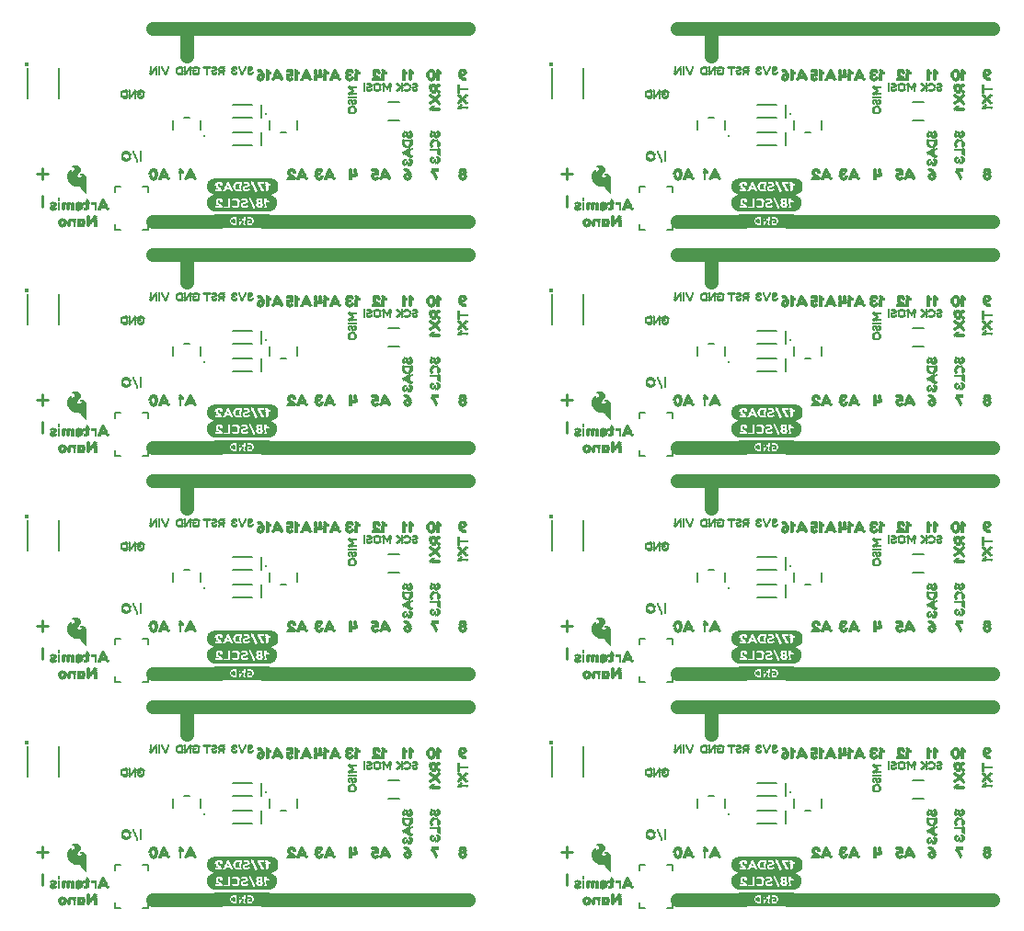
<source format=gbo>
G75*
%MOIN*%
%OFA0B0*%
%FSLAX25Y25*%
%IPPOS*%
%LPD*%
%AMOC8*
5,1,8,0,0,1.08239X$1,22.5*
%
%ADD10C,0.05000*%
%ADD11C,0.01000*%
%ADD12C,0.00800*%
%ADD13C,0.01000*%
%ADD14C,0.01575*%
%ADD15C,0.00600*%
%ADD16R,0.00827X0.00118*%
%ADD17R,0.00118X0.00118*%
%ADD18R,0.00945X0.00118*%
%ADD19R,0.01417X0.00157*%
%ADD20R,0.00591X0.00157*%
%ADD21R,0.00709X0.00157*%
%ADD22R,0.01654X0.00157*%
%ADD23R,0.01890X0.00118*%
%ADD24R,0.00709X0.00118*%
%ADD25R,0.02008X0.00118*%
%ADD26R,0.02126X0.00118*%
%ADD27R,0.02244X0.00118*%
%ADD28R,0.02362X0.00118*%
%ADD29R,0.01063X0.00118*%
%ADD30R,0.02362X0.00157*%
%ADD31R,0.01063X0.00157*%
%ADD32R,0.00827X0.00157*%
%ADD33R,0.02480X0.00157*%
%ADD34R,0.01181X0.00118*%
%ADD35R,0.02480X0.00118*%
%ADD36R,0.00472X0.00118*%
%ADD37R,0.01299X0.00118*%
%ADD38R,0.01417X0.00118*%
%ADD39R,0.00945X0.00157*%
%ADD40R,0.01535X0.00118*%
%ADD41R,0.01654X0.00118*%
%ADD42R,0.01772X0.00118*%
%ADD43R,0.01535X0.00157*%
%ADD44R,0.02598X0.00118*%
%ADD45R,0.02598X0.00157*%
%ADD46R,0.01181X0.00157*%
%ADD47R,0.01772X0.00157*%
%ADD48R,0.01890X0.00157*%
%ADD49R,0.00591X0.00118*%
%ADD50R,0.00236X0.00118*%
%ADD51R,0.01299X0.00157*%
%ADD52R,0.02953X0.00157*%
%ADD53R,0.03071X0.00118*%
%ADD54R,0.02953X0.00118*%
%ADD55R,0.02244X0.00157*%
%ADD56R,0.02835X0.00157*%
%ADD57R,0.02126X0.00157*%
%ADD58R,0.00354X0.00118*%
%ADD59R,0.02008X0.00157*%
%ADD60R,0.00472X0.00157*%
%ADD61C,0.00300*%
%ADD62R,0.00630X0.00157*%
%ADD63R,0.00157X0.00157*%
%ADD64R,0.00787X0.00157*%
%ADD65R,0.00315X0.00157*%
%ADD66R,0.01102X0.00157*%
%ADD67R,0.01260X0.00157*%
%ADD68R,0.01575X0.00157*%
%ADD69R,0.01732X0.00157*%
%ADD70R,0.02205X0.00157*%
%ADD71R,0.02047X0.00157*%
%ADD72R,0.02520X0.00157*%
%ADD73R,0.04252X0.00157*%
%ADD74R,0.04409X0.00157*%
%ADD75R,0.02992X0.00157*%
%ADD76R,0.03307X0.00157*%
%ADD77R,0.03622X0.00157*%
%ADD78R,0.02677X0.00157*%
%ADD79R,0.03937X0.00157*%
%ADD80R,0.00118X0.00827*%
%ADD81R,0.00118X0.00709*%
%ADD82R,0.00157X0.00591*%
%ADD83R,0.00157X0.00709*%
%ADD84R,0.00157X0.01417*%
%ADD85R,0.00157X0.01299*%
%ADD86R,0.00118X0.01654*%
%ADD87R,0.00118X0.01772*%
%ADD88R,0.00118X0.00945*%
%ADD89R,0.00118X0.01890*%
%ADD90R,0.00118X0.02008*%
%ADD91R,0.00118X0.01063*%
%ADD92R,0.00118X0.02244*%
%ADD93R,0.00157X0.01181*%
%ADD94R,0.00157X0.00827*%
%ADD95R,0.00157X0.02008*%
%ADD96R,0.00157X0.02480*%
%ADD97R,0.00118X0.01181*%
%ADD98R,0.00118X0.02717*%
%ADD99R,0.00118X0.01299*%
%ADD100R,0.00118X0.00354*%
%ADD101R,0.00118X0.01417*%
%ADD102R,0.00157X0.01535*%
%ADD103R,0.00157X0.00945*%
%ADD104R,0.00118X0.01535*%
%ADD105R,0.00118X0.03425*%
%ADD106R,0.00157X0.01772*%
%ADD107R,0.00118X0.00591*%
%ADD108R,0.00157X0.02244*%
%ADD109R,0.00157X0.02598*%
%ADD110R,0.00118X0.02480*%
%ADD111R,0.00157X0.01654*%
%ADD112R,0.00118X0.00236*%
%ADD113R,0.03425X0.00118*%
%ADD114R,0.11457X0.00118*%
%ADD115R,0.11457X0.00079*%
%ADD116R,0.11457X0.00157*%
%ADD117R,0.08268X0.00118*%
%ADD118R,0.00354X0.00157*%
%ADD119R,0.00118X0.00157*%
%ADD120R,0.00236X0.00157*%
%ADD121R,0.19961X0.00118*%
%ADD122R,0.19961X0.00079*%
%ADD123R,0.19961X0.00157*%
%ADD124R,0.06732X0.00118*%
%ADD125R,0.12520X0.00118*%
%ADD126R,0.06496X0.00157*%
%ADD127R,0.06260X0.00118*%
%ADD128R,0.06142X0.00118*%
%ADD129R,0.05906X0.00118*%
%ADD130R,0.06024X0.00118*%
%ADD131R,0.05906X0.00157*%
%ADD132R,0.05787X0.00118*%
%ADD133R,0.05669X0.00118*%
%ADD134R,0.05669X0.00157*%
%ADD135R,0.05551X0.00157*%
%ADD136R,0.05551X0.00118*%
%ADD137R,0.05787X0.00157*%
%ADD138R,0.06378X0.00157*%
%ADD139R,0.06614X0.00118*%
%ADD140R,0.03150X0.00157*%
%ADD141R,0.00118X0.00669*%
%ADD142R,0.00118X0.01929*%
%ADD143R,0.00118X0.02087*%
%ADD144R,0.00157X0.02205*%
%ADD145R,0.00118X0.02362*%
%ADD146R,0.00118X0.02638*%
%ADD147R,0.00118X0.02323*%
%ADD148R,0.00157X0.02362*%
%ADD149R,0.00157X0.02756*%
%ADD150R,0.00118X0.00984*%
%ADD151R,0.00118X0.02913*%
%ADD152R,0.00157X0.00433*%
%ADD153R,0.00157X0.01378*%
%ADD154R,0.00157X0.00669*%
%ADD155R,0.00157X0.00984*%
%ADD156R,0.00118X0.01102*%
%ADD157R,0.00118X0.00433*%
%ADD158R,0.00157X0.00394*%
%ADD159R,0.00118X0.01260*%
%ADD160R,0.00157X0.01811*%
%ADD161R,0.00118X0.02047*%
%ADD162R,0.00118X0.01378*%
%ADD163R,0.00157X0.02087*%
%ADD164R,0.00118X0.01496*%
%ADD165R,0.00118X0.01220*%
%ADD166R,0.00157X0.01102*%
%ADD167R,0.00157X0.00551*%
%ADD168R,0.00118X0.00394*%
%ADD169R,0.00157X0.01220*%
%ADD170R,0.00157X0.02913*%
%ADD171R,0.00157X0.02323*%
%ADD172R,0.00118X0.02598*%
%ADD173R,0.00118X0.02756*%
%ADD174R,0.00157X0.02638*%
%ADD175R,0.00118X0.02205*%
%ADD176R,0.00157X0.01929*%
%ADD177R,0.00157X0.00276*%
%ADD178R,0.00157X0.02047*%
%ADD179R,0.00157X0.01260*%
%ADD180R,0.00118X0.02874*%
%ADD181R,0.00157X0.01496*%
%ADD182R,0.00118X0.03031*%
%ADD183R,0.00157X0.03150*%
%ADD184R,0.00118X0.03307*%
%ADD185R,0.00157X0.02874*%
%ADD186R,0.00157X0.03465*%
%ADD187R,0.00118X0.01811*%
%ADD188R,0.00118X0.00551*%
%ADD189R,0.00118X0.00276*%
%ADD190R,0.00157X0.03583*%
%ADD191R,0.00118X0.03583*%
%ADD192R,0.00157X0.04803*%
%ADD193R,0.00157X0.03307*%
%ADD194R,0.03465X0.00157*%
%ADD195R,0.03780X0.00157*%
%ADD196R,0.00157X0.01575*%
%ADD197R,0.00157X0.00472*%
%ADD198R,0.00157X0.00315*%
%ADD199R,0.00157X0.00787*%
%ADD200R,0.00157X0.02677*%
%ADD201R,0.00157X0.02835*%
%ADD202R,0.00157X0.02992*%
%ADD203R,0.00157X0.01732*%
%ADD204R,0.00157X0.01890*%
%ADD205R,0.00157X0.02520*%
%ADD206R,0.00157X0.00630*%
%ADD207R,0.21654X0.00157*%
%ADD208R,0.22441X0.00118*%
%ADD209R,0.22992X0.00157*%
%ADD210R,0.23543X0.00118*%
%ADD211R,0.23858X0.00157*%
%ADD212R,0.24094X0.00118*%
%ADD213R,0.08701X0.00157*%
%ADD214R,0.15315X0.00157*%
%ADD215R,0.08661X0.00118*%
%ADD216R,0.01220X0.00118*%
%ADD217R,0.09370X0.00118*%
%ADD218R,0.00394X0.00157*%
%ADD219R,0.01929X0.00157*%
%ADD220R,0.00984X0.00157*%
%ADD221R,0.02756X0.00157*%
%ADD222R,0.02323X0.00157*%
%ADD223R,0.03189X0.00157*%
%ADD224R,0.03189X0.00118*%
%ADD225R,0.00276X0.00118*%
%ADD226R,0.00551X0.00118*%
%ADD227R,0.02323X0.00118*%
%ADD228R,0.02087X0.00118*%
%ADD229R,0.03031X0.00118*%
%ADD230R,0.00276X0.00157*%
%ADD231R,0.00551X0.00157*%
%ADD232R,0.03031X0.00157*%
%ADD233R,0.01496X0.00118*%
%ADD234R,0.01811X0.00118*%
%ADD235R,0.02874X0.00118*%
%ADD236R,0.01496X0.00157*%
%ADD237R,0.02913X0.00157*%
%ADD238R,0.02913X0.00118*%
%ADD239R,0.00433X0.00118*%
%ADD240R,0.01378X0.00118*%
%ADD241R,0.01811X0.00157*%
%ADD242R,0.00669X0.00157*%
%ADD243R,0.01378X0.00157*%
%ADD244R,0.02756X0.00118*%
%ADD245R,0.00669X0.00118*%
%ADD246R,0.01102X0.00118*%
%ADD247R,0.01220X0.00157*%
%ADD248R,0.02874X0.00157*%
%ADD249R,0.03583X0.00118*%
%ADD250R,0.03583X0.00157*%
%ADD251R,0.01260X0.00118*%
%ADD252R,0.00394X0.00118*%
%ADD253R,0.02205X0.00118*%
%ADD254R,0.00433X0.00157*%
%ADD255R,0.03307X0.00118*%
%ADD256R,0.03425X0.00157*%
%ADD257R,0.00984X0.00118*%
%ADD258R,0.03740X0.00157*%
%ADD259R,0.03465X0.00118*%
%ADD260R,0.03858X0.00118*%
%ADD261R,0.01929X0.00118*%
%ADD262R,0.03150X0.00118*%
%ADD263R,0.02638X0.00118*%
%ADD264R,0.02047X0.00118*%
%ADD265R,0.07047X0.00157*%
%ADD266R,0.16693X0.00157*%
%ADD267R,0.07008X0.00118*%
%ADD268R,0.16654X0.00118*%
%ADD269R,0.21102X0.00157*%
%ADD270R,0.21890X0.00118*%
%ADD271R,0.22441X0.00157*%
%ADD272R,0.22992X0.00118*%
%ADD273R,0.23307X0.00157*%
%ADD274R,0.08819X0.00157*%
%ADD275R,0.14606X0.00157*%
%ADD276R,0.05354X0.00118*%
%ADD277R,0.05079X0.00118*%
%ADD278R,0.02638X0.00157*%
%ADD279R,0.03701X0.00118*%
%ADD280R,0.03701X0.00157*%
%ADD281R,0.02087X0.00157*%
%ADD282R,0.04016X0.00118*%
%ADD283R,0.07165X0.00157*%
%ADD284R,0.15984X0.00157*%
%ADD285R,0.07165X0.00118*%
%ADD286R,0.15984X0.00118*%
D10*
X0099250Y0061933D02*
X0123750Y0061933D01*
X0139250Y0061933D02*
X0213750Y0061933D01*
X0289250Y0061933D02*
X0313750Y0061933D01*
X0329250Y0061933D02*
X0403750Y0061933D01*
X0301750Y0121933D02*
X0301750Y0131933D01*
X0289250Y0131933D01*
X0301750Y0131933D02*
X0403750Y0131933D01*
X0403750Y0143933D02*
X0329250Y0143933D01*
X0313750Y0143933D02*
X0289250Y0143933D01*
X0213750Y0143933D02*
X0139250Y0143933D01*
X0123750Y0143933D02*
X0099250Y0143933D01*
X0099250Y0131933D02*
X0111750Y0131933D01*
X0111750Y0121933D01*
X0111750Y0131933D02*
X0213750Y0131933D01*
X0301750Y0203933D02*
X0301750Y0213933D01*
X0289250Y0213933D01*
X0289250Y0225933D02*
X0313750Y0225933D01*
X0329250Y0225933D02*
X0403750Y0225933D01*
X0403750Y0213933D02*
X0301750Y0213933D01*
X0213750Y0213933D02*
X0111750Y0213933D01*
X0111750Y0203933D01*
X0111750Y0213933D02*
X0099250Y0213933D01*
X0099250Y0225933D02*
X0123750Y0225933D01*
X0139250Y0225933D02*
X0213750Y0225933D01*
X0301750Y0285933D02*
X0301750Y0295933D01*
X0289250Y0295933D01*
X0289250Y0307933D02*
X0313750Y0307933D01*
X0329250Y0307933D02*
X0403750Y0307933D01*
X0403750Y0295933D02*
X0301750Y0295933D01*
X0213750Y0295933D02*
X0111750Y0295933D01*
X0111750Y0285933D01*
X0111750Y0295933D02*
X0099250Y0295933D01*
X0099250Y0307933D02*
X0123750Y0307933D01*
X0139250Y0307933D02*
X0213750Y0307933D01*
X0301750Y0367933D02*
X0301750Y0377933D01*
X0289250Y0377933D01*
X0301750Y0377933D02*
X0403750Y0377933D01*
X0213750Y0377933D02*
X0111750Y0377933D01*
X0111750Y0367933D01*
X0111750Y0377933D02*
X0099250Y0377933D01*
D11*
X0059250Y0327233D02*
X0059250Y0323233D01*
X0057250Y0325233D02*
X0061250Y0325233D01*
X0059250Y0317133D02*
X0059250Y0313133D01*
X0059250Y0245233D02*
X0059250Y0241233D01*
X0057250Y0243233D02*
X0061250Y0243233D01*
X0059250Y0235133D02*
X0059250Y0231133D01*
X0059250Y0163233D02*
X0059250Y0159233D01*
X0057250Y0161233D02*
X0061250Y0161233D01*
X0059250Y0153133D02*
X0059250Y0149133D01*
X0059250Y0081233D02*
X0059250Y0077233D01*
X0057250Y0079233D02*
X0061250Y0079233D01*
X0059250Y0071133D02*
X0059250Y0067133D01*
X0247250Y0079233D02*
X0251250Y0079233D01*
X0249250Y0081233D02*
X0249250Y0077233D01*
X0249250Y0071133D02*
X0249250Y0067133D01*
X0249250Y0149133D02*
X0249250Y0153133D01*
X0249250Y0159233D02*
X0249250Y0163233D01*
X0247250Y0161233D02*
X0251250Y0161233D01*
X0249250Y0231133D02*
X0249250Y0235133D01*
X0249250Y0241233D02*
X0249250Y0245233D01*
X0247250Y0243233D02*
X0251250Y0243233D01*
X0249250Y0313133D02*
X0249250Y0317133D01*
X0249250Y0323233D02*
X0249250Y0327233D01*
X0247250Y0325233D02*
X0251250Y0325233D01*
D12*
X0255360Y0352421D02*
X0255360Y0363445D01*
X0244140Y0363445D02*
X0244140Y0352421D01*
X0296750Y0344624D02*
X0296750Y0341243D01*
X0300693Y0345724D02*
X0302807Y0345724D01*
X0306750Y0344624D02*
X0306750Y0341243D01*
X0318207Y0340394D02*
X0325293Y0340394D01*
X0328719Y0340394D02*
X0328719Y0335472D01*
X0325293Y0335472D02*
X0318207Y0335472D01*
X0331750Y0341243D02*
X0331750Y0344624D01*
X0328719Y0345472D02*
X0328719Y0350394D01*
X0325293Y0350394D02*
X0318207Y0350394D01*
X0318207Y0345472D02*
X0325293Y0345472D01*
X0335693Y0340143D02*
X0337807Y0340143D01*
X0341750Y0341243D02*
X0341750Y0344624D01*
X0374781Y0344587D02*
X0378719Y0344587D01*
X0378719Y0351280D02*
X0374781Y0351280D01*
X0255360Y0281445D02*
X0255360Y0270421D01*
X0244140Y0270421D02*
X0244140Y0281445D01*
X0296750Y0262624D02*
X0296750Y0259243D01*
X0300693Y0263724D02*
X0302807Y0263724D01*
X0306750Y0262624D02*
X0306750Y0259243D01*
X0318207Y0258394D02*
X0325293Y0258394D01*
X0328719Y0258394D02*
X0328719Y0253472D01*
X0325293Y0253472D02*
X0318207Y0253472D01*
X0318207Y0263472D02*
X0325293Y0263472D01*
X0328719Y0263472D02*
X0328719Y0268394D01*
X0325293Y0268394D02*
X0318207Y0268394D01*
X0331750Y0262624D02*
X0331750Y0259243D01*
X0335693Y0258143D02*
X0337807Y0258143D01*
X0341750Y0259243D02*
X0341750Y0262624D01*
X0374781Y0262587D02*
X0378719Y0262587D01*
X0378719Y0269280D02*
X0374781Y0269280D01*
X0255360Y0199445D02*
X0255360Y0188421D01*
X0244140Y0188421D02*
X0244140Y0199445D01*
X0296750Y0180624D02*
X0296750Y0177243D01*
X0300693Y0181724D02*
X0302807Y0181724D01*
X0306750Y0180624D02*
X0306750Y0177243D01*
X0318207Y0176394D02*
X0325293Y0176394D01*
X0328719Y0176394D02*
X0328719Y0171472D01*
X0325293Y0171472D02*
X0318207Y0171472D01*
X0331750Y0177243D02*
X0331750Y0180624D01*
X0328719Y0181472D02*
X0328719Y0186394D01*
X0325293Y0186394D02*
X0318207Y0186394D01*
X0318207Y0181472D02*
X0325293Y0181472D01*
X0335693Y0176143D02*
X0337807Y0176143D01*
X0341750Y0177243D02*
X0341750Y0180624D01*
X0374781Y0180587D02*
X0378719Y0180587D01*
X0378719Y0187280D02*
X0374781Y0187280D01*
X0255360Y0117445D02*
X0255360Y0106421D01*
X0244140Y0106421D02*
X0244140Y0117445D01*
X0296750Y0098624D02*
X0296750Y0095243D01*
X0300693Y0099724D02*
X0302807Y0099724D01*
X0306750Y0098624D02*
X0306750Y0095243D01*
X0318207Y0094394D02*
X0325293Y0094394D01*
X0328719Y0094394D02*
X0328719Y0089472D01*
X0325293Y0089472D02*
X0318207Y0089472D01*
X0331750Y0095243D02*
X0331750Y0098624D01*
X0328719Y0099472D02*
X0328719Y0104394D01*
X0325293Y0104394D02*
X0318207Y0104394D01*
X0318207Y0099472D02*
X0325293Y0099472D01*
X0335693Y0094143D02*
X0337807Y0094143D01*
X0341750Y0095243D02*
X0341750Y0098624D01*
X0374781Y0098587D02*
X0378719Y0098587D01*
X0378719Y0105280D02*
X0374781Y0105280D01*
X0188719Y0105280D02*
X0184781Y0105280D01*
X0184781Y0098587D02*
X0188719Y0098587D01*
X0151750Y0098624D02*
X0151750Y0095243D01*
X0147807Y0094143D02*
X0145693Y0094143D01*
X0141750Y0095243D02*
X0141750Y0098624D01*
X0138719Y0099472D02*
X0138719Y0104394D01*
X0135293Y0104394D02*
X0128207Y0104394D01*
X0128207Y0099472D02*
X0135293Y0099472D01*
X0135293Y0094394D02*
X0128207Y0094394D01*
X0128207Y0089472D02*
X0135293Y0089472D01*
X0138719Y0089472D02*
X0138719Y0094394D01*
X0116750Y0095243D02*
X0116750Y0098624D01*
X0112807Y0099724D02*
X0110693Y0099724D01*
X0106750Y0098624D02*
X0106750Y0095243D01*
X0065360Y0106421D02*
X0065360Y0117445D01*
X0054140Y0117445D02*
X0054140Y0106421D01*
X0128207Y0171472D02*
X0135293Y0171472D01*
X0138719Y0171472D02*
X0138719Y0176394D01*
X0141750Y0177243D02*
X0141750Y0180624D01*
X0138719Y0181472D02*
X0138719Y0186394D01*
X0135293Y0186394D02*
X0128207Y0186394D01*
X0128207Y0181472D02*
X0135293Y0181472D01*
X0135293Y0176394D02*
X0128207Y0176394D01*
X0116750Y0177243D02*
X0116750Y0180624D01*
X0112807Y0181724D02*
X0110693Y0181724D01*
X0106750Y0180624D02*
X0106750Y0177243D01*
X0145693Y0176143D02*
X0147807Y0176143D01*
X0151750Y0177243D02*
X0151750Y0180624D01*
X0184781Y0180587D02*
X0188719Y0180587D01*
X0188719Y0187280D02*
X0184781Y0187280D01*
X0138719Y0253472D02*
X0138719Y0258394D01*
X0141750Y0259243D02*
X0141750Y0262624D01*
X0138719Y0263472D02*
X0138719Y0268394D01*
X0135293Y0268394D02*
X0128207Y0268394D01*
X0128207Y0263472D02*
X0135293Y0263472D01*
X0135293Y0258394D02*
X0128207Y0258394D01*
X0128207Y0253472D02*
X0135293Y0253472D01*
X0145693Y0258143D02*
X0147807Y0258143D01*
X0151750Y0259243D02*
X0151750Y0262624D01*
X0184781Y0262587D02*
X0188719Y0262587D01*
X0188719Y0269280D02*
X0184781Y0269280D01*
X0116750Y0262624D02*
X0116750Y0259243D01*
X0112807Y0263724D02*
X0110693Y0263724D01*
X0106750Y0262624D02*
X0106750Y0259243D01*
X0065360Y0270421D02*
X0065360Y0281445D01*
X0054140Y0281445D02*
X0054140Y0270421D01*
X0128207Y0335472D02*
X0135293Y0335472D01*
X0138719Y0335472D02*
X0138719Y0340394D01*
X0141750Y0341243D02*
X0141750Y0344624D01*
X0138719Y0345472D02*
X0138719Y0350394D01*
X0135293Y0350394D02*
X0128207Y0350394D01*
X0128207Y0345472D02*
X0135293Y0345472D01*
X0135293Y0340394D02*
X0128207Y0340394D01*
X0116750Y0341243D02*
X0116750Y0344624D01*
X0112807Y0345724D02*
X0110693Y0345724D01*
X0106750Y0344624D02*
X0106750Y0341243D01*
X0145693Y0340143D02*
X0147807Y0340143D01*
X0151750Y0341243D02*
X0151750Y0344624D01*
X0184781Y0344587D02*
X0188719Y0344587D01*
X0188719Y0351280D02*
X0184781Y0351280D01*
X0065360Y0352421D02*
X0065360Y0363445D01*
X0054140Y0363445D02*
X0054140Y0352421D01*
X0054140Y0199445D02*
X0054140Y0188421D01*
X0065360Y0188421D02*
X0065360Y0199445D01*
D13*
X0118050Y0174933D03*
X0140450Y0182933D03*
X0118050Y0256933D03*
X0140450Y0264933D03*
X0118050Y0338933D03*
X0140450Y0346933D03*
X0308050Y0338933D03*
X0330450Y0346933D03*
X0330450Y0264933D03*
X0308050Y0256933D03*
X0330450Y0182933D03*
X0308050Y0174933D03*
X0330450Y0100933D03*
X0308050Y0092933D03*
X0140450Y0100933D03*
X0118050Y0092933D03*
D14*
X0053648Y0118823D03*
X0053648Y0200823D03*
X0053648Y0282823D03*
X0053648Y0364823D03*
X0243648Y0364823D03*
X0243648Y0282823D03*
X0243648Y0200823D03*
X0243648Y0118823D03*
D15*
X0275750Y0140933D02*
X0277750Y0140933D01*
X0275750Y0140933D02*
X0275750Y0142933D01*
X0285750Y0140933D02*
X0287750Y0140933D01*
X0287750Y0142933D01*
X0287750Y0154539D02*
X0287750Y0156539D01*
X0285750Y0156539D01*
X0277750Y0156539D02*
X0275750Y0156539D01*
X0275750Y0154539D01*
X0275750Y0222933D02*
X0277750Y0222933D01*
X0275750Y0222933D02*
X0275750Y0224933D01*
X0285750Y0222933D02*
X0287750Y0222933D01*
X0287750Y0224933D01*
X0287750Y0236539D02*
X0287750Y0238539D01*
X0285750Y0238539D01*
X0277750Y0238539D02*
X0275750Y0238539D01*
X0275750Y0236539D01*
X0275750Y0304933D02*
X0277750Y0304933D01*
X0275750Y0304933D02*
X0275750Y0306933D01*
X0285750Y0304933D02*
X0287750Y0304933D01*
X0287750Y0306933D01*
X0287750Y0318539D02*
X0287750Y0320539D01*
X0285750Y0320539D01*
X0277750Y0320539D02*
X0275750Y0320539D01*
X0275750Y0318539D01*
X0097750Y0318539D02*
X0097750Y0320539D01*
X0095750Y0320539D01*
X0087750Y0320539D02*
X0085750Y0320539D01*
X0085750Y0318539D01*
X0085750Y0306933D02*
X0085750Y0304933D01*
X0087750Y0304933D01*
X0095750Y0304933D02*
X0097750Y0304933D01*
X0097750Y0306933D01*
X0097750Y0238539D02*
X0097750Y0236539D01*
X0097750Y0238539D02*
X0095750Y0238539D01*
X0087750Y0238539D02*
X0085750Y0238539D01*
X0085750Y0236539D01*
X0085750Y0224933D02*
X0085750Y0222933D01*
X0087750Y0222933D01*
X0095750Y0222933D02*
X0097750Y0222933D01*
X0097750Y0224933D01*
X0097750Y0156539D02*
X0097750Y0154539D01*
X0097750Y0156539D02*
X0095750Y0156539D01*
X0087750Y0156539D02*
X0085750Y0156539D01*
X0085750Y0154539D01*
X0085750Y0142933D02*
X0085750Y0140933D01*
X0087750Y0140933D01*
X0095750Y0140933D02*
X0097750Y0140933D01*
X0097750Y0142933D01*
X0097750Y0074539D02*
X0097750Y0072539D01*
X0097750Y0074539D02*
X0095750Y0074539D01*
X0087750Y0074539D02*
X0085750Y0074539D01*
X0085750Y0072539D01*
X0085750Y0060933D02*
X0085750Y0058933D01*
X0087750Y0058933D01*
X0095750Y0058933D02*
X0097750Y0058933D01*
X0097750Y0060933D01*
X0275750Y0060933D02*
X0275750Y0058933D01*
X0277750Y0058933D01*
X0285750Y0058933D02*
X0287750Y0058933D01*
X0287750Y0060933D01*
X0287750Y0072539D02*
X0287750Y0074539D01*
X0285750Y0074539D01*
X0277750Y0074539D02*
X0275750Y0074539D01*
X0275750Y0072539D01*
D16*
X0281171Y0085295D03*
X0281171Y0085571D03*
X0282943Y0085571D03*
X0282274Y0087224D03*
X0279793Y0087224D03*
X0285030Y0086949D03*
X0283049Y0106654D03*
X0283049Y0106772D03*
X0283049Y0106850D03*
X0283049Y0107126D03*
X0283049Y0107205D03*
X0283049Y0107323D03*
X0283049Y0107598D03*
X0283049Y0107717D03*
X0283049Y0107795D03*
X0284112Y0107323D03*
X0284112Y0107205D03*
X0286002Y0107323D03*
X0286120Y0107598D03*
X0286120Y0107717D03*
X0286120Y0107795D03*
X0286120Y0108071D03*
X0286120Y0108150D03*
X0286120Y0108268D03*
X0284939Y0109488D03*
X0283049Y0109213D03*
X0281041Y0109134D03*
X0281041Y0109016D03*
X0281041Y0108740D03*
X0281041Y0108661D03*
X0281041Y0108543D03*
X0281041Y0108268D03*
X0281041Y0108150D03*
X0281041Y0108071D03*
X0281041Y0107795D03*
X0279978Y0107795D03*
X0279978Y0107717D03*
X0279978Y0107598D03*
X0279978Y0107323D03*
X0279978Y0107205D03*
X0279978Y0108071D03*
X0279978Y0108150D03*
X0279978Y0108268D03*
X0279978Y0108543D03*
X0279978Y0108661D03*
X0278089Y0108268D03*
X0278089Y0108150D03*
X0278089Y0107598D03*
X0288624Y0116571D03*
X0288624Y0116650D03*
X0288624Y0116768D03*
X0288624Y0117043D03*
X0288624Y0117161D03*
X0288624Y0117240D03*
X0288624Y0117516D03*
X0288624Y0117634D03*
X0288624Y0117713D03*
X0290514Y0117713D03*
X0290514Y0117634D03*
X0291695Y0117634D03*
X0291695Y0117713D03*
X0291695Y0117516D03*
X0291695Y0117240D03*
X0291695Y0117161D03*
X0291695Y0117043D03*
X0291695Y0116768D03*
X0291695Y0116650D03*
X0291695Y0116571D03*
X0291695Y0116295D03*
X0291695Y0116217D03*
X0291695Y0116098D03*
X0291695Y0115823D03*
X0291695Y0115705D03*
X0291695Y0115626D03*
X0291695Y0115350D03*
X0291695Y0115272D03*
X0291695Y0115154D03*
X0293348Y0116217D03*
X0293348Y0116295D03*
X0293230Y0116571D03*
X0293112Y0116650D03*
X0293112Y0116768D03*
X0292994Y0117043D03*
X0292876Y0117161D03*
X0292876Y0117240D03*
X0292758Y0117516D03*
X0294648Y0116650D03*
X0294648Y0116571D03*
X0294530Y0116295D03*
X0294411Y0116217D03*
X0294411Y0116098D03*
X0294884Y0117161D03*
X0295002Y0117516D03*
X0295120Y0117634D03*
X0295120Y0117713D03*
X0298089Y0116768D03*
X0298089Y0116650D03*
X0298089Y0116098D03*
X0299978Y0116098D03*
X0299978Y0116217D03*
X0299978Y0116295D03*
X0299978Y0116571D03*
X0299978Y0116650D03*
X0299978Y0116768D03*
X0299978Y0117043D03*
X0299978Y0117161D03*
X0301041Y0117161D03*
X0301041Y0117240D03*
X0301041Y0117043D03*
X0301041Y0116768D03*
X0301041Y0116650D03*
X0301041Y0116571D03*
X0301041Y0116295D03*
X0299978Y0115823D03*
X0299978Y0115705D03*
X0301041Y0117516D03*
X0301041Y0117634D03*
X0303049Y0117713D03*
X0303049Y0116295D03*
X0303049Y0116217D03*
X0303049Y0116098D03*
X0303049Y0115823D03*
X0303049Y0115705D03*
X0303049Y0115626D03*
X0303049Y0115350D03*
X0303049Y0115272D03*
X0303049Y0115154D03*
X0304112Y0115705D03*
X0304112Y0115823D03*
X0306002Y0115823D03*
X0306120Y0116098D03*
X0306120Y0116217D03*
X0306120Y0116295D03*
X0306120Y0116571D03*
X0306120Y0116650D03*
X0306120Y0116768D03*
X0304939Y0117988D03*
X0309096Y0117240D03*
X0309096Y0117161D03*
X0309096Y0117043D03*
X0309096Y0116768D03*
X0309096Y0116650D03*
X0309096Y0116571D03*
X0309096Y0116295D03*
X0309096Y0116217D03*
X0309096Y0116098D03*
X0309096Y0115823D03*
X0309096Y0115705D03*
X0309096Y0115626D03*
X0309096Y0115350D03*
X0309096Y0115272D03*
X0310986Y0115626D03*
X0310986Y0115705D03*
X0310986Y0115823D03*
X0312404Y0115626D03*
X0313348Y0115154D03*
X0313467Y0115350D03*
X0313585Y0115626D03*
X0313467Y0116571D03*
X0313348Y0116650D03*
X0313348Y0116768D03*
X0313467Y0117043D03*
X0312404Y0117043D03*
X0312404Y0117161D03*
X0311695Y0117988D03*
X0315002Y0117161D03*
X0315002Y0117043D03*
X0315002Y0116768D03*
X0315002Y0116650D03*
X0315002Y0116571D03*
X0315002Y0115626D03*
X0315002Y0115350D03*
X0315002Y0115272D03*
X0315002Y0115154D03*
X0318061Y0115705D03*
X0318061Y0115823D03*
X0318179Y0115626D03*
X0318179Y0117043D03*
X0318179Y0117161D03*
X0318888Y0117988D03*
X0319596Y0117161D03*
X0320659Y0117516D03*
X0320659Y0117634D03*
X0320778Y0117240D03*
X0320896Y0117043D03*
X0321014Y0116768D03*
X0321014Y0116650D03*
X0321132Y0116571D03*
X0321250Y0116295D03*
X0321250Y0116217D03*
X0321368Y0116098D03*
X0322313Y0116098D03*
X0322313Y0116217D03*
X0322431Y0116295D03*
X0322549Y0116571D03*
X0322549Y0116650D03*
X0322667Y0116768D03*
X0322785Y0117043D03*
X0322785Y0117161D03*
X0322904Y0117240D03*
X0323022Y0117516D03*
X0323022Y0117634D03*
X0323022Y0117713D03*
X0324085Y0117161D03*
X0324085Y0117043D03*
X0324793Y0117988D03*
X0325502Y0117161D03*
X0325620Y0115823D03*
X0325620Y0115705D03*
X0324085Y0115626D03*
X0323967Y0115705D03*
X0323967Y0115823D03*
X0321841Y0115154D03*
X0319715Y0115705D03*
X0319715Y0115823D03*
X0366053Y0111713D03*
X0366053Y0111634D03*
X0366053Y0111516D03*
X0366053Y0111240D03*
X0366053Y0111161D03*
X0366053Y0111043D03*
X0366053Y0110768D03*
X0366053Y0110650D03*
X0366053Y0110571D03*
X0366053Y0110295D03*
X0366053Y0110217D03*
X0366053Y0110098D03*
X0366053Y0109823D03*
X0366053Y0109705D03*
X0366053Y0109626D03*
X0366053Y0109350D03*
X0366053Y0109272D03*
X0366053Y0109154D03*
X0367116Y0109626D03*
X0367116Y0109705D03*
X0367116Y0109823D03*
X0368533Y0109626D03*
X0369596Y0110098D03*
X0369596Y0110217D03*
X0369596Y0110295D03*
X0369596Y0110571D03*
X0369596Y0110650D03*
X0369596Y0110768D03*
X0369715Y0109823D03*
X0368533Y0111043D03*
X0368533Y0111161D03*
X0367825Y0111988D03*
X0371841Y0110768D03*
X0371841Y0110650D03*
X0371841Y0110571D03*
X0371841Y0110295D03*
X0371841Y0110217D03*
X0371841Y0110098D03*
X0372904Y0110098D03*
X0372904Y0110217D03*
X0372904Y0110295D03*
X0372904Y0109823D03*
X0372904Y0109705D03*
X0372904Y0109626D03*
X0372904Y0109350D03*
X0372904Y0109272D03*
X0372904Y0109154D03*
X0374203Y0109823D03*
X0375502Y0109823D03*
X0375502Y0109705D03*
X0375502Y0109626D03*
X0375502Y0109350D03*
X0375502Y0109272D03*
X0375502Y0109154D03*
X0375502Y0110098D03*
X0375502Y0110217D03*
X0375502Y0110295D03*
X0375502Y0111713D03*
X0372904Y0111713D03*
X0379687Y0111713D03*
X0379687Y0111634D03*
X0379687Y0111516D03*
X0379687Y0111240D03*
X0379687Y0111161D03*
X0379687Y0111043D03*
X0379687Y0109823D03*
X0379687Y0109705D03*
X0379687Y0109626D03*
X0379687Y0109350D03*
X0379687Y0109272D03*
X0379687Y0109154D03*
X0382522Y0109823D03*
X0382640Y0110098D03*
X0382640Y0110217D03*
X0382640Y0110295D03*
X0382640Y0110571D03*
X0382640Y0110650D03*
X0383585Y0109823D03*
X0383585Y0109705D03*
X0383703Y0109626D03*
X0385120Y0111043D03*
X0385002Y0111240D03*
X0384411Y0111988D03*
X0325041Y0144150D03*
X0324911Y0144150D03*
X0324569Y0144661D03*
X0324439Y0144661D03*
X0321498Y0144740D03*
X0321368Y0144740D03*
X0318781Y0144543D03*
X0318652Y0144543D03*
X0318652Y0143205D03*
X0318781Y0143205D03*
X0319179Y0149469D03*
X0320951Y0149193D03*
X0322604Y0149469D03*
X0324258Y0150846D03*
X0321226Y0151398D03*
X0317919Y0151122D03*
X0318852Y0154917D03*
X0318026Y0156846D03*
X0313459Y0156571D03*
X0313341Y0156846D03*
X0313341Y0157122D03*
X0313392Y0151122D03*
X0313510Y0150571D03*
X0323262Y0155469D03*
X0324915Y0156846D03*
X0329876Y0155469D03*
X0329876Y0155193D03*
X0329876Y0154917D03*
X0329376Y0151949D03*
X0327014Y0148642D03*
X0285030Y0168949D03*
X0282943Y0167571D03*
X0281171Y0167571D03*
X0281171Y0167295D03*
X0282274Y0169224D03*
X0279793Y0169224D03*
X0283049Y0188654D03*
X0283049Y0188772D03*
X0283049Y0188850D03*
X0283049Y0189126D03*
X0283049Y0189205D03*
X0283049Y0189323D03*
X0283049Y0189598D03*
X0283049Y0189717D03*
X0283049Y0189795D03*
X0284112Y0189323D03*
X0284112Y0189205D03*
X0286002Y0189323D03*
X0286120Y0189598D03*
X0286120Y0189717D03*
X0286120Y0189795D03*
X0286120Y0190071D03*
X0286120Y0190150D03*
X0286120Y0190268D03*
X0284939Y0191488D03*
X0283049Y0191213D03*
X0281041Y0191134D03*
X0281041Y0191016D03*
X0281041Y0190740D03*
X0281041Y0190661D03*
X0281041Y0190543D03*
X0281041Y0190268D03*
X0281041Y0190150D03*
X0281041Y0190071D03*
X0281041Y0189795D03*
X0279978Y0189795D03*
X0279978Y0189717D03*
X0279978Y0189598D03*
X0279978Y0189323D03*
X0279978Y0189205D03*
X0279978Y0190071D03*
X0279978Y0190150D03*
X0279978Y0190268D03*
X0279978Y0190543D03*
X0279978Y0190661D03*
X0278089Y0190268D03*
X0278089Y0190150D03*
X0278089Y0189598D03*
X0288624Y0198571D03*
X0288624Y0198650D03*
X0288624Y0198768D03*
X0288624Y0199043D03*
X0288624Y0199161D03*
X0288624Y0199240D03*
X0288624Y0199516D03*
X0288624Y0199634D03*
X0288624Y0199713D03*
X0290514Y0199713D03*
X0290514Y0199634D03*
X0291695Y0199634D03*
X0291695Y0199713D03*
X0291695Y0199516D03*
X0291695Y0199240D03*
X0291695Y0199161D03*
X0291695Y0199043D03*
X0291695Y0198768D03*
X0291695Y0198650D03*
X0291695Y0198571D03*
X0291695Y0198295D03*
X0291695Y0198217D03*
X0291695Y0198098D03*
X0291695Y0197823D03*
X0291695Y0197705D03*
X0291695Y0197626D03*
X0291695Y0197350D03*
X0291695Y0197272D03*
X0291695Y0197154D03*
X0293348Y0198217D03*
X0293348Y0198295D03*
X0293230Y0198571D03*
X0293112Y0198650D03*
X0293112Y0198768D03*
X0292994Y0199043D03*
X0292876Y0199161D03*
X0292876Y0199240D03*
X0292758Y0199516D03*
X0294648Y0198650D03*
X0294648Y0198571D03*
X0294530Y0198295D03*
X0294411Y0198217D03*
X0294411Y0198098D03*
X0294884Y0199161D03*
X0295002Y0199516D03*
X0295120Y0199634D03*
X0295120Y0199713D03*
X0298089Y0198768D03*
X0298089Y0198650D03*
X0298089Y0198098D03*
X0299978Y0198098D03*
X0299978Y0198217D03*
X0299978Y0198295D03*
X0299978Y0198571D03*
X0299978Y0198650D03*
X0299978Y0198768D03*
X0299978Y0199043D03*
X0299978Y0199161D03*
X0301041Y0199161D03*
X0301041Y0199240D03*
X0301041Y0199043D03*
X0301041Y0198768D03*
X0301041Y0198650D03*
X0301041Y0198571D03*
X0301041Y0198295D03*
X0299978Y0197823D03*
X0299978Y0197705D03*
X0301041Y0199516D03*
X0301041Y0199634D03*
X0303049Y0199713D03*
X0303049Y0198295D03*
X0303049Y0198217D03*
X0303049Y0198098D03*
X0303049Y0197823D03*
X0303049Y0197705D03*
X0303049Y0197626D03*
X0303049Y0197350D03*
X0303049Y0197272D03*
X0303049Y0197154D03*
X0304112Y0197705D03*
X0304112Y0197823D03*
X0306002Y0197823D03*
X0306120Y0198098D03*
X0306120Y0198217D03*
X0306120Y0198295D03*
X0306120Y0198571D03*
X0306120Y0198650D03*
X0306120Y0198768D03*
X0304939Y0199988D03*
X0309096Y0199240D03*
X0309096Y0199161D03*
X0309096Y0199043D03*
X0309096Y0198768D03*
X0309096Y0198650D03*
X0309096Y0198571D03*
X0309096Y0198295D03*
X0309096Y0198217D03*
X0309096Y0198098D03*
X0309096Y0197823D03*
X0309096Y0197705D03*
X0309096Y0197626D03*
X0309096Y0197350D03*
X0309096Y0197272D03*
X0310986Y0197626D03*
X0310986Y0197705D03*
X0310986Y0197823D03*
X0312404Y0197626D03*
X0313348Y0197154D03*
X0313467Y0197350D03*
X0313585Y0197626D03*
X0313467Y0198571D03*
X0313348Y0198650D03*
X0313348Y0198768D03*
X0313467Y0199043D03*
X0312404Y0199043D03*
X0312404Y0199161D03*
X0311695Y0199988D03*
X0315002Y0199161D03*
X0315002Y0199043D03*
X0315002Y0198768D03*
X0315002Y0198650D03*
X0315002Y0198571D03*
X0315002Y0197626D03*
X0315002Y0197350D03*
X0315002Y0197272D03*
X0315002Y0197154D03*
X0318061Y0197705D03*
X0318061Y0197823D03*
X0318179Y0197626D03*
X0318179Y0199043D03*
X0318179Y0199161D03*
X0318888Y0199988D03*
X0319596Y0199161D03*
X0320659Y0199516D03*
X0320659Y0199634D03*
X0320778Y0199240D03*
X0320896Y0199043D03*
X0321014Y0198768D03*
X0321014Y0198650D03*
X0321132Y0198571D03*
X0321250Y0198295D03*
X0321250Y0198217D03*
X0321368Y0198098D03*
X0322313Y0198098D03*
X0322313Y0198217D03*
X0322431Y0198295D03*
X0322549Y0198571D03*
X0322549Y0198650D03*
X0322667Y0198768D03*
X0322785Y0199043D03*
X0322785Y0199161D03*
X0322904Y0199240D03*
X0323022Y0199516D03*
X0323022Y0199634D03*
X0323022Y0199713D03*
X0324085Y0199161D03*
X0324085Y0199043D03*
X0324793Y0199988D03*
X0325502Y0199161D03*
X0325620Y0197823D03*
X0325620Y0197705D03*
X0324085Y0197626D03*
X0323967Y0197705D03*
X0323967Y0197823D03*
X0321841Y0197154D03*
X0319715Y0197705D03*
X0319715Y0197823D03*
X0366053Y0193713D03*
X0366053Y0193634D03*
X0366053Y0193516D03*
X0366053Y0193240D03*
X0366053Y0193161D03*
X0366053Y0193043D03*
X0366053Y0192768D03*
X0366053Y0192650D03*
X0366053Y0192571D03*
X0366053Y0192295D03*
X0366053Y0192217D03*
X0366053Y0192098D03*
X0366053Y0191823D03*
X0366053Y0191705D03*
X0366053Y0191626D03*
X0366053Y0191350D03*
X0366053Y0191272D03*
X0366053Y0191154D03*
X0367116Y0191626D03*
X0367116Y0191705D03*
X0367116Y0191823D03*
X0368533Y0191626D03*
X0369596Y0192098D03*
X0369596Y0192217D03*
X0369596Y0192295D03*
X0369596Y0192571D03*
X0369596Y0192650D03*
X0369596Y0192768D03*
X0369715Y0191823D03*
X0368533Y0193043D03*
X0368533Y0193161D03*
X0367825Y0193988D03*
X0371841Y0192768D03*
X0371841Y0192650D03*
X0371841Y0192571D03*
X0371841Y0192295D03*
X0371841Y0192217D03*
X0371841Y0192098D03*
X0372904Y0192098D03*
X0372904Y0192217D03*
X0372904Y0192295D03*
X0372904Y0191823D03*
X0372904Y0191705D03*
X0372904Y0191626D03*
X0372904Y0191350D03*
X0372904Y0191272D03*
X0372904Y0191154D03*
X0374203Y0191823D03*
X0375502Y0191823D03*
X0375502Y0191705D03*
X0375502Y0191626D03*
X0375502Y0191350D03*
X0375502Y0191272D03*
X0375502Y0191154D03*
X0375502Y0192098D03*
X0375502Y0192217D03*
X0375502Y0192295D03*
X0375502Y0193713D03*
X0372904Y0193713D03*
X0379687Y0193713D03*
X0379687Y0193634D03*
X0379687Y0193516D03*
X0379687Y0193240D03*
X0379687Y0193161D03*
X0379687Y0193043D03*
X0379687Y0191823D03*
X0379687Y0191705D03*
X0379687Y0191626D03*
X0379687Y0191350D03*
X0379687Y0191272D03*
X0379687Y0191154D03*
X0382522Y0191823D03*
X0382640Y0192098D03*
X0382640Y0192217D03*
X0382640Y0192295D03*
X0382640Y0192571D03*
X0382640Y0192650D03*
X0383585Y0191823D03*
X0383585Y0191705D03*
X0383703Y0191626D03*
X0385120Y0193043D03*
X0385002Y0193240D03*
X0384411Y0193988D03*
X0325041Y0226150D03*
X0324911Y0226150D03*
X0324569Y0226661D03*
X0324439Y0226661D03*
X0321498Y0226740D03*
X0321368Y0226740D03*
X0318781Y0226543D03*
X0318652Y0226543D03*
X0318652Y0225205D03*
X0318781Y0225205D03*
X0319179Y0231469D03*
X0320951Y0231193D03*
X0322604Y0231469D03*
X0324258Y0232846D03*
X0321226Y0233398D03*
X0317919Y0233122D03*
X0318852Y0236917D03*
X0318026Y0238846D03*
X0313459Y0238571D03*
X0313341Y0238846D03*
X0313341Y0239122D03*
X0323262Y0237469D03*
X0324915Y0238846D03*
X0329876Y0237469D03*
X0329876Y0237193D03*
X0329876Y0236917D03*
X0329376Y0233949D03*
X0327014Y0230642D03*
X0313510Y0232571D03*
X0313392Y0233122D03*
X0285030Y0250949D03*
X0282943Y0249571D03*
X0281171Y0249571D03*
X0281171Y0249295D03*
X0282274Y0251224D03*
X0279793Y0251224D03*
X0283049Y0270654D03*
X0283049Y0270772D03*
X0283049Y0270850D03*
X0283049Y0271126D03*
X0283049Y0271205D03*
X0283049Y0271323D03*
X0283049Y0271598D03*
X0283049Y0271717D03*
X0283049Y0271795D03*
X0284112Y0271323D03*
X0284112Y0271205D03*
X0286002Y0271323D03*
X0286120Y0271598D03*
X0286120Y0271717D03*
X0286120Y0271795D03*
X0286120Y0272071D03*
X0286120Y0272150D03*
X0286120Y0272268D03*
X0284939Y0273488D03*
X0283049Y0273213D03*
X0281041Y0273134D03*
X0281041Y0273016D03*
X0281041Y0272740D03*
X0281041Y0272661D03*
X0281041Y0272543D03*
X0281041Y0272268D03*
X0281041Y0272150D03*
X0281041Y0272071D03*
X0281041Y0271795D03*
X0279978Y0271795D03*
X0279978Y0271717D03*
X0279978Y0271598D03*
X0279978Y0271323D03*
X0279978Y0271205D03*
X0279978Y0272071D03*
X0279978Y0272150D03*
X0279978Y0272268D03*
X0279978Y0272543D03*
X0279978Y0272661D03*
X0278089Y0272268D03*
X0278089Y0272150D03*
X0278089Y0271598D03*
X0288624Y0280571D03*
X0288624Y0280650D03*
X0288624Y0280768D03*
X0288624Y0281043D03*
X0288624Y0281161D03*
X0288624Y0281240D03*
X0288624Y0281516D03*
X0288624Y0281634D03*
X0288624Y0281713D03*
X0290514Y0281713D03*
X0290514Y0281634D03*
X0291695Y0281634D03*
X0291695Y0281713D03*
X0291695Y0281516D03*
X0291695Y0281240D03*
X0291695Y0281161D03*
X0291695Y0281043D03*
X0291695Y0280768D03*
X0291695Y0280650D03*
X0291695Y0280571D03*
X0291695Y0280295D03*
X0291695Y0280217D03*
X0291695Y0280098D03*
X0291695Y0279823D03*
X0291695Y0279705D03*
X0291695Y0279626D03*
X0291695Y0279350D03*
X0291695Y0279272D03*
X0291695Y0279154D03*
X0293348Y0280217D03*
X0293348Y0280295D03*
X0293230Y0280571D03*
X0293112Y0280650D03*
X0293112Y0280768D03*
X0292994Y0281043D03*
X0292876Y0281161D03*
X0292876Y0281240D03*
X0292758Y0281516D03*
X0294648Y0280650D03*
X0294648Y0280571D03*
X0294530Y0280295D03*
X0294411Y0280217D03*
X0294411Y0280098D03*
X0294884Y0281161D03*
X0295002Y0281516D03*
X0295120Y0281634D03*
X0295120Y0281713D03*
X0298089Y0280768D03*
X0298089Y0280650D03*
X0298089Y0280098D03*
X0299978Y0280098D03*
X0299978Y0280217D03*
X0299978Y0280295D03*
X0299978Y0280571D03*
X0299978Y0280650D03*
X0299978Y0280768D03*
X0299978Y0281043D03*
X0299978Y0281161D03*
X0301041Y0281161D03*
X0301041Y0281240D03*
X0301041Y0281043D03*
X0301041Y0280768D03*
X0301041Y0280650D03*
X0301041Y0280571D03*
X0301041Y0280295D03*
X0299978Y0279823D03*
X0299978Y0279705D03*
X0301041Y0281516D03*
X0301041Y0281634D03*
X0303049Y0281713D03*
X0303049Y0280295D03*
X0303049Y0280217D03*
X0303049Y0280098D03*
X0303049Y0279823D03*
X0303049Y0279705D03*
X0303049Y0279626D03*
X0303049Y0279350D03*
X0303049Y0279272D03*
X0303049Y0279154D03*
X0304112Y0279705D03*
X0304112Y0279823D03*
X0306002Y0279823D03*
X0306120Y0280098D03*
X0306120Y0280217D03*
X0306120Y0280295D03*
X0306120Y0280571D03*
X0306120Y0280650D03*
X0306120Y0280768D03*
X0304939Y0281988D03*
X0309096Y0281240D03*
X0309096Y0281161D03*
X0309096Y0281043D03*
X0309096Y0280768D03*
X0309096Y0280650D03*
X0309096Y0280571D03*
X0309096Y0280295D03*
X0309096Y0280217D03*
X0309096Y0280098D03*
X0309096Y0279823D03*
X0309096Y0279705D03*
X0309096Y0279626D03*
X0309096Y0279350D03*
X0309096Y0279272D03*
X0310986Y0279626D03*
X0310986Y0279705D03*
X0310986Y0279823D03*
X0312404Y0279626D03*
X0313348Y0279154D03*
X0313467Y0279350D03*
X0313585Y0279626D03*
X0313467Y0280571D03*
X0313348Y0280650D03*
X0313348Y0280768D03*
X0313467Y0281043D03*
X0312404Y0281043D03*
X0312404Y0281161D03*
X0311695Y0281988D03*
X0315002Y0281161D03*
X0315002Y0281043D03*
X0315002Y0280768D03*
X0315002Y0280650D03*
X0315002Y0280571D03*
X0315002Y0279626D03*
X0315002Y0279350D03*
X0315002Y0279272D03*
X0315002Y0279154D03*
X0318061Y0279705D03*
X0318061Y0279823D03*
X0318179Y0279626D03*
X0318179Y0281043D03*
X0318179Y0281161D03*
X0318888Y0281988D03*
X0319596Y0281161D03*
X0320659Y0281516D03*
X0320659Y0281634D03*
X0320778Y0281240D03*
X0320896Y0281043D03*
X0321014Y0280768D03*
X0321014Y0280650D03*
X0321132Y0280571D03*
X0321250Y0280295D03*
X0321250Y0280217D03*
X0321368Y0280098D03*
X0322313Y0280098D03*
X0322313Y0280217D03*
X0322431Y0280295D03*
X0322549Y0280571D03*
X0322549Y0280650D03*
X0322667Y0280768D03*
X0322785Y0281043D03*
X0322785Y0281161D03*
X0322904Y0281240D03*
X0323022Y0281516D03*
X0323022Y0281634D03*
X0323022Y0281713D03*
X0324085Y0281161D03*
X0324085Y0281043D03*
X0324793Y0281988D03*
X0325502Y0281161D03*
X0325620Y0279823D03*
X0325620Y0279705D03*
X0324085Y0279626D03*
X0323967Y0279705D03*
X0323967Y0279823D03*
X0321841Y0279154D03*
X0319715Y0279705D03*
X0319715Y0279823D03*
X0318781Y0307205D03*
X0318652Y0307205D03*
X0318652Y0308543D03*
X0318781Y0308543D03*
X0321368Y0308740D03*
X0321498Y0308740D03*
X0324439Y0308661D03*
X0324569Y0308661D03*
X0324911Y0308150D03*
X0325041Y0308150D03*
X0327014Y0312642D03*
X0324258Y0314846D03*
X0322604Y0313469D03*
X0320951Y0313193D03*
X0319179Y0313469D03*
X0317919Y0315122D03*
X0321226Y0315398D03*
X0318852Y0318917D03*
X0318026Y0320846D03*
X0313459Y0320571D03*
X0313341Y0320846D03*
X0313341Y0321122D03*
X0313392Y0315122D03*
X0313510Y0314571D03*
X0323262Y0319469D03*
X0324915Y0320846D03*
X0329876Y0319469D03*
X0329876Y0319193D03*
X0329876Y0318917D03*
X0329376Y0315949D03*
X0285030Y0332949D03*
X0282943Y0331571D03*
X0281171Y0331571D03*
X0281171Y0331295D03*
X0282274Y0333224D03*
X0279793Y0333224D03*
X0283049Y0352654D03*
X0283049Y0352772D03*
X0283049Y0352850D03*
X0283049Y0353126D03*
X0283049Y0353205D03*
X0283049Y0353323D03*
X0283049Y0353598D03*
X0283049Y0353717D03*
X0283049Y0353795D03*
X0284112Y0353323D03*
X0284112Y0353205D03*
X0286002Y0353323D03*
X0286120Y0353598D03*
X0286120Y0353717D03*
X0286120Y0353795D03*
X0286120Y0354071D03*
X0286120Y0354150D03*
X0286120Y0354268D03*
X0284939Y0355488D03*
X0283049Y0355213D03*
X0281041Y0355134D03*
X0281041Y0355016D03*
X0281041Y0354740D03*
X0281041Y0354661D03*
X0281041Y0354543D03*
X0281041Y0354268D03*
X0281041Y0354150D03*
X0281041Y0354071D03*
X0281041Y0353795D03*
X0279978Y0353795D03*
X0279978Y0353717D03*
X0279978Y0353598D03*
X0279978Y0353323D03*
X0279978Y0353205D03*
X0279978Y0354071D03*
X0279978Y0354150D03*
X0279978Y0354268D03*
X0279978Y0354543D03*
X0279978Y0354661D03*
X0278089Y0354268D03*
X0278089Y0354150D03*
X0278089Y0353598D03*
X0288624Y0362571D03*
X0288624Y0362650D03*
X0288624Y0362768D03*
X0288624Y0363043D03*
X0288624Y0363161D03*
X0288624Y0363240D03*
X0288624Y0363516D03*
X0288624Y0363634D03*
X0288624Y0363713D03*
X0290514Y0363713D03*
X0290514Y0363634D03*
X0291695Y0363634D03*
X0291695Y0363713D03*
X0291695Y0363516D03*
X0291695Y0363240D03*
X0291695Y0363161D03*
X0291695Y0363043D03*
X0291695Y0362768D03*
X0291695Y0362650D03*
X0291695Y0362571D03*
X0291695Y0362295D03*
X0291695Y0362217D03*
X0291695Y0362098D03*
X0291695Y0361823D03*
X0291695Y0361705D03*
X0291695Y0361626D03*
X0291695Y0361350D03*
X0291695Y0361272D03*
X0291695Y0361154D03*
X0293348Y0362217D03*
X0293348Y0362295D03*
X0293230Y0362571D03*
X0293112Y0362650D03*
X0293112Y0362768D03*
X0292994Y0363043D03*
X0292876Y0363161D03*
X0292876Y0363240D03*
X0292758Y0363516D03*
X0294648Y0362650D03*
X0294648Y0362571D03*
X0294530Y0362295D03*
X0294411Y0362217D03*
X0294411Y0362098D03*
X0294884Y0363161D03*
X0295002Y0363516D03*
X0295120Y0363634D03*
X0295120Y0363713D03*
X0298089Y0362768D03*
X0298089Y0362650D03*
X0298089Y0362098D03*
X0299978Y0362098D03*
X0299978Y0362217D03*
X0299978Y0362295D03*
X0299978Y0362571D03*
X0299978Y0362650D03*
X0299978Y0362768D03*
X0299978Y0363043D03*
X0299978Y0363161D03*
X0301041Y0363161D03*
X0301041Y0363240D03*
X0301041Y0363043D03*
X0301041Y0362768D03*
X0301041Y0362650D03*
X0301041Y0362571D03*
X0301041Y0362295D03*
X0299978Y0361823D03*
X0299978Y0361705D03*
X0301041Y0363516D03*
X0301041Y0363634D03*
X0303049Y0363713D03*
X0303049Y0362295D03*
X0303049Y0362217D03*
X0303049Y0362098D03*
X0303049Y0361823D03*
X0303049Y0361705D03*
X0303049Y0361626D03*
X0303049Y0361350D03*
X0303049Y0361272D03*
X0303049Y0361154D03*
X0304112Y0361705D03*
X0304112Y0361823D03*
X0306002Y0361823D03*
X0306120Y0362098D03*
X0306120Y0362217D03*
X0306120Y0362295D03*
X0306120Y0362571D03*
X0306120Y0362650D03*
X0306120Y0362768D03*
X0304939Y0363988D03*
X0309096Y0363240D03*
X0309096Y0363161D03*
X0309096Y0363043D03*
X0309096Y0362768D03*
X0309096Y0362650D03*
X0309096Y0362571D03*
X0309096Y0362295D03*
X0309096Y0362217D03*
X0309096Y0362098D03*
X0309096Y0361823D03*
X0309096Y0361705D03*
X0309096Y0361626D03*
X0309096Y0361350D03*
X0309096Y0361272D03*
X0310986Y0361626D03*
X0310986Y0361705D03*
X0310986Y0361823D03*
X0312404Y0361626D03*
X0313348Y0361154D03*
X0313467Y0361350D03*
X0313585Y0361626D03*
X0313467Y0362571D03*
X0313348Y0362650D03*
X0313348Y0362768D03*
X0313467Y0363043D03*
X0312404Y0363043D03*
X0312404Y0363161D03*
X0311695Y0363988D03*
X0315002Y0363161D03*
X0315002Y0363043D03*
X0315002Y0362768D03*
X0315002Y0362650D03*
X0315002Y0362571D03*
X0315002Y0361626D03*
X0315002Y0361350D03*
X0315002Y0361272D03*
X0315002Y0361154D03*
X0318061Y0361705D03*
X0318061Y0361823D03*
X0318179Y0361626D03*
X0318179Y0363043D03*
X0318179Y0363161D03*
X0318888Y0363988D03*
X0319596Y0363161D03*
X0320659Y0363516D03*
X0320659Y0363634D03*
X0320778Y0363240D03*
X0320896Y0363043D03*
X0321014Y0362768D03*
X0321014Y0362650D03*
X0321132Y0362571D03*
X0321250Y0362295D03*
X0321250Y0362217D03*
X0321368Y0362098D03*
X0322313Y0362098D03*
X0322313Y0362217D03*
X0322431Y0362295D03*
X0322549Y0362571D03*
X0322549Y0362650D03*
X0322667Y0362768D03*
X0322785Y0363043D03*
X0322785Y0363161D03*
X0322904Y0363240D03*
X0323022Y0363516D03*
X0323022Y0363634D03*
X0323022Y0363713D03*
X0324085Y0363161D03*
X0324085Y0363043D03*
X0324793Y0363988D03*
X0325502Y0363161D03*
X0325620Y0361823D03*
X0325620Y0361705D03*
X0324085Y0361626D03*
X0323967Y0361705D03*
X0323967Y0361823D03*
X0321841Y0361154D03*
X0319715Y0361705D03*
X0319715Y0361823D03*
X0366053Y0357713D03*
X0366053Y0357634D03*
X0366053Y0357516D03*
X0366053Y0357240D03*
X0366053Y0357161D03*
X0366053Y0357043D03*
X0366053Y0356768D03*
X0366053Y0356650D03*
X0366053Y0356571D03*
X0366053Y0356295D03*
X0366053Y0356217D03*
X0366053Y0356098D03*
X0366053Y0355823D03*
X0366053Y0355705D03*
X0366053Y0355626D03*
X0366053Y0355350D03*
X0366053Y0355272D03*
X0366053Y0355154D03*
X0367116Y0355626D03*
X0367116Y0355705D03*
X0367116Y0355823D03*
X0368533Y0355626D03*
X0369596Y0356098D03*
X0369596Y0356217D03*
X0369596Y0356295D03*
X0369596Y0356571D03*
X0369596Y0356650D03*
X0369596Y0356768D03*
X0369715Y0355823D03*
X0368533Y0357043D03*
X0368533Y0357161D03*
X0367825Y0357988D03*
X0371841Y0356768D03*
X0371841Y0356650D03*
X0371841Y0356571D03*
X0371841Y0356295D03*
X0371841Y0356217D03*
X0371841Y0356098D03*
X0372904Y0356098D03*
X0372904Y0356217D03*
X0372904Y0356295D03*
X0372904Y0355823D03*
X0372904Y0355705D03*
X0372904Y0355626D03*
X0372904Y0355350D03*
X0372904Y0355272D03*
X0372904Y0355154D03*
X0374203Y0355823D03*
X0375502Y0355823D03*
X0375502Y0355705D03*
X0375502Y0355626D03*
X0375502Y0355350D03*
X0375502Y0355272D03*
X0375502Y0355154D03*
X0375502Y0356098D03*
X0375502Y0356217D03*
X0375502Y0356295D03*
X0375502Y0357713D03*
X0372904Y0357713D03*
X0379687Y0357713D03*
X0379687Y0357634D03*
X0379687Y0357516D03*
X0379687Y0357240D03*
X0379687Y0357161D03*
X0379687Y0357043D03*
X0379687Y0355823D03*
X0379687Y0355705D03*
X0379687Y0355626D03*
X0379687Y0355350D03*
X0379687Y0355272D03*
X0379687Y0355154D03*
X0382522Y0355823D03*
X0382640Y0356098D03*
X0382640Y0356217D03*
X0382640Y0356295D03*
X0382640Y0356571D03*
X0382640Y0356650D03*
X0383585Y0355823D03*
X0383585Y0355705D03*
X0383703Y0355626D03*
X0385120Y0357043D03*
X0385002Y0357240D03*
X0384411Y0357988D03*
X0384411Y0275988D03*
X0385002Y0275240D03*
X0385120Y0275043D03*
X0383585Y0273823D03*
X0383585Y0273705D03*
X0383703Y0273626D03*
X0382640Y0274098D03*
X0382640Y0274217D03*
X0382640Y0274295D03*
X0382640Y0274571D03*
X0382640Y0274650D03*
X0382522Y0273823D03*
X0379687Y0273823D03*
X0379687Y0273705D03*
X0379687Y0273626D03*
X0379687Y0273350D03*
X0379687Y0273272D03*
X0379687Y0273154D03*
X0379687Y0275043D03*
X0379687Y0275161D03*
X0379687Y0275240D03*
X0379687Y0275516D03*
X0379687Y0275634D03*
X0379687Y0275713D03*
X0375502Y0275713D03*
X0375502Y0274295D03*
X0375502Y0274217D03*
X0375502Y0274098D03*
X0375502Y0273823D03*
X0375502Y0273705D03*
X0375502Y0273626D03*
X0375502Y0273350D03*
X0375502Y0273272D03*
X0375502Y0273154D03*
X0374203Y0273823D03*
X0372904Y0273823D03*
X0372904Y0273705D03*
X0372904Y0273626D03*
X0372904Y0273350D03*
X0372904Y0273272D03*
X0372904Y0273154D03*
X0372904Y0274098D03*
X0372904Y0274217D03*
X0372904Y0274295D03*
X0371841Y0274295D03*
X0371841Y0274217D03*
X0371841Y0274098D03*
X0371841Y0274571D03*
X0371841Y0274650D03*
X0371841Y0274768D03*
X0372904Y0275713D03*
X0369596Y0274768D03*
X0369596Y0274650D03*
X0369596Y0274571D03*
X0369596Y0274295D03*
X0369596Y0274217D03*
X0369596Y0274098D03*
X0369715Y0273823D03*
X0368533Y0273626D03*
X0367116Y0273626D03*
X0367116Y0273705D03*
X0367116Y0273823D03*
X0366053Y0273823D03*
X0366053Y0273705D03*
X0366053Y0273626D03*
X0366053Y0273350D03*
X0366053Y0273272D03*
X0366053Y0273154D03*
X0366053Y0274098D03*
X0366053Y0274217D03*
X0366053Y0274295D03*
X0366053Y0274571D03*
X0366053Y0274650D03*
X0366053Y0274768D03*
X0366053Y0275043D03*
X0366053Y0275161D03*
X0366053Y0275240D03*
X0366053Y0275516D03*
X0366053Y0275634D03*
X0366053Y0275713D03*
X0367825Y0275988D03*
X0368533Y0275161D03*
X0368533Y0275043D03*
X0195120Y0275043D03*
X0195002Y0275240D03*
X0194411Y0275988D03*
X0192640Y0274650D03*
X0192640Y0274571D03*
X0192640Y0274295D03*
X0192640Y0274217D03*
X0192640Y0274098D03*
X0192522Y0273823D03*
X0193585Y0273823D03*
X0193585Y0273705D03*
X0193703Y0273626D03*
X0189687Y0273626D03*
X0189687Y0273705D03*
X0189687Y0273823D03*
X0189687Y0273350D03*
X0189687Y0273272D03*
X0189687Y0273154D03*
X0189687Y0275043D03*
X0189687Y0275161D03*
X0189687Y0275240D03*
X0189687Y0275516D03*
X0189687Y0275634D03*
X0189687Y0275713D03*
X0185502Y0275713D03*
X0185502Y0274295D03*
X0185502Y0274217D03*
X0185502Y0274098D03*
X0185502Y0273823D03*
X0185502Y0273705D03*
X0185502Y0273626D03*
X0185502Y0273350D03*
X0185502Y0273272D03*
X0185502Y0273154D03*
X0184203Y0273823D03*
X0182904Y0273823D03*
X0182904Y0273705D03*
X0182904Y0273626D03*
X0182904Y0273350D03*
X0182904Y0273272D03*
X0182904Y0273154D03*
X0182904Y0274098D03*
X0182904Y0274217D03*
X0182904Y0274295D03*
X0181841Y0274295D03*
X0181841Y0274217D03*
X0181841Y0274098D03*
X0181841Y0274571D03*
X0181841Y0274650D03*
X0181841Y0274768D03*
X0182904Y0275713D03*
X0179596Y0274768D03*
X0179596Y0274650D03*
X0179596Y0274571D03*
X0179596Y0274295D03*
X0179596Y0274217D03*
X0179596Y0274098D03*
X0179715Y0273823D03*
X0178533Y0273626D03*
X0177116Y0273626D03*
X0177116Y0273705D03*
X0177116Y0273823D03*
X0176053Y0273823D03*
X0176053Y0273705D03*
X0176053Y0273626D03*
X0176053Y0273350D03*
X0176053Y0273272D03*
X0176053Y0273154D03*
X0176053Y0274098D03*
X0176053Y0274217D03*
X0176053Y0274295D03*
X0176053Y0274571D03*
X0176053Y0274650D03*
X0176053Y0274768D03*
X0176053Y0275043D03*
X0176053Y0275161D03*
X0176053Y0275240D03*
X0176053Y0275516D03*
X0176053Y0275634D03*
X0176053Y0275713D03*
X0177825Y0275988D03*
X0178533Y0275161D03*
X0178533Y0275043D03*
X0135620Y0279705D03*
X0135620Y0279823D03*
X0135502Y0281161D03*
X0134793Y0281988D03*
X0134085Y0281161D03*
X0134085Y0281043D03*
X0133022Y0281516D03*
X0133022Y0281634D03*
X0133022Y0281713D03*
X0132904Y0281240D03*
X0132785Y0281161D03*
X0132785Y0281043D03*
X0132667Y0280768D03*
X0132549Y0280650D03*
X0132549Y0280571D03*
X0132431Y0280295D03*
X0132313Y0280217D03*
X0132313Y0280098D03*
X0131368Y0280098D03*
X0131250Y0280217D03*
X0131250Y0280295D03*
X0131132Y0280571D03*
X0131014Y0280650D03*
X0131014Y0280768D03*
X0130896Y0281043D03*
X0130778Y0281240D03*
X0130659Y0281516D03*
X0130659Y0281634D03*
X0129596Y0281161D03*
X0128888Y0281988D03*
X0128179Y0281161D03*
X0128179Y0281043D03*
X0128061Y0279823D03*
X0128061Y0279705D03*
X0128179Y0279626D03*
X0129715Y0279705D03*
X0129715Y0279823D03*
X0131841Y0279154D03*
X0133967Y0279705D03*
X0133967Y0279823D03*
X0134085Y0279626D03*
X0125002Y0279626D03*
X0125002Y0279350D03*
X0125002Y0279272D03*
X0125002Y0279154D03*
X0125002Y0280571D03*
X0125002Y0280650D03*
X0125002Y0280768D03*
X0125002Y0281043D03*
X0125002Y0281161D03*
X0123467Y0281043D03*
X0123348Y0280768D03*
X0123348Y0280650D03*
X0123467Y0280571D03*
X0123585Y0279626D03*
X0123467Y0279350D03*
X0123348Y0279154D03*
X0122404Y0279626D03*
X0122404Y0281043D03*
X0122404Y0281161D03*
X0121695Y0281988D03*
X0120986Y0279823D03*
X0120986Y0279705D03*
X0120986Y0279626D03*
X0119096Y0279626D03*
X0119096Y0279705D03*
X0119096Y0279823D03*
X0119096Y0280098D03*
X0119096Y0280217D03*
X0119096Y0280295D03*
X0119096Y0280571D03*
X0119096Y0280650D03*
X0119096Y0280768D03*
X0119096Y0281043D03*
X0119096Y0281161D03*
X0119096Y0281240D03*
X0119096Y0279350D03*
X0119096Y0279272D03*
X0116120Y0280098D03*
X0116120Y0280217D03*
X0116120Y0280295D03*
X0116120Y0280571D03*
X0116120Y0280650D03*
X0116120Y0280768D03*
X0116002Y0279823D03*
X0114112Y0279823D03*
X0114112Y0279705D03*
X0113049Y0279705D03*
X0113049Y0279626D03*
X0113049Y0279823D03*
X0113049Y0280098D03*
X0113049Y0280217D03*
X0113049Y0280295D03*
X0113049Y0279350D03*
X0113049Y0279272D03*
X0113049Y0279154D03*
X0111041Y0280295D03*
X0111041Y0280571D03*
X0111041Y0280650D03*
X0111041Y0280768D03*
X0111041Y0281043D03*
X0111041Y0281161D03*
X0111041Y0281240D03*
X0111041Y0281516D03*
X0111041Y0281634D03*
X0109978Y0281161D03*
X0109978Y0281043D03*
X0109978Y0280768D03*
X0109978Y0280650D03*
X0109978Y0280571D03*
X0109978Y0280295D03*
X0109978Y0280217D03*
X0109978Y0280098D03*
X0109978Y0279823D03*
X0109978Y0279705D03*
X0108089Y0280098D03*
X0108089Y0280650D03*
X0108089Y0280768D03*
X0105120Y0281634D03*
X0105120Y0281713D03*
X0105002Y0281516D03*
X0104884Y0281161D03*
X0104648Y0280650D03*
X0104648Y0280571D03*
X0104530Y0280295D03*
X0104411Y0280217D03*
X0104411Y0280098D03*
X0103348Y0280217D03*
X0103348Y0280295D03*
X0103230Y0280571D03*
X0103112Y0280650D03*
X0103112Y0280768D03*
X0102994Y0281043D03*
X0102876Y0281161D03*
X0102876Y0281240D03*
X0102758Y0281516D03*
X0101695Y0281516D03*
X0101695Y0281634D03*
X0101695Y0281713D03*
X0101695Y0281240D03*
X0101695Y0281161D03*
X0101695Y0281043D03*
X0101695Y0280768D03*
X0101695Y0280650D03*
X0101695Y0280571D03*
X0101695Y0280295D03*
X0101695Y0280217D03*
X0101695Y0280098D03*
X0101695Y0279823D03*
X0101695Y0279705D03*
X0101695Y0279626D03*
X0101695Y0279350D03*
X0101695Y0279272D03*
X0101695Y0279154D03*
X0100514Y0281634D03*
X0100514Y0281713D03*
X0098624Y0281713D03*
X0098624Y0281634D03*
X0098624Y0281516D03*
X0098624Y0281240D03*
X0098624Y0281161D03*
X0098624Y0281043D03*
X0098624Y0280768D03*
X0098624Y0280650D03*
X0098624Y0280571D03*
X0094939Y0273488D03*
X0096120Y0272268D03*
X0096120Y0272150D03*
X0096120Y0272071D03*
X0096120Y0271795D03*
X0096120Y0271717D03*
X0096120Y0271598D03*
X0096002Y0271323D03*
X0094112Y0271323D03*
X0094112Y0271205D03*
X0093049Y0271205D03*
X0093049Y0271126D03*
X0093049Y0271323D03*
X0093049Y0271598D03*
X0093049Y0271717D03*
X0093049Y0271795D03*
X0093049Y0270850D03*
X0093049Y0270772D03*
X0093049Y0270654D03*
X0091041Y0271795D03*
X0091041Y0272071D03*
X0091041Y0272150D03*
X0091041Y0272268D03*
X0091041Y0272543D03*
X0091041Y0272661D03*
X0091041Y0272740D03*
X0091041Y0273016D03*
X0091041Y0273134D03*
X0089978Y0272661D03*
X0089978Y0272543D03*
X0089978Y0272268D03*
X0089978Y0272150D03*
X0089978Y0272071D03*
X0089978Y0271795D03*
X0089978Y0271717D03*
X0089978Y0271598D03*
X0089978Y0271323D03*
X0089978Y0271205D03*
X0088089Y0271598D03*
X0088089Y0272150D03*
X0088089Y0272268D03*
X0093049Y0273213D03*
X0113049Y0281713D03*
X0114939Y0281988D03*
X0128652Y0307205D03*
X0128781Y0307205D03*
X0128781Y0308543D03*
X0128652Y0308543D03*
X0131368Y0308740D03*
X0131498Y0308740D03*
X0134439Y0308661D03*
X0134569Y0308661D03*
X0134911Y0308150D03*
X0135041Y0308150D03*
X0137014Y0312642D03*
X0134258Y0314846D03*
X0132604Y0313469D03*
X0130951Y0313193D03*
X0129179Y0313469D03*
X0127919Y0315122D03*
X0131226Y0315398D03*
X0128852Y0318917D03*
X0128026Y0320846D03*
X0123459Y0320571D03*
X0123341Y0320846D03*
X0123341Y0321122D03*
X0123392Y0315122D03*
X0123510Y0314571D03*
X0133262Y0319469D03*
X0134915Y0320846D03*
X0139876Y0319469D03*
X0139876Y0319193D03*
X0139876Y0318917D03*
X0139376Y0315949D03*
X0095030Y0332949D03*
X0092943Y0331571D03*
X0091171Y0331571D03*
X0091171Y0331295D03*
X0092274Y0333224D03*
X0089793Y0333224D03*
X0093049Y0352654D03*
X0093049Y0352772D03*
X0093049Y0352850D03*
X0093049Y0353126D03*
X0093049Y0353205D03*
X0093049Y0353323D03*
X0093049Y0353598D03*
X0093049Y0353717D03*
X0093049Y0353795D03*
X0094112Y0353323D03*
X0094112Y0353205D03*
X0096002Y0353323D03*
X0096120Y0353598D03*
X0096120Y0353717D03*
X0096120Y0353795D03*
X0096120Y0354071D03*
X0096120Y0354150D03*
X0096120Y0354268D03*
X0094939Y0355488D03*
X0093049Y0355213D03*
X0091041Y0355134D03*
X0091041Y0355016D03*
X0091041Y0354740D03*
X0091041Y0354661D03*
X0091041Y0354543D03*
X0091041Y0354268D03*
X0091041Y0354150D03*
X0091041Y0354071D03*
X0091041Y0353795D03*
X0089978Y0353795D03*
X0089978Y0353717D03*
X0089978Y0353598D03*
X0089978Y0353323D03*
X0089978Y0353205D03*
X0089978Y0354071D03*
X0089978Y0354150D03*
X0089978Y0354268D03*
X0089978Y0354543D03*
X0089978Y0354661D03*
X0088089Y0354268D03*
X0088089Y0354150D03*
X0088089Y0353598D03*
X0098624Y0362571D03*
X0098624Y0362650D03*
X0098624Y0362768D03*
X0098624Y0363043D03*
X0098624Y0363161D03*
X0098624Y0363240D03*
X0098624Y0363516D03*
X0098624Y0363634D03*
X0098624Y0363713D03*
X0100514Y0363713D03*
X0100514Y0363634D03*
X0101695Y0363634D03*
X0101695Y0363713D03*
X0101695Y0363516D03*
X0101695Y0363240D03*
X0101695Y0363161D03*
X0101695Y0363043D03*
X0101695Y0362768D03*
X0101695Y0362650D03*
X0101695Y0362571D03*
X0101695Y0362295D03*
X0101695Y0362217D03*
X0101695Y0362098D03*
X0101695Y0361823D03*
X0101695Y0361705D03*
X0101695Y0361626D03*
X0101695Y0361350D03*
X0101695Y0361272D03*
X0101695Y0361154D03*
X0103348Y0362217D03*
X0103348Y0362295D03*
X0103230Y0362571D03*
X0103112Y0362650D03*
X0103112Y0362768D03*
X0102994Y0363043D03*
X0102876Y0363161D03*
X0102876Y0363240D03*
X0102758Y0363516D03*
X0104648Y0362650D03*
X0104648Y0362571D03*
X0104530Y0362295D03*
X0104411Y0362217D03*
X0104411Y0362098D03*
X0104884Y0363161D03*
X0105002Y0363516D03*
X0105120Y0363634D03*
X0105120Y0363713D03*
X0108089Y0362768D03*
X0108089Y0362650D03*
X0108089Y0362098D03*
X0109978Y0362098D03*
X0109978Y0362217D03*
X0109978Y0362295D03*
X0109978Y0362571D03*
X0109978Y0362650D03*
X0109978Y0362768D03*
X0109978Y0363043D03*
X0109978Y0363161D03*
X0111041Y0363161D03*
X0111041Y0363240D03*
X0111041Y0363043D03*
X0111041Y0362768D03*
X0111041Y0362650D03*
X0111041Y0362571D03*
X0111041Y0362295D03*
X0109978Y0361823D03*
X0109978Y0361705D03*
X0111041Y0363516D03*
X0111041Y0363634D03*
X0113049Y0363713D03*
X0113049Y0362295D03*
X0113049Y0362217D03*
X0113049Y0362098D03*
X0113049Y0361823D03*
X0113049Y0361705D03*
X0113049Y0361626D03*
X0113049Y0361350D03*
X0113049Y0361272D03*
X0113049Y0361154D03*
X0114112Y0361705D03*
X0114112Y0361823D03*
X0116002Y0361823D03*
X0116120Y0362098D03*
X0116120Y0362217D03*
X0116120Y0362295D03*
X0116120Y0362571D03*
X0116120Y0362650D03*
X0116120Y0362768D03*
X0114939Y0363988D03*
X0119096Y0363240D03*
X0119096Y0363161D03*
X0119096Y0363043D03*
X0119096Y0362768D03*
X0119096Y0362650D03*
X0119096Y0362571D03*
X0119096Y0362295D03*
X0119096Y0362217D03*
X0119096Y0362098D03*
X0119096Y0361823D03*
X0119096Y0361705D03*
X0119096Y0361626D03*
X0119096Y0361350D03*
X0119096Y0361272D03*
X0120986Y0361626D03*
X0120986Y0361705D03*
X0120986Y0361823D03*
X0122404Y0361626D03*
X0123348Y0361154D03*
X0123467Y0361350D03*
X0123585Y0361626D03*
X0123467Y0362571D03*
X0123348Y0362650D03*
X0123348Y0362768D03*
X0123467Y0363043D03*
X0122404Y0363043D03*
X0122404Y0363161D03*
X0121695Y0363988D03*
X0125002Y0363161D03*
X0125002Y0363043D03*
X0125002Y0362768D03*
X0125002Y0362650D03*
X0125002Y0362571D03*
X0125002Y0361626D03*
X0125002Y0361350D03*
X0125002Y0361272D03*
X0125002Y0361154D03*
X0128061Y0361705D03*
X0128061Y0361823D03*
X0128179Y0361626D03*
X0128179Y0363043D03*
X0128179Y0363161D03*
X0128888Y0363988D03*
X0129596Y0363161D03*
X0130659Y0363516D03*
X0130659Y0363634D03*
X0130778Y0363240D03*
X0130896Y0363043D03*
X0131014Y0362768D03*
X0131014Y0362650D03*
X0131132Y0362571D03*
X0131250Y0362295D03*
X0131250Y0362217D03*
X0131368Y0362098D03*
X0132313Y0362098D03*
X0132313Y0362217D03*
X0132431Y0362295D03*
X0132549Y0362571D03*
X0132549Y0362650D03*
X0132667Y0362768D03*
X0132785Y0363043D03*
X0132785Y0363161D03*
X0132904Y0363240D03*
X0133022Y0363516D03*
X0133022Y0363634D03*
X0133022Y0363713D03*
X0134085Y0363161D03*
X0134085Y0363043D03*
X0134793Y0363988D03*
X0135502Y0363161D03*
X0135620Y0361823D03*
X0135620Y0361705D03*
X0134085Y0361626D03*
X0133967Y0361705D03*
X0133967Y0361823D03*
X0131841Y0361154D03*
X0129715Y0361705D03*
X0129715Y0361823D03*
X0176053Y0357713D03*
X0176053Y0357634D03*
X0176053Y0357516D03*
X0176053Y0357240D03*
X0176053Y0357161D03*
X0176053Y0357043D03*
X0176053Y0356768D03*
X0176053Y0356650D03*
X0176053Y0356571D03*
X0176053Y0356295D03*
X0176053Y0356217D03*
X0176053Y0356098D03*
X0176053Y0355823D03*
X0176053Y0355705D03*
X0176053Y0355626D03*
X0176053Y0355350D03*
X0176053Y0355272D03*
X0176053Y0355154D03*
X0177116Y0355626D03*
X0177116Y0355705D03*
X0177116Y0355823D03*
X0178533Y0355626D03*
X0179596Y0356098D03*
X0179596Y0356217D03*
X0179596Y0356295D03*
X0179596Y0356571D03*
X0179596Y0356650D03*
X0179596Y0356768D03*
X0179715Y0355823D03*
X0178533Y0357043D03*
X0178533Y0357161D03*
X0177825Y0357988D03*
X0181841Y0356768D03*
X0181841Y0356650D03*
X0181841Y0356571D03*
X0181841Y0356295D03*
X0181841Y0356217D03*
X0181841Y0356098D03*
X0182904Y0356098D03*
X0182904Y0356217D03*
X0182904Y0356295D03*
X0182904Y0355823D03*
X0182904Y0355705D03*
X0182904Y0355626D03*
X0182904Y0355350D03*
X0182904Y0355272D03*
X0182904Y0355154D03*
X0184203Y0355823D03*
X0185502Y0355823D03*
X0185502Y0355705D03*
X0185502Y0355626D03*
X0185502Y0355350D03*
X0185502Y0355272D03*
X0185502Y0355154D03*
X0185502Y0356098D03*
X0185502Y0356217D03*
X0185502Y0356295D03*
X0185502Y0357713D03*
X0182904Y0357713D03*
X0189687Y0357713D03*
X0189687Y0357634D03*
X0189687Y0357516D03*
X0189687Y0357240D03*
X0189687Y0357161D03*
X0189687Y0357043D03*
X0189687Y0355823D03*
X0189687Y0355705D03*
X0189687Y0355626D03*
X0189687Y0355350D03*
X0189687Y0355272D03*
X0189687Y0355154D03*
X0192522Y0355823D03*
X0192640Y0356098D03*
X0192640Y0356217D03*
X0192640Y0356295D03*
X0192640Y0356571D03*
X0192640Y0356650D03*
X0193585Y0355823D03*
X0193585Y0355705D03*
X0193703Y0355626D03*
X0195120Y0357043D03*
X0195002Y0357240D03*
X0194411Y0357988D03*
X0095030Y0250949D03*
X0092943Y0249571D03*
X0091171Y0249571D03*
X0091171Y0249295D03*
X0092274Y0251224D03*
X0089793Y0251224D03*
X0123341Y0239122D03*
X0123341Y0238846D03*
X0123459Y0238571D03*
X0128026Y0238846D03*
X0128852Y0236917D03*
X0127919Y0233122D03*
X0129179Y0231469D03*
X0130951Y0231193D03*
X0132604Y0231469D03*
X0134258Y0232846D03*
X0131226Y0233398D03*
X0133262Y0237469D03*
X0134915Y0238846D03*
X0139876Y0237469D03*
X0139876Y0237193D03*
X0139876Y0236917D03*
X0139376Y0233949D03*
X0137014Y0230642D03*
X0134569Y0226661D03*
X0134439Y0226661D03*
X0134911Y0226150D03*
X0135041Y0226150D03*
X0131498Y0226740D03*
X0131368Y0226740D03*
X0128781Y0226543D03*
X0128652Y0226543D03*
X0128652Y0225205D03*
X0128781Y0225205D03*
X0123510Y0232571D03*
X0123392Y0233122D03*
X0121695Y0199988D03*
X0122404Y0199161D03*
X0122404Y0199043D03*
X0123348Y0198768D03*
X0123348Y0198650D03*
X0123467Y0198571D03*
X0123467Y0199043D03*
X0123585Y0197626D03*
X0123467Y0197350D03*
X0123348Y0197154D03*
X0122404Y0197626D03*
X0120986Y0197626D03*
X0120986Y0197705D03*
X0120986Y0197823D03*
X0119096Y0197823D03*
X0119096Y0197705D03*
X0119096Y0197626D03*
X0119096Y0197350D03*
X0119096Y0197272D03*
X0119096Y0198098D03*
X0119096Y0198217D03*
X0119096Y0198295D03*
X0119096Y0198571D03*
X0119096Y0198650D03*
X0119096Y0198768D03*
X0119096Y0199043D03*
X0119096Y0199161D03*
X0119096Y0199240D03*
X0116120Y0198768D03*
X0116120Y0198650D03*
X0116120Y0198571D03*
X0116120Y0198295D03*
X0116120Y0198217D03*
X0116120Y0198098D03*
X0116002Y0197823D03*
X0114112Y0197823D03*
X0114112Y0197705D03*
X0113049Y0197705D03*
X0113049Y0197626D03*
X0113049Y0197823D03*
X0113049Y0198098D03*
X0113049Y0198217D03*
X0113049Y0198295D03*
X0113049Y0197350D03*
X0113049Y0197272D03*
X0113049Y0197154D03*
X0111041Y0198295D03*
X0111041Y0198571D03*
X0111041Y0198650D03*
X0111041Y0198768D03*
X0111041Y0199043D03*
X0111041Y0199161D03*
X0111041Y0199240D03*
X0111041Y0199516D03*
X0111041Y0199634D03*
X0109978Y0199161D03*
X0109978Y0199043D03*
X0109978Y0198768D03*
X0109978Y0198650D03*
X0109978Y0198571D03*
X0109978Y0198295D03*
X0109978Y0198217D03*
X0109978Y0198098D03*
X0109978Y0197823D03*
X0109978Y0197705D03*
X0108089Y0198098D03*
X0108089Y0198650D03*
X0108089Y0198768D03*
X0105120Y0199634D03*
X0105120Y0199713D03*
X0105002Y0199516D03*
X0104884Y0199161D03*
X0104648Y0198650D03*
X0104648Y0198571D03*
X0104530Y0198295D03*
X0104411Y0198217D03*
X0104411Y0198098D03*
X0103348Y0198217D03*
X0103348Y0198295D03*
X0103230Y0198571D03*
X0103112Y0198650D03*
X0103112Y0198768D03*
X0102994Y0199043D03*
X0102876Y0199161D03*
X0102876Y0199240D03*
X0102758Y0199516D03*
X0101695Y0199516D03*
X0101695Y0199634D03*
X0101695Y0199713D03*
X0101695Y0199240D03*
X0101695Y0199161D03*
X0101695Y0199043D03*
X0101695Y0198768D03*
X0101695Y0198650D03*
X0101695Y0198571D03*
X0101695Y0198295D03*
X0101695Y0198217D03*
X0101695Y0198098D03*
X0101695Y0197823D03*
X0101695Y0197705D03*
X0101695Y0197626D03*
X0101695Y0197350D03*
X0101695Y0197272D03*
X0101695Y0197154D03*
X0100514Y0199634D03*
X0100514Y0199713D03*
X0098624Y0199713D03*
X0098624Y0199634D03*
X0098624Y0199516D03*
X0098624Y0199240D03*
X0098624Y0199161D03*
X0098624Y0199043D03*
X0098624Y0198768D03*
X0098624Y0198650D03*
X0098624Y0198571D03*
X0094939Y0191488D03*
X0096120Y0190268D03*
X0096120Y0190150D03*
X0096120Y0190071D03*
X0096120Y0189795D03*
X0096120Y0189717D03*
X0096120Y0189598D03*
X0096002Y0189323D03*
X0094112Y0189323D03*
X0094112Y0189205D03*
X0093049Y0189205D03*
X0093049Y0189126D03*
X0093049Y0189323D03*
X0093049Y0189598D03*
X0093049Y0189717D03*
X0093049Y0189795D03*
X0093049Y0188850D03*
X0093049Y0188772D03*
X0093049Y0188654D03*
X0091041Y0189795D03*
X0091041Y0190071D03*
X0091041Y0190150D03*
X0091041Y0190268D03*
X0091041Y0190543D03*
X0091041Y0190661D03*
X0091041Y0190740D03*
X0091041Y0191016D03*
X0091041Y0191134D03*
X0089978Y0190661D03*
X0089978Y0190543D03*
X0089978Y0190268D03*
X0089978Y0190150D03*
X0089978Y0190071D03*
X0089978Y0189795D03*
X0089978Y0189717D03*
X0089978Y0189598D03*
X0089978Y0189323D03*
X0089978Y0189205D03*
X0088089Y0189598D03*
X0088089Y0190150D03*
X0088089Y0190268D03*
X0093049Y0191213D03*
X0113049Y0199713D03*
X0114939Y0199988D03*
X0125002Y0199161D03*
X0125002Y0199043D03*
X0125002Y0198768D03*
X0125002Y0198650D03*
X0125002Y0198571D03*
X0125002Y0197626D03*
X0125002Y0197350D03*
X0125002Y0197272D03*
X0125002Y0197154D03*
X0128061Y0197705D03*
X0128061Y0197823D03*
X0128179Y0197626D03*
X0128179Y0199043D03*
X0128179Y0199161D03*
X0128888Y0199988D03*
X0129596Y0199161D03*
X0130659Y0199516D03*
X0130659Y0199634D03*
X0130778Y0199240D03*
X0130896Y0199043D03*
X0131014Y0198768D03*
X0131014Y0198650D03*
X0131132Y0198571D03*
X0131250Y0198295D03*
X0131250Y0198217D03*
X0131368Y0198098D03*
X0132313Y0198098D03*
X0132313Y0198217D03*
X0132431Y0198295D03*
X0132549Y0198571D03*
X0132549Y0198650D03*
X0132667Y0198768D03*
X0132785Y0199043D03*
X0132785Y0199161D03*
X0132904Y0199240D03*
X0133022Y0199516D03*
X0133022Y0199634D03*
X0133022Y0199713D03*
X0134085Y0199161D03*
X0134085Y0199043D03*
X0134793Y0199988D03*
X0135502Y0199161D03*
X0135620Y0197823D03*
X0135620Y0197705D03*
X0134085Y0197626D03*
X0133967Y0197705D03*
X0133967Y0197823D03*
X0131841Y0197154D03*
X0129715Y0197705D03*
X0129715Y0197823D03*
X0095030Y0168949D03*
X0092943Y0167571D03*
X0091171Y0167571D03*
X0091171Y0167295D03*
X0092274Y0169224D03*
X0089793Y0169224D03*
X0123341Y0157122D03*
X0123341Y0156846D03*
X0123459Y0156571D03*
X0128026Y0156846D03*
X0128852Y0154917D03*
X0127919Y0151122D03*
X0129179Y0149469D03*
X0130951Y0149193D03*
X0132604Y0149469D03*
X0134258Y0150846D03*
X0131226Y0151398D03*
X0133262Y0155469D03*
X0134915Y0156846D03*
X0139876Y0155469D03*
X0139876Y0155193D03*
X0139876Y0154917D03*
X0139376Y0151949D03*
X0137014Y0148642D03*
X0134569Y0144661D03*
X0134439Y0144661D03*
X0134911Y0144150D03*
X0135041Y0144150D03*
X0131498Y0144740D03*
X0131368Y0144740D03*
X0128781Y0144543D03*
X0128652Y0144543D03*
X0128652Y0143205D03*
X0128781Y0143205D03*
X0123510Y0150571D03*
X0123392Y0151122D03*
X0121695Y0117988D03*
X0122404Y0117161D03*
X0122404Y0117043D03*
X0123348Y0116768D03*
X0123348Y0116650D03*
X0123467Y0116571D03*
X0123467Y0117043D03*
X0123585Y0115626D03*
X0123467Y0115350D03*
X0123348Y0115154D03*
X0122404Y0115626D03*
X0120986Y0115626D03*
X0120986Y0115705D03*
X0120986Y0115823D03*
X0119096Y0115823D03*
X0119096Y0115705D03*
X0119096Y0115626D03*
X0119096Y0115350D03*
X0119096Y0115272D03*
X0119096Y0116098D03*
X0119096Y0116217D03*
X0119096Y0116295D03*
X0119096Y0116571D03*
X0119096Y0116650D03*
X0119096Y0116768D03*
X0119096Y0117043D03*
X0119096Y0117161D03*
X0119096Y0117240D03*
X0116120Y0116768D03*
X0116120Y0116650D03*
X0116120Y0116571D03*
X0116120Y0116295D03*
X0116120Y0116217D03*
X0116120Y0116098D03*
X0116002Y0115823D03*
X0114112Y0115823D03*
X0114112Y0115705D03*
X0113049Y0115705D03*
X0113049Y0115626D03*
X0113049Y0115823D03*
X0113049Y0116098D03*
X0113049Y0116217D03*
X0113049Y0116295D03*
X0113049Y0115350D03*
X0113049Y0115272D03*
X0113049Y0115154D03*
X0111041Y0116295D03*
X0111041Y0116571D03*
X0111041Y0116650D03*
X0111041Y0116768D03*
X0111041Y0117043D03*
X0111041Y0117161D03*
X0111041Y0117240D03*
X0111041Y0117516D03*
X0111041Y0117634D03*
X0109978Y0117161D03*
X0109978Y0117043D03*
X0109978Y0116768D03*
X0109978Y0116650D03*
X0109978Y0116571D03*
X0109978Y0116295D03*
X0109978Y0116217D03*
X0109978Y0116098D03*
X0109978Y0115823D03*
X0109978Y0115705D03*
X0108089Y0116098D03*
X0108089Y0116650D03*
X0108089Y0116768D03*
X0105120Y0117634D03*
X0105120Y0117713D03*
X0105002Y0117516D03*
X0104884Y0117161D03*
X0104648Y0116650D03*
X0104648Y0116571D03*
X0104530Y0116295D03*
X0104411Y0116217D03*
X0104411Y0116098D03*
X0103348Y0116217D03*
X0103348Y0116295D03*
X0103230Y0116571D03*
X0103112Y0116650D03*
X0103112Y0116768D03*
X0102994Y0117043D03*
X0102876Y0117161D03*
X0102876Y0117240D03*
X0102758Y0117516D03*
X0101695Y0117516D03*
X0101695Y0117634D03*
X0101695Y0117713D03*
X0101695Y0117240D03*
X0101695Y0117161D03*
X0101695Y0117043D03*
X0101695Y0116768D03*
X0101695Y0116650D03*
X0101695Y0116571D03*
X0101695Y0116295D03*
X0101695Y0116217D03*
X0101695Y0116098D03*
X0101695Y0115823D03*
X0101695Y0115705D03*
X0101695Y0115626D03*
X0101695Y0115350D03*
X0101695Y0115272D03*
X0101695Y0115154D03*
X0100514Y0117634D03*
X0100514Y0117713D03*
X0098624Y0117713D03*
X0098624Y0117634D03*
X0098624Y0117516D03*
X0098624Y0117240D03*
X0098624Y0117161D03*
X0098624Y0117043D03*
X0098624Y0116768D03*
X0098624Y0116650D03*
X0098624Y0116571D03*
X0094939Y0109488D03*
X0096120Y0108268D03*
X0096120Y0108150D03*
X0096120Y0108071D03*
X0096120Y0107795D03*
X0096120Y0107717D03*
X0096120Y0107598D03*
X0096002Y0107323D03*
X0094112Y0107323D03*
X0094112Y0107205D03*
X0093049Y0107205D03*
X0093049Y0107126D03*
X0093049Y0107323D03*
X0093049Y0107598D03*
X0093049Y0107717D03*
X0093049Y0107795D03*
X0093049Y0106850D03*
X0093049Y0106772D03*
X0093049Y0106654D03*
X0091041Y0107795D03*
X0091041Y0108071D03*
X0091041Y0108150D03*
X0091041Y0108268D03*
X0091041Y0108543D03*
X0091041Y0108661D03*
X0091041Y0108740D03*
X0091041Y0109016D03*
X0091041Y0109134D03*
X0089978Y0108661D03*
X0089978Y0108543D03*
X0089978Y0108268D03*
X0089978Y0108150D03*
X0089978Y0108071D03*
X0089978Y0107795D03*
X0089978Y0107717D03*
X0089978Y0107598D03*
X0089978Y0107323D03*
X0089978Y0107205D03*
X0088089Y0107598D03*
X0088089Y0108150D03*
X0088089Y0108268D03*
X0093049Y0109213D03*
X0113049Y0117713D03*
X0114939Y0117988D03*
X0125002Y0117161D03*
X0125002Y0117043D03*
X0125002Y0116768D03*
X0125002Y0116650D03*
X0125002Y0116571D03*
X0125002Y0115626D03*
X0125002Y0115350D03*
X0125002Y0115272D03*
X0125002Y0115154D03*
X0128061Y0115705D03*
X0128061Y0115823D03*
X0128179Y0115626D03*
X0128179Y0117043D03*
X0128179Y0117161D03*
X0128888Y0117988D03*
X0129596Y0117161D03*
X0130659Y0117516D03*
X0130659Y0117634D03*
X0130778Y0117240D03*
X0130896Y0117043D03*
X0131014Y0116768D03*
X0131014Y0116650D03*
X0131132Y0116571D03*
X0131250Y0116295D03*
X0131250Y0116217D03*
X0131368Y0116098D03*
X0132313Y0116098D03*
X0132313Y0116217D03*
X0132431Y0116295D03*
X0132549Y0116571D03*
X0132549Y0116650D03*
X0132667Y0116768D03*
X0132785Y0117043D03*
X0132785Y0117161D03*
X0132904Y0117240D03*
X0133022Y0117516D03*
X0133022Y0117634D03*
X0133022Y0117713D03*
X0134085Y0117161D03*
X0134085Y0117043D03*
X0134793Y0117988D03*
X0135502Y0117161D03*
X0135620Y0115823D03*
X0135620Y0115705D03*
X0134085Y0115626D03*
X0133967Y0115705D03*
X0133967Y0115823D03*
X0131841Y0115154D03*
X0129715Y0115705D03*
X0129715Y0115823D03*
X0095030Y0086949D03*
X0092943Y0085571D03*
X0091171Y0085571D03*
X0091171Y0085295D03*
X0092274Y0087224D03*
X0089793Y0087224D03*
X0123341Y0075122D03*
X0123341Y0074846D03*
X0123459Y0074571D03*
X0128026Y0074846D03*
X0128852Y0072917D03*
X0127919Y0069122D03*
X0129179Y0067469D03*
X0130951Y0067193D03*
X0132604Y0067469D03*
X0134258Y0068846D03*
X0131226Y0069398D03*
X0133262Y0073469D03*
X0134915Y0074846D03*
X0139876Y0073469D03*
X0139876Y0073193D03*
X0139876Y0072917D03*
X0139376Y0069949D03*
X0137014Y0066642D03*
X0134569Y0062661D03*
X0134439Y0062661D03*
X0134911Y0062150D03*
X0135041Y0062150D03*
X0131498Y0062740D03*
X0131368Y0062740D03*
X0128781Y0062543D03*
X0128652Y0062543D03*
X0128652Y0061205D03*
X0128781Y0061205D03*
X0123510Y0068571D03*
X0123392Y0069122D03*
X0176053Y0109154D03*
X0176053Y0109272D03*
X0176053Y0109350D03*
X0176053Y0109626D03*
X0176053Y0109705D03*
X0176053Y0109823D03*
X0176053Y0110098D03*
X0176053Y0110217D03*
X0176053Y0110295D03*
X0176053Y0110571D03*
X0176053Y0110650D03*
X0176053Y0110768D03*
X0176053Y0111043D03*
X0176053Y0111161D03*
X0176053Y0111240D03*
X0176053Y0111516D03*
X0176053Y0111634D03*
X0176053Y0111713D03*
X0177825Y0111988D03*
X0178533Y0111161D03*
X0178533Y0111043D03*
X0179596Y0110768D03*
X0179596Y0110650D03*
X0179596Y0110571D03*
X0179596Y0110295D03*
X0179596Y0110217D03*
X0179596Y0110098D03*
X0179715Y0109823D03*
X0178533Y0109626D03*
X0177116Y0109626D03*
X0177116Y0109705D03*
X0177116Y0109823D03*
X0181841Y0110098D03*
X0181841Y0110217D03*
X0181841Y0110295D03*
X0181841Y0110571D03*
X0181841Y0110650D03*
X0181841Y0110768D03*
X0182904Y0110295D03*
X0182904Y0110217D03*
X0182904Y0110098D03*
X0182904Y0109823D03*
X0182904Y0109705D03*
X0182904Y0109626D03*
X0182904Y0109350D03*
X0182904Y0109272D03*
X0182904Y0109154D03*
X0184203Y0109823D03*
X0185502Y0109823D03*
X0185502Y0109705D03*
X0185502Y0109626D03*
X0185502Y0109350D03*
X0185502Y0109272D03*
X0185502Y0109154D03*
X0185502Y0110098D03*
X0185502Y0110217D03*
X0185502Y0110295D03*
X0185502Y0111713D03*
X0182904Y0111713D03*
X0189687Y0111713D03*
X0189687Y0111634D03*
X0189687Y0111516D03*
X0189687Y0111240D03*
X0189687Y0111161D03*
X0189687Y0111043D03*
X0189687Y0109823D03*
X0189687Y0109705D03*
X0189687Y0109626D03*
X0189687Y0109350D03*
X0189687Y0109272D03*
X0189687Y0109154D03*
X0192522Y0109823D03*
X0192640Y0110098D03*
X0192640Y0110217D03*
X0192640Y0110295D03*
X0192640Y0110571D03*
X0192640Y0110650D03*
X0193585Y0109823D03*
X0193585Y0109705D03*
X0193703Y0109626D03*
X0195120Y0111043D03*
X0195002Y0111240D03*
X0194411Y0111988D03*
X0313341Y0075122D03*
X0313341Y0074846D03*
X0313459Y0074571D03*
X0318026Y0074846D03*
X0318852Y0072917D03*
X0317919Y0069122D03*
X0319179Y0067469D03*
X0320951Y0067193D03*
X0322604Y0067469D03*
X0324258Y0068846D03*
X0321226Y0069398D03*
X0323262Y0073469D03*
X0324915Y0074846D03*
X0329876Y0073469D03*
X0329876Y0073193D03*
X0329876Y0072917D03*
X0329376Y0069949D03*
X0327014Y0066642D03*
X0324569Y0062661D03*
X0324439Y0062661D03*
X0324911Y0062150D03*
X0325041Y0062150D03*
X0321498Y0062740D03*
X0321368Y0062740D03*
X0318781Y0062543D03*
X0318652Y0062543D03*
X0318652Y0061205D03*
X0318781Y0061205D03*
X0313510Y0068571D03*
X0313392Y0069122D03*
X0193703Y0191626D03*
X0193585Y0191705D03*
X0193585Y0191823D03*
X0192640Y0192098D03*
X0192640Y0192217D03*
X0192640Y0192295D03*
X0192640Y0192571D03*
X0192640Y0192650D03*
X0192522Y0191823D03*
X0189687Y0191823D03*
X0189687Y0191705D03*
X0189687Y0191626D03*
X0189687Y0191350D03*
X0189687Y0191272D03*
X0189687Y0191154D03*
X0189687Y0193043D03*
X0189687Y0193161D03*
X0189687Y0193240D03*
X0189687Y0193516D03*
X0189687Y0193634D03*
X0189687Y0193713D03*
X0185502Y0193713D03*
X0185502Y0192295D03*
X0185502Y0192217D03*
X0185502Y0192098D03*
X0185502Y0191823D03*
X0185502Y0191705D03*
X0185502Y0191626D03*
X0185502Y0191350D03*
X0185502Y0191272D03*
X0185502Y0191154D03*
X0184203Y0191823D03*
X0182904Y0191823D03*
X0182904Y0191705D03*
X0182904Y0191626D03*
X0182904Y0191350D03*
X0182904Y0191272D03*
X0182904Y0191154D03*
X0182904Y0192098D03*
X0182904Y0192217D03*
X0182904Y0192295D03*
X0181841Y0192295D03*
X0181841Y0192217D03*
X0181841Y0192098D03*
X0181841Y0192571D03*
X0181841Y0192650D03*
X0181841Y0192768D03*
X0182904Y0193713D03*
X0179596Y0192768D03*
X0179596Y0192650D03*
X0179596Y0192571D03*
X0179596Y0192295D03*
X0179596Y0192217D03*
X0179596Y0192098D03*
X0179715Y0191823D03*
X0178533Y0191626D03*
X0177116Y0191626D03*
X0177116Y0191705D03*
X0177116Y0191823D03*
X0176053Y0191823D03*
X0176053Y0191705D03*
X0176053Y0191626D03*
X0176053Y0191350D03*
X0176053Y0191272D03*
X0176053Y0191154D03*
X0176053Y0192098D03*
X0176053Y0192217D03*
X0176053Y0192295D03*
X0176053Y0192571D03*
X0176053Y0192650D03*
X0176053Y0192768D03*
X0176053Y0193043D03*
X0176053Y0193161D03*
X0176053Y0193240D03*
X0176053Y0193516D03*
X0176053Y0193634D03*
X0176053Y0193713D03*
X0177825Y0193988D03*
X0178533Y0193161D03*
X0178533Y0193043D03*
X0194411Y0193988D03*
X0195002Y0193240D03*
X0195120Y0193043D03*
D17*
X0189687Y0193988D03*
X0185502Y0193988D03*
X0182904Y0193988D03*
X0177825Y0190760D03*
X0176053Y0193988D03*
X0170195Y0192685D03*
X0170195Y0190087D03*
X0170195Y0189024D03*
X0211612Y0185917D03*
X0281041Y0191488D03*
X0283049Y0191488D03*
X0284230Y0190543D03*
X0288624Y0199988D03*
X0291695Y0199988D03*
X0301041Y0199988D03*
X0303049Y0199988D03*
X0304230Y0199043D03*
X0311695Y0196760D03*
X0321014Y0225795D03*
X0321144Y0225795D03*
X0366053Y0193988D03*
X0367825Y0190760D03*
X0372904Y0193988D03*
X0375502Y0193988D03*
X0379687Y0193988D03*
X0360195Y0192685D03*
X0360195Y0190087D03*
X0360195Y0189024D03*
X0401612Y0185917D03*
X0321144Y0143795D03*
X0321014Y0143795D03*
X0303049Y0117988D03*
X0304230Y0117043D03*
X0301041Y0117988D03*
X0291695Y0117988D03*
X0288624Y0117988D03*
X0283049Y0109488D03*
X0284230Y0108543D03*
X0281041Y0109488D03*
X0311695Y0114760D03*
X0360195Y0110685D03*
X0360195Y0108087D03*
X0360195Y0107024D03*
X0366053Y0111988D03*
X0367825Y0108760D03*
X0372904Y0111988D03*
X0375502Y0111988D03*
X0379687Y0111988D03*
X0401612Y0103917D03*
X0321144Y0061795D03*
X0321014Y0061795D03*
X0211612Y0103917D03*
X0189687Y0111988D03*
X0185502Y0111988D03*
X0182904Y0111988D03*
X0177825Y0108760D03*
X0176053Y0111988D03*
X0170195Y0110685D03*
X0170195Y0108087D03*
X0170195Y0107024D03*
X0121695Y0114760D03*
X0114230Y0117043D03*
X0113049Y0117988D03*
X0111041Y0117988D03*
X0101695Y0117988D03*
X0098624Y0117988D03*
X0093049Y0109488D03*
X0094230Y0108543D03*
X0091041Y0109488D03*
X0131014Y0143795D03*
X0131144Y0143795D03*
X0094230Y0190543D03*
X0093049Y0191488D03*
X0091041Y0191488D03*
X0098624Y0199988D03*
X0101695Y0199988D03*
X0111041Y0199988D03*
X0113049Y0199988D03*
X0114230Y0199043D03*
X0121695Y0196760D03*
X0131014Y0225795D03*
X0131144Y0225795D03*
X0094230Y0272543D03*
X0093049Y0273488D03*
X0091041Y0273488D03*
X0098624Y0281988D03*
X0101695Y0281988D03*
X0111041Y0281988D03*
X0113049Y0281988D03*
X0114230Y0281043D03*
X0121695Y0278760D03*
X0131014Y0307795D03*
X0131144Y0307795D03*
X0170195Y0274685D03*
X0170195Y0272087D03*
X0170195Y0271024D03*
X0176053Y0275988D03*
X0177825Y0272760D03*
X0182904Y0275988D03*
X0185502Y0275988D03*
X0189687Y0275988D03*
X0211612Y0267917D03*
X0281041Y0273488D03*
X0283049Y0273488D03*
X0284230Y0272543D03*
X0288624Y0281988D03*
X0291695Y0281988D03*
X0301041Y0281988D03*
X0303049Y0281988D03*
X0304230Y0281043D03*
X0311695Y0278760D03*
X0321014Y0307795D03*
X0321144Y0307795D03*
X0360195Y0274685D03*
X0360195Y0272087D03*
X0360195Y0271024D03*
X0366053Y0275988D03*
X0367825Y0272760D03*
X0372904Y0275988D03*
X0375502Y0275988D03*
X0379687Y0275988D03*
X0401612Y0267917D03*
X0401612Y0349917D03*
X0379687Y0357988D03*
X0375502Y0357988D03*
X0372904Y0357988D03*
X0367825Y0354760D03*
X0366053Y0357988D03*
X0360195Y0356685D03*
X0360195Y0354087D03*
X0360195Y0353024D03*
X0311695Y0360760D03*
X0304230Y0363043D03*
X0303049Y0363988D03*
X0301041Y0363988D03*
X0291695Y0363988D03*
X0288624Y0363988D03*
X0283049Y0355488D03*
X0284230Y0354543D03*
X0281041Y0355488D03*
X0211612Y0349917D03*
X0189687Y0357988D03*
X0185502Y0357988D03*
X0182904Y0357988D03*
X0177825Y0354760D03*
X0176053Y0357988D03*
X0170195Y0356685D03*
X0170195Y0354087D03*
X0170195Y0353024D03*
X0121695Y0360760D03*
X0114230Y0363043D03*
X0113049Y0363988D03*
X0111041Y0363988D03*
X0101695Y0363988D03*
X0098624Y0363988D03*
X0093049Y0355488D03*
X0094230Y0354543D03*
X0091041Y0355488D03*
X0131014Y0061795D03*
X0131144Y0061795D03*
D18*
X0131663Y0060850D03*
X0131663Y0060772D03*
X0131793Y0060772D03*
X0131793Y0060850D03*
X0133317Y0060378D03*
X0133447Y0060378D03*
X0134498Y0061205D03*
X0134628Y0061205D03*
X0128722Y0061323D03*
X0128593Y0061323D03*
X0123451Y0068846D03*
X0136404Y0068020D03*
X0138057Y0067744D03*
X0139935Y0072642D03*
X0093711Y0083917D03*
X0093435Y0084469D03*
X0093159Y0085020D03*
X0092884Y0085846D03*
X0092608Y0086398D03*
X0092333Y0086949D03*
X0088474Y0085846D03*
X0088474Y0085571D03*
X0088474Y0085295D03*
X0088474Y0085020D03*
X0091100Y0106654D03*
X0092045Y0107795D03*
X0092990Y0109134D03*
X0094171Y0107126D03*
X0095943Y0107205D03*
X0095943Y0108543D03*
X0089565Y0109488D03*
X0088266Y0108543D03*
X0088148Y0107323D03*
X0088266Y0107205D03*
X0098683Y0115154D03*
X0098683Y0115272D03*
X0100455Y0117516D03*
X0102699Y0117634D03*
X0104707Y0116768D03*
X0104825Y0117043D03*
X0104943Y0117240D03*
X0103880Y0115272D03*
X0103880Y0115154D03*
X0108148Y0115823D03*
X0108266Y0115705D03*
X0108266Y0117043D03*
X0109565Y0117988D03*
X0112045Y0116295D03*
X0111100Y0115154D03*
X0114171Y0115626D03*
X0115943Y0115705D03*
X0115943Y0117043D03*
X0112990Y0117634D03*
X0122344Y0117240D03*
X0123526Y0117161D03*
X0123407Y0115272D03*
X0128238Y0116098D03*
X0129656Y0115626D03*
X0130837Y0117161D03*
X0134144Y0116098D03*
X0135561Y0115626D03*
X0178474Y0111240D03*
X0179774Y0111043D03*
X0179774Y0109705D03*
X0181663Y0109705D03*
X0181781Y0109823D03*
X0181663Y0111043D03*
X0182963Y0111634D03*
X0185443Y0111634D03*
X0188093Y0111634D03*
X0188093Y0109154D03*
X0192463Y0111043D03*
X0192581Y0110768D03*
X0195061Y0109626D03*
X0134628Y0143205D03*
X0134498Y0143205D03*
X0133447Y0142378D03*
X0133317Y0142378D03*
X0131793Y0142772D03*
X0131793Y0142850D03*
X0131663Y0142850D03*
X0131663Y0142772D03*
X0128722Y0143323D03*
X0128593Y0143323D03*
X0123451Y0150846D03*
X0136404Y0150020D03*
X0138057Y0149744D03*
X0139935Y0154642D03*
X0093711Y0165917D03*
X0093435Y0166469D03*
X0093159Y0167020D03*
X0092884Y0167846D03*
X0092608Y0168398D03*
X0092333Y0168949D03*
X0088474Y0167846D03*
X0088474Y0167571D03*
X0088474Y0167295D03*
X0088474Y0167020D03*
X0091100Y0188654D03*
X0092045Y0189795D03*
X0092990Y0191134D03*
X0094171Y0189126D03*
X0095943Y0189205D03*
X0095943Y0190543D03*
X0089565Y0191488D03*
X0088266Y0190543D03*
X0088148Y0189323D03*
X0088266Y0189205D03*
X0098683Y0197154D03*
X0098683Y0197272D03*
X0100455Y0199516D03*
X0102699Y0199634D03*
X0104707Y0198768D03*
X0104825Y0199043D03*
X0104943Y0199240D03*
X0103880Y0197272D03*
X0103880Y0197154D03*
X0108148Y0197823D03*
X0108266Y0197705D03*
X0108266Y0199043D03*
X0109565Y0199988D03*
X0112045Y0198295D03*
X0111100Y0197154D03*
X0114171Y0197626D03*
X0115943Y0197705D03*
X0115943Y0199043D03*
X0112990Y0199634D03*
X0122344Y0199240D03*
X0123526Y0199161D03*
X0123407Y0197272D03*
X0128238Y0198098D03*
X0129656Y0197626D03*
X0130837Y0199161D03*
X0134144Y0198098D03*
X0135561Y0197626D03*
X0178474Y0193240D03*
X0179774Y0193043D03*
X0179774Y0191705D03*
X0181663Y0191705D03*
X0181781Y0191823D03*
X0181663Y0193043D03*
X0182963Y0193634D03*
X0185443Y0193634D03*
X0188093Y0193634D03*
X0188093Y0191154D03*
X0192463Y0193043D03*
X0192581Y0192768D03*
X0195061Y0191626D03*
X0134628Y0225205D03*
X0134498Y0225205D03*
X0133447Y0224378D03*
X0133317Y0224378D03*
X0131793Y0224772D03*
X0131793Y0224850D03*
X0131663Y0224850D03*
X0131663Y0224772D03*
X0128722Y0225323D03*
X0128593Y0225323D03*
X0123451Y0232846D03*
X0136404Y0232020D03*
X0138057Y0231744D03*
X0139935Y0236642D03*
X0093711Y0247917D03*
X0093435Y0248469D03*
X0093159Y0249020D03*
X0092884Y0249846D03*
X0092608Y0250398D03*
X0092333Y0250949D03*
X0088474Y0249846D03*
X0088474Y0249571D03*
X0088474Y0249295D03*
X0088474Y0249020D03*
X0091100Y0270654D03*
X0092045Y0271795D03*
X0092990Y0273134D03*
X0094171Y0271126D03*
X0095943Y0271205D03*
X0095943Y0272543D03*
X0089565Y0273488D03*
X0088266Y0272543D03*
X0088148Y0271323D03*
X0088266Y0271205D03*
X0098683Y0279154D03*
X0098683Y0279272D03*
X0100455Y0281516D03*
X0102699Y0281634D03*
X0104707Y0280768D03*
X0104825Y0281043D03*
X0104943Y0281240D03*
X0103880Y0279272D03*
X0103880Y0279154D03*
X0108148Y0279823D03*
X0108266Y0279705D03*
X0108266Y0281043D03*
X0109565Y0281988D03*
X0112045Y0280295D03*
X0111100Y0279154D03*
X0114171Y0279626D03*
X0115943Y0279705D03*
X0115943Y0281043D03*
X0112990Y0281634D03*
X0122344Y0281240D03*
X0123526Y0281161D03*
X0123407Y0279272D03*
X0128238Y0280098D03*
X0129656Y0279626D03*
X0130837Y0281161D03*
X0134144Y0280098D03*
X0135561Y0279626D03*
X0133447Y0306378D03*
X0133317Y0306378D03*
X0134498Y0307205D03*
X0134628Y0307205D03*
X0131793Y0306850D03*
X0131793Y0306772D03*
X0131663Y0306772D03*
X0131663Y0306850D03*
X0128722Y0307323D03*
X0128593Y0307323D03*
X0123451Y0314846D03*
X0136404Y0314020D03*
X0138057Y0313744D03*
X0139935Y0318642D03*
X0093711Y0329917D03*
X0093435Y0330469D03*
X0093159Y0331020D03*
X0092884Y0331846D03*
X0092608Y0332398D03*
X0092333Y0332949D03*
X0088474Y0331846D03*
X0088474Y0331571D03*
X0088474Y0331295D03*
X0088474Y0331020D03*
X0091100Y0352654D03*
X0092045Y0353795D03*
X0092990Y0355134D03*
X0094171Y0353126D03*
X0095943Y0353205D03*
X0095943Y0354543D03*
X0089565Y0355488D03*
X0088266Y0354543D03*
X0088148Y0353323D03*
X0088266Y0353205D03*
X0098683Y0361154D03*
X0098683Y0361272D03*
X0100455Y0363516D03*
X0102699Y0363634D03*
X0104707Y0362768D03*
X0104825Y0363043D03*
X0104943Y0363240D03*
X0103880Y0361272D03*
X0103880Y0361154D03*
X0108148Y0361823D03*
X0108266Y0361705D03*
X0108266Y0363043D03*
X0109565Y0363988D03*
X0112045Y0362295D03*
X0111100Y0361154D03*
X0114171Y0361626D03*
X0115943Y0361705D03*
X0115943Y0363043D03*
X0112990Y0363634D03*
X0122344Y0363240D03*
X0123526Y0363161D03*
X0123407Y0361272D03*
X0128238Y0362098D03*
X0129656Y0361626D03*
X0130837Y0363161D03*
X0134144Y0362098D03*
X0135561Y0361626D03*
X0178474Y0357240D03*
X0179774Y0357043D03*
X0179774Y0355705D03*
X0181663Y0355705D03*
X0181781Y0355823D03*
X0181663Y0357043D03*
X0182963Y0357634D03*
X0185443Y0357634D03*
X0188093Y0357634D03*
X0188093Y0355154D03*
X0192463Y0357043D03*
X0192581Y0356768D03*
X0195061Y0355626D03*
X0278148Y0353323D03*
X0278266Y0353205D03*
X0278266Y0354543D03*
X0279565Y0355488D03*
X0282045Y0353795D03*
X0281100Y0352654D03*
X0284171Y0353126D03*
X0285943Y0353205D03*
X0285943Y0354543D03*
X0282990Y0355134D03*
X0288683Y0361154D03*
X0288683Y0361272D03*
X0290455Y0363516D03*
X0292699Y0363634D03*
X0294707Y0362768D03*
X0294825Y0363043D03*
X0294943Y0363240D03*
X0293880Y0361272D03*
X0293880Y0361154D03*
X0298148Y0361823D03*
X0298266Y0361705D03*
X0298266Y0363043D03*
X0299565Y0363988D03*
X0302045Y0362295D03*
X0301100Y0361154D03*
X0304171Y0361626D03*
X0305943Y0361705D03*
X0305943Y0363043D03*
X0302990Y0363634D03*
X0312344Y0363240D03*
X0313526Y0363161D03*
X0313407Y0361272D03*
X0318238Y0362098D03*
X0319656Y0361626D03*
X0320837Y0363161D03*
X0324144Y0362098D03*
X0325561Y0361626D03*
X0368474Y0357240D03*
X0369774Y0357043D03*
X0369774Y0355705D03*
X0371663Y0355705D03*
X0371781Y0355823D03*
X0371663Y0357043D03*
X0372963Y0357634D03*
X0375443Y0357634D03*
X0378093Y0357634D03*
X0378093Y0355154D03*
X0382463Y0357043D03*
X0382581Y0356768D03*
X0385061Y0355626D03*
X0329935Y0318642D03*
X0328057Y0313744D03*
X0326404Y0314020D03*
X0324628Y0307205D03*
X0324498Y0307205D03*
X0323447Y0306378D03*
X0323317Y0306378D03*
X0321793Y0306772D03*
X0321793Y0306850D03*
X0321663Y0306850D03*
X0321663Y0306772D03*
X0318722Y0307323D03*
X0318593Y0307323D03*
X0313451Y0314846D03*
X0283711Y0329917D03*
X0283435Y0330469D03*
X0283159Y0331020D03*
X0282884Y0331846D03*
X0282608Y0332398D03*
X0282333Y0332949D03*
X0278474Y0331846D03*
X0278474Y0331571D03*
X0278474Y0331295D03*
X0278474Y0331020D03*
X0290455Y0281516D03*
X0292699Y0281634D03*
X0294707Y0280768D03*
X0294825Y0281043D03*
X0294943Y0281240D03*
X0293880Y0279272D03*
X0293880Y0279154D03*
X0298148Y0279823D03*
X0298266Y0279705D03*
X0298266Y0281043D03*
X0299565Y0281988D03*
X0302045Y0280295D03*
X0301100Y0279154D03*
X0304171Y0279626D03*
X0305943Y0279705D03*
X0305943Y0281043D03*
X0302990Y0281634D03*
X0312344Y0281240D03*
X0313526Y0281161D03*
X0313407Y0279272D03*
X0318238Y0280098D03*
X0319656Y0279626D03*
X0320837Y0281161D03*
X0324144Y0280098D03*
X0325561Y0279626D03*
X0288683Y0279272D03*
X0288683Y0279154D03*
X0285943Y0272543D03*
X0285943Y0271205D03*
X0284171Y0271126D03*
X0282045Y0271795D03*
X0281100Y0270654D03*
X0278266Y0271205D03*
X0278148Y0271323D03*
X0278266Y0272543D03*
X0279565Y0273488D03*
X0282990Y0273134D03*
X0282333Y0250949D03*
X0282608Y0250398D03*
X0282884Y0249846D03*
X0283159Y0249020D03*
X0283435Y0248469D03*
X0283711Y0247917D03*
X0278474Y0249020D03*
X0278474Y0249295D03*
X0278474Y0249571D03*
X0278474Y0249846D03*
X0313451Y0232846D03*
X0318593Y0225323D03*
X0318722Y0225323D03*
X0321663Y0224850D03*
X0321663Y0224772D03*
X0321793Y0224772D03*
X0321793Y0224850D03*
X0323317Y0224378D03*
X0323447Y0224378D03*
X0324498Y0225205D03*
X0324628Y0225205D03*
X0326404Y0232020D03*
X0328057Y0231744D03*
X0329935Y0236642D03*
X0320837Y0199161D03*
X0319656Y0197626D03*
X0318238Y0198098D03*
X0313526Y0199161D03*
X0312344Y0199240D03*
X0313407Y0197272D03*
X0305943Y0197705D03*
X0305943Y0199043D03*
X0304171Y0197626D03*
X0302045Y0198295D03*
X0301100Y0197154D03*
X0298266Y0197705D03*
X0298148Y0197823D03*
X0298266Y0199043D03*
X0299565Y0199988D03*
X0302990Y0199634D03*
X0294943Y0199240D03*
X0294825Y0199043D03*
X0294707Y0198768D03*
X0293880Y0197272D03*
X0293880Y0197154D03*
X0292699Y0199634D03*
X0290455Y0199516D03*
X0288683Y0197272D03*
X0288683Y0197154D03*
X0285943Y0190543D03*
X0285943Y0189205D03*
X0284171Y0189126D03*
X0282045Y0189795D03*
X0281100Y0188654D03*
X0278266Y0189205D03*
X0278148Y0189323D03*
X0278266Y0190543D03*
X0279565Y0191488D03*
X0282990Y0191134D03*
X0282333Y0168949D03*
X0282608Y0168398D03*
X0282884Y0167846D03*
X0283159Y0167020D03*
X0283435Y0166469D03*
X0283711Y0165917D03*
X0278474Y0167020D03*
X0278474Y0167295D03*
X0278474Y0167571D03*
X0278474Y0167846D03*
X0313451Y0150846D03*
X0318593Y0143323D03*
X0318722Y0143323D03*
X0321663Y0142850D03*
X0321663Y0142772D03*
X0321793Y0142772D03*
X0321793Y0142850D03*
X0323317Y0142378D03*
X0323447Y0142378D03*
X0324498Y0143205D03*
X0324628Y0143205D03*
X0326404Y0150020D03*
X0328057Y0149744D03*
X0329935Y0154642D03*
X0320837Y0117161D03*
X0319656Y0115626D03*
X0318238Y0116098D03*
X0313526Y0117161D03*
X0312344Y0117240D03*
X0313407Y0115272D03*
X0305943Y0115705D03*
X0305943Y0117043D03*
X0304171Y0115626D03*
X0302045Y0116295D03*
X0301100Y0115154D03*
X0298266Y0115705D03*
X0298148Y0115823D03*
X0298266Y0117043D03*
X0299565Y0117988D03*
X0302990Y0117634D03*
X0294943Y0117240D03*
X0294825Y0117043D03*
X0294707Y0116768D03*
X0293880Y0115272D03*
X0293880Y0115154D03*
X0292699Y0117634D03*
X0290455Y0117516D03*
X0288683Y0115272D03*
X0288683Y0115154D03*
X0285943Y0108543D03*
X0285943Y0107205D03*
X0284171Y0107126D03*
X0282045Y0107795D03*
X0281100Y0106654D03*
X0278266Y0107205D03*
X0278148Y0107323D03*
X0278266Y0108543D03*
X0279565Y0109488D03*
X0282990Y0109134D03*
X0282333Y0086949D03*
X0282608Y0086398D03*
X0282884Y0085846D03*
X0283159Y0085020D03*
X0283435Y0084469D03*
X0283711Y0083917D03*
X0278474Y0085020D03*
X0278474Y0085295D03*
X0278474Y0085571D03*
X0278474Y0085846D03*
X0313451Y0068846D03*
X0318593Y0061323D03*
X0318722Y0061323D03*
X0321663Y0060850D03*
X0321663Y0060772D03*
X0321793Y0060772D03*
X0321793Y0060850D03*
X0323317Y0060378D03*
X0323447Y0060378D03*
X0324498Y0061205D03*
X0324628Y0061205D03*
X0326404Y0068020D03*
X0328057Y0067744D03*
X0329935Y0072642D03*
X0369774Y0109705D03*
X0369774Y0111043D03*
X0368474Y0111240D03*
X0371663Y0111043D03*
X0371781Y0109823D03*
X0371663Y0109705D03*
X0372963Y0111634D03*
X0375443Y0111634D03*
X0378093Y0111634D03*
X0378093Y0109154D03*
X0382463Y0111043D03*
X0382581Y0110768D03*
X0385061Y0109626D03*
X0325561Y0115626D03*
X0324144Y0116098D03*
X0369774Y0191705D03*
X0369774Y0193043D03*
X0368474Y0193240D03*
X0371663Y0193043D03*
X0371781Y0191823D03*
X0371663Y0191705D03*
X0372963Y0193634D03*
X0375443Y0193634D03*
X0378093Y0193634D03*
X0378093Y0191154D03*
X0382463Y0193043D03*
X0382581Y0192768D03*
X0385061Y0191626D03*
X0325561Y0197626D03*
X0324144Y0198098D03*
X0369774Y0273705D03*
X0369774Y0275043D03*
X0368474Y0275240D03*
X0371663Y0275043D03*
X0371781Y0273823D03*
X0371663Y0273705D03*
X0372963Y0275634D03*
X0375443Y0275634D03*
X0378093Y0275634D03*
X0378093Y0273154D03*
X0382463Y0275043D03*
X0382581Y0274768D03*
X0385061Y0273626D03*
X0195061Y0273626D03*
X0192581Y0274768D03*
X0192463Y0275043D03*
X0188093Y0275634D03*
X0188093Y0273154D03*
X0185443Y0275634D03*
X0182963Y0275634D03*
X0181663Y0275043D03*
X0181781Y0273823D03*
X0181663Y0273705D03*
X0179774Y0273705D03*
X0179774Y0275043D03*
X0178474Y0275240D03*
D19*
X0180719Y0275850D03*
X0179852Y0278776D03*
X0179695Y0278933D03*
X0183002Y0280350D03*
X0190427Y0280350D03*
X0192789Y0280350D03*
X0194352Y0275850D03*
X0189392Y0274433D03*
X0202789Y0280350D03*
X0210844Y0279406D03*
X0173289Y0280350D03*
X0169825Y0278461D03*
X0165502Y0280193D03*
X0161880Y0280350D03*
X0155002Y0280193D03*
X0151380Y0280350D03*
X0149648Y0279563D03*
X0144502Y0280193D03*
X0141037Y0280350D03*
X0138833Y0279878D03*
X0137888Y0280823D03*
X0138518Y0276886D03*
X0114998Y0281850D03*
X0114526Y0280433D03*
X0112754Y0280906D03*
X0100219Y0280906D03*
X0094998Y0273350D03*
X0094526Y0271933D03*
X0092754Y0272406D03*
X0103502Y0244193D03*
X0099565Y0240886D03*
X0109537Y0244350D03*
X0113002Y0244193D03*
X0131545Y0227350D03*
X0131675Y0227350D03*
X0136624Y0226406D03*
X0136624Y0225461D03*
X0153502Y0244193D03*
X0163502Y0244193D03*
X0180037Y0240886D03*
X0180510Y0243563D03*
X0183502Y0244193D03*
X0191002Y0244823D03*
X0191947Y0243878D03*
X0191632Y0240886D03*
X0211632Y0240886D03*
X0252762Y0230831D03*
X0257486Y0232563D03*
X0262526Y0232720D03*
X0268419Y0227350D03*
X0266057Y0224516D03*
X0266057Y0224358D03*
X0256608Y0226720D03*
X0271502Y0233193D03*
X0289565Y0240886D03*
X0293502Y0244193D03*
X0299537Y0244350D03*
X0303002Y0244193D03*
X0321545Y0227350D03*
X0321675Y0227350D03*
X0326624Y0226406D03*
X0326624Y0225461D03*
X0343502Y0244193D03*
X0353502Y0244193D03*
X0370037Y0240886D03*
X0370510Y0243563D03*
X0373502Y0244193D03*
X0381002Y0244823D03*
X0381947Y0243878D03*
X0381632Y0240886D03*
X0401632Y0240886D03*
X0384352Y0275850D03*
X0382789Y0280350D03*
X0380427Y0280350D03*
X0379392Y0274433D03*
X0373002Y0280350D03*
X0369852Y0278776D03*
X0369695Y0278933D03*
X0370719Y0275850D03*
X0363289Y0280350D03*
X0359825Y0278461D03*
X0355502Y0280193D03*
X0351880Y0280350D03*
X0345002Y0280193D03*
X0341380Y0280350D03*
X0339648Y0279563D03*
X0334502Y0280193D03*
X0331037Y0280350D03*
X0328833Y0279878D03*
X0327888Y0280823D03*
X0328518Y0276886D03*
X0304998Y0281850D03*
X0304526Y0280433D03*
X0302754Y0280906D03*
X0290219Y0280906D03*
X0284998Y0273350D03*
X0284526Y0271933D03*
X0282754Y0272406D03*
X0266057Y0306358D03*
X0266057Y0306516D03*
X0268419Y0309350D03*
X0262526Y0314720D03*
X0257486Y0314563D03*
X0252762Y0312831D03*
X0256608Y0308720D03*
X0271502Y0315193D03*
X0289565Y0322886D03*
X0293502Y0326193D03*
X0299537Y0326350D03*
X0303002Y0326193D03*
X0321545Y0309350D03*
X0321675Y0309350D03*
X0326624Y0308406D03*
X0326624Y0307461D03*
X0343502Y0326193D03*
X0353502Y0326193D03*
X0370037Y0322886D03*
X0370510Y0325563D03*
X0373502Y0326193D03*
X0381002Y0326823D03*
X0381947Y0325878D03*
X0381632Y0322886D03*
X0401632Y0322886D03*
X0384352Y0357850D03*
X0382789Y0362350D03*
X0380427Y0362350D03*
X0379392Y0356433D03*
X0373002Y0362350D03*
X0369852Y0360776D03*
X0369695Y0360933D03*
X0370719Y0357850D03*
X0363289Y0362350D03*
X0359825Y0360461D03*
X0355502Y0362193D03*
X0351880Y0362350D03*
X0345002Y0362193D03*
X0341380Y0362350D03*
X0339648Y0361563D03*
X0334502Y0362193D03*
X0331037Y0362350D03*
X0328833Y0361878D03*
X0327888Y0362823D03*
X0328518Y0358886D03*
X0304998Y0363850D03*
X0304526Y0362433D03*
X0302754Y0362906D03*
X0290219Y0362906D03*
X0284998Y0355350D03*
X0284526Y0353933D03*
X0282754Y0354406D03*
X0210844Y0361406D03*
X0202789Y0362350D03*
X0194352Y0357850D03*
X0192789Y0362350D03*
X0190427Y0362350D03*
X0189392Y0356433D03*
X0183002Y0362350D03*
X0179852Y0360776D03*
X0179695Y0360933D03*
X0180719Y0357850D03*
X0173289Y0362350D03*
X0169825Y0360461D03*
X0165502Y0362193D03*
X0161880Y0362350D03*
X0155002Y0362193D03*
X0151380Y0362350D03*
X0149648Y0361563D03*
X0144502Y0362193D03*
X0141037Y0362350D03*
X0138833Y0361878D03*
X0137888Y0362823D03*
X0138518Y0358886D03*
X0114998Y0363850D03*
X0114526Y0362433D03*
X0112754Y0362906D03*
X0100219Y0362906D03*
X0094998Y0355350D03*
X0094526Y0353933D03*
X0092754Y0354406D03*
X0103502Y0326193D03*
X0099565Y0322886D03*
X0109537Y0326350D03*
X0113002Y0326193D03*
X0131545Y0309350D03*
X0131675Y0309350D03*
X0136624Y0308406D03*
X0136624Y0307461D03*
X0153502Y0326193D03*
X0163502Y0326193D03*
X0180037Y0322886D03*
X0180510Y0325563D03*
X0183502Y0326193D03*
X0191002Y0326823D03*
X0191947Y0325878D03*
X0191632Y0322886D03*
X0211632Y0322886D03*
X0081502Y0315193D03*
X0072526Y0314720D03*
X0067486Y0314563D03*
X0062762Y0312831D03*
X0066608Y0308720D03*
X0076057Y0306516D03*
X0076057Y0306358D03*
X0078419Y0309350D03*
X0081502Y0233193D03*
X0078419Y0227350D03*
X0076057Y0224516D03*
X0076057Y0224358D03*
X0072526Y0232720D03*
X0067486Y0232563D03*
X0062762Y0230831D03*
X0066608Y0226720D03*
X0100219Y0198906D03*
X0112754Y0198906D03*
X0114526Y0198433D03*
X0114998Y0199850D03*
X0094998Y0191350D03*
X0094526Y0189933D03*
X0092754Y0190406D03*
X0137888Y0198823D03*
X0138833Y0197878D03*
X0141037Y0198350D03*
X0144502Y0198193D03*
X0149648Y0197563D03*
X0151380Y0198350D03*
X0155002Y0198193D03*
X0161880Y0198350D03*
X0165502Y0198193D03*
X0169825Y0196461D03*
X0173289Y0198350D03*
X0179695Y0196933D03*
X0179852Y0196776D03*
X0180719Y0193850D03*
X0183002Y0198350D03*
X0190427Y0198350D03*
X0192789Y0198350D03*
X0194352Y0193850D03*
X0189392Y0192433D03*
X0202789Y0198350D03*
X0210844Y0197406D03*
X0191002Y0162823D03*
X0191947Y0161878D03*
X0191632Y0158886D03*
X0183502Y0162193D03*
X0180510Y0161563D03*
X0180037Y0158886D03*
X0163502Y0162193D03*
X0153502Y0162193D03*
X0136624Y0144406D03*
X0136624Y0143461D03*
X0131675Y0145350D03*
X0131545Y0145350D03*
X0113002Y0162193D03*
X0109537Y0162350D03*
X0103502Y0162193D03*
X0099565Y0158886D03*
X0081502Y0151193D03*
X0078419Y0145350D03*
X0076057Y0142516D03*
X0076057Y0142358D03*
X0072526Y0150720D03*
X0067486Y0150563D03*
X0062762Y0148831D03*
X0066608Y0144720D03*
X0100219Y0116906D03*
X0112754Y0116906D03*
X0114526Y0116433D03*
X0114998Y0117850D03*
X0094998Y0109350D03*
X0094526Y0107933D03*
X0092754Y0108406D03*
X0137888Y0116823D03*
X0138833Y0115878D03*
X0141037Y0116350D03*
X0144502Y0116193D03*
X0149648Y0115563D03*
X0151380Y0116350D03*
X0155002Y0116193D03*
X0161880Y0116350D03*
X0165502Y0116193D03*
X0169825Y0114461D03*
X0173289Y0116350D03*
X0179695Y0114933D03*
X0179852Y0114776D03*
X0180719Y0111850D03*
X0183002Y0116350D03*
X0190427Y0116350D03*
X0192789Y0116350D03*
X0194352Y0111850D03*
X0189392Y0110433D03*
X0202789Y0116350D03*
X0210844Y0115406D03*
X0256608Y0144720D03*
X0252762Y0148831D03*
X0257486Y0150563D03*
X0262526Y0150720D03*
X0268419Y0145350D03*
X0266057Y0142516D03*
X0266057Y0142358D03*
X0271502Y0151193D03*
X0289565Y0158886D03*
X0293502Y0162193D03*
X0299537Y0162350D03*
X0303002Y0162193D03*
X0321545Y0145350D03*
X0321675Y0145350D03*
X0326624Y0144406D03*
X0326624Y0143461D03*
X0343502Y0162193D03*
X0353502Y0162193D03*
X0370037Y0158886D03*
X0370510Y0161563D03*
X0373502Y0162193D03*
X0381002Y0162823D03*
X0381947Y0161878D03*
X0381632Y0158886D03*
X0401632Y0158886D03*
X0379392Y0192433D03*
X0384352Y0193850D03*
X0382789Y0198350D03*
X0380427Y0198350D03*
X0373002Y0198350D03*
X0369852Y0196776D03*
X0369695Y0196933D03*
X0370719Y0193850D03*
X0363289Y0198350D03*
X0359825Y0196461D03*
X0355502Y0198193D03*
X0351880Y0198350D03*
X0345002Y0198193D03*
X0341380Y0198350D03*
X0339648Y0197563D03*
X0334502Y0198193D03*
X0331037Y0198350D03*
X0328833Y0197878D03*
X0327888Y0198823D03*
X0328518Y0194886D03*
X0304998Y0199850D03*
X0304526Y0198433D03*
X0302754Y0198906D03*
X0290219Y0198906D03*
X0284998Y0191350D03*
X0284526Y0189933D03*
X0282754Y0190406D03*
X0211632Y0158886D03*
X0138518Y0194886D03*
X0138518Y0112886D03*
X0153502Y0080193D03*
X0163502Y0080193D03*
X0180037Y0076886D03*
X0180510Y0079563D03*
X0183502Y0080193D03*
X0191002Y0080823D03*
X0191947Y0079878D03*
X0191632Y0076886D03*
X0211632Y0076886D03*
X0252762Y0066831D03*
X0257486Y0068563D03*
X0262526Y0068720D03*
X0268419Y0063350D03*
X0266057Y0060516D03*
X0266057Y0060358D03*
X0256608Y0062720D03*
X0271502Y0069193D03*
X0289565Y0076886D03*
X0293502Y0080193D03*
X0299537Y0080350D03*
X0303002Y0080193D03*
X0321545Y0063350D03*
X0321675Y0063350D03*
X0326624Y0062406D03*
X0326624Y0061461D03*
X0343502Y0080193D03*
X0353502Y0080193D03*
X0370037Y0076886D03*
X0370510Y0079563D03*
X0373502Y0080193D03*
X0381002Y0080823D03*
X0381947Y0079878D03*
X0381632Y0076886D03*
X0401632Y0076886D03*
X0379392Y0110433D03*
X0384352Y0111850D03*
X0382789Y0116350D03*
X0380427Y0116350D03*
X0373002Y0116350D03*
X0369852Y0114776D03*
X0369695Y0114933D03*
X0370719Y0111850D03*
X0363289Y0116350D03*
X0359825Y0114461D03*
X0355502Y0116193D03*
X0351880Y0116350D03*
X0345002Y0116193D03*
X0341380Y0116350D03*
X0339648Y0115563D03*
X0334502Y0116193D03*
X0331037Y0116350D03*
X0328833Y0115878D03*
X0327888Y0116823D03*
X0328518Y0112886D03*
X0304998Y0117850D03*
X0304526Y0116433D03*
X0302754Y0116906D03*
X0290219Y0116906D03*
X0284998Y0109350D03*
X0284526Y0107933D03*
X0282754Y0108406D03*
X0392789Y0116350D03*
X0400844Y0115406D03*
X0400844Y0197406D03*
X0392789Y0198350D03*
X0400844Y0279406D03*
X0392789Y0280350D03*
X0400844Y0361406D03*
X0392789Y0362350D03*
X0113002Y0080193D03*
X0109537Y0080350D03*
X0103502Y0080193D03*
X0099565Y0076886D03*
X0081502Y0069193D03*
X0078419Y0063350D03*
X0076057Y0060516D03*
X0076057Y0060358D03*
X0072526Y0068720D03*
X0067486Y0068563D03*
X0062762Y0066831D03*
X0066608Y0062720D03*
X0131545Y0063350D03*
X0131675Y0063350D03*
X0136624Y0062406D03*
X0136624Y0061461D03*
D20*
X0131380Y0062406D03*
X0131250Y0062406D03*
X0093049Y0109350D03*
X0102758Y0117850D03*
X0105120Y0117850D03*
X0113049Y0117850D03*
X0129715Y0115961D03*
X0130659Y0117850D03*
X0133022Y0117850D03*
X0135620Y0115961D03*
X0131380Y0144406D03*
X0131250Y0144406D03*
X0185502Y0111850D03*
X0188152Y0111850D03*
X0189687Y0111850D03*
X0283049Y0109350D03*
X0292758Y0117850D03*
X0295120Y0117850D03*
X0303049Y0117850D03*
X0319715Y0115961D03*
X0320659Y0117850D03*
X0323022Y0117850D03*
X0325620Y0115961D03*
X0321380Y0144406D03*
X0321250Y0144406D03*
X0375502Y0111850D03*
X0378152Y0111850D03*
X0379687Y0111850D03*
X0321380Y0062406D03*
X0321250Y0062406D03*
X0283049Y0191350D03*
X0292758Y0199850D03*
X0295120Y0199850D03*
X0303049Y0199850D03*
X0319715Y0197961D03*
X0320659Y0199850D03*
X0323022Y0199850D03*
X0325620Y0197961D03*
X0321380Y0226406D03*
X0321250Y0226406D03*
X0375502Y0193850D03*
X0378152Y0193850D03*
X0379687Y0193850D03*
X0283049Y0273350D03*
X0292758Y0281850D03*
X0295120Y0281850D03*
X0303049Y0281850D03*
X0319715Y0279961D03*
X0320659Y0281850D03*
X0323022Y0281850D03*
X0325620Y0279961D03*
X0321380Y0308406D03*
X0321250Y0308406D03*
X0375502Y0275850D03*
X0378152Y0275850D03*
X0379687Y0275850D03*
X0283049Y0355350D03*
X0292758Y0363850D03*
X0295120Y0363850D03*
X0303049Y0363850D03*
X0319715Y0361961D03*
X0320659Y0363850D03*
X0323022Y0363850D03*
X0325620Y0361961D03*
X0375502Y0357850D03*
X0378152Y0357850D03*
X0379687Y0357850D03*
X0189687Y0357850D03*
X0188152Y0357850D03*
X0185502Y0357850D03*
X0135620Y0361961D03*
X0133022Y0363850D03*
X0130659Y0363850D03*
X0129715Y0361961D03*
X0113049Y0363850D03*
X0105120Y0363850D03*
X0102758Y0363850D03*
X0093049Y0355350D03*
X0131250Y0308406D03*
X0131380Y0308406D03*
X0130659Y0281850D03*
X0129715Y0279961D03*
X0133022Y0281850D03*
X0135620Y0279961D03*
X0113049Y0281850D03*
X0105120Y0281850D03*
X0102758Y0281850D03*
X0093049Y0273350D03*
X0131250Y0226406D03*
X0131380Y0226406D03*
X0130659Y0199850D03*
X0129715Y0197961D03*
X0133022Y0199850D03*
X0135620Y0197961D03*
X0113049Y0199850D03*
X0105120Y0199850D03*
X0102758Y0199850D03*
X0093049Y0191350D03*
X0185502Y0193850D03*
X0188152Y0193850D03*
X0189687Y0193850D03*
X0189687Y0275850D03*
X0188152Y0275850D03*
X0185502Y0275850D03*
D21*
X0182963Y0275850D03*
X0188093Y0273016D03*
X0175994Y0275850D03*
X0125061Y0279016D03*
X0123407Y0279016D03*
X0119156Y0279016D03*
X0111100Y0279016D03*
X0111100Y0281850D03*
X0103880Y0279016D03*
X0100573Y0279016D03*
X0100573Y0279488D03*
X0100573Y0279961D03*
X0100573Y0280433D03*
X0100573Y0281850D03*
X0101636Y0281850D03*
X0098565Y0281850D03*
X0091100Y0273350D03*
X0091100Y0270516D03*
X0128085Y0238433D03*
X0127860Y0231606D03*
X0127860Y0230780D03*
X0123451Y0233260D03*
X0133199Y0224516D03*
X0133329Y0224516D03*
X0134970Y0225933D03*
X0135100Y0225933D03*
X0136955Y0230780D03*
X0136404Y0231882D03*
X0138057Y0233260D03*
X0139435Y0233811D03*
X0139435Y0232709D03*
X0139435Y0232433D03*
X0134199Y0233260D03*
X0111100Y0199850D03*
X0111100Y0197016D03*
X0103880Y0197016D03*
X0100573Y0197016D03*
X0100573Y0197488D03*
X0100573Y0197961D03*
X0100573Y0198433D03*
X0100573Y0199850D03*
X0101636Y0199850D03*
X0098565Y0199850D03*
X0091100Y0191350D03*
X0091100Y0188516D03*
X0119156Y0197016D03*
X0123407Y0197016D03*
X0125061Y0197016D03*
X0175994Y0193850D03*
X0182963Y0193850D03*
X0188093Y0191016D03*
X0128085Y0156433D03*
X0127860Y0149606D03*
X0127860Y0148780D03*
X0123451Y0151260D03*
X0133199Y0142516D03*
X0133329Y0142516D03*
X0134970Y0143933D03*
X0135100Y0143933D03*
X0136955Y0148780D03*
X0136404Y0149882D03*
X0138057Y0151260D03*
X0139435Y0151811D03*
X0139435Y0150709D03*
X0139435Y0150433D03*
X0134199Y0151260D03*
X0111100Y0117850D03*
X0111100Y0115016D03*
X0103880Y0115016D03*
X0100573Y0115016D03*
X0100573Y0115488D03*
X0100573Y0115961D03*
X0100573Y0116433D03*
X0100573Y0117850D03*
X0101636Y0117850D03*
X0098565Y0117850D03*
X0091100Y0109350D03*
X0091100Y0106516D03*
X0119156Y0115016D03*
X0123407Y0115016D03*
X0125061Y0115016D03*
X0175994Y0111850D03*
X0182963Y0111850D03*
X0188093Y0109016D03*
X0128085Y0074433D03*
X0127860Y0067606D03*
X0127860Y0066780D03*
X0123451Y0069260D03*
X0134199Y0069260D03*
X0136404Y0067882D03*
X0136955Y0066780D03*
X0138057Y0069260D03*
X0139435Y0069811D03*
X0139435Y0068709D03*
X0139435Y0068433D03*
X0135100Y0061933D03*
X0134970Y0061933D03*
X0133329Y0060516D03*
X0133199Y0060516D03*
X0281100Y0106516D03*
X0281100Y0109350D03*
X0290573Y0115016D03*
X0290573Y0115488D03*
X0290573Y0115961D03*
X0290573Y0116433D03*
X0290573Y0117850D03*
X0291636Y0117850D03*
X0288565Y0117850D03*
X0293880Y0115016D03*
X0301100Y0115016D03*
X0301100Y0117850D03*
X0309156Y0115016D03*
X0313407Y0115016D03*
X0315061Y0115016D03*
X0323199Y0142516D03*
X0323329Y0142516D03*
X0324970Y0143933D03*
X0325100Y0143933D03*
X0326955Y0148780D03*
X0326404Y0149882D03*
X0328057Y0151260D03*
X0329435Y0151811D03*
X0329435Y0150709D03*
X0329435Y0150433D03*
X0324199Y0151260D03*
X0317860Y0149606D03*
X0317860Y0148780D03*
X0313451Y0151260D03*
X0318085Y0156433D03*
X0281100Y0188516D03*
X0281100Y0191350D03*
X0290573Y0197016D03*
X0290573Y0197488D03*
X0290573Y0197961D03*
X0290573Y0198433D03*
X0290573Y0199850D03*
X0291636Y0199850D03*
X0288565Y0199850D03*
X0293880Y0197016D03*
X0301100Y0197016D03*
X0301100Y0199850D03*
X0309156Y0197016D03*
X0313407Y0197016D03*
X0315061Y0197016D03*
X0323199Y0224516D03*
X0323329Y0224516D03*
X0324970Y0225933D03*
X0325100Y0225933D03*
X0326955Y0230780D03*
X0326404Y0231882D03*
X0328057Y0233260D03*
X0329435Y0233811D03*
X0329435Y0232709D03*
X0329435Y0232433D03*
X0324199Y0233260D03*
X0317860Y0231606D03*
X0317860Y0230780D03*
X0313451Y0233260D03*
X0318085Y0238433D03*
X0281100Y0270516D03*
X0281100Y0273350D03*
X0290573Y0279016D03*
X0290573Y0279488D03*
X0290573Y0279961D03*
X0290573Y0280433D03*
X0290573Y0281850D03*
X0291636Y0281850D03*
X0288565Y0281850D03*
X0293880Y0279016D03*
X0301100Y0279016D03*
X0301100Y0281850D03*
X0309156Y0279016D03*
X0313407Y0279016D03*
X0315061Y0279016D03*
X0323199Y0306516D03*
X0323329Y0306516D03*
X0324970Y0307933D03*
X0325100Y0307933D03*
X0326955Y0312780D03*
X0326404Y0313882D03*
X0328057Y0315260D03*
X0329435Y0315811D03*
X0329435Y0314709D03*
X0329435Y0314433D03*
X0324199Y0315260D03*
X0317860Y0313606D03*
X0317860Y0312780D03*
X0313451Y0315260D03*
X0318085Y0320433D03*
X0281100Y0352516D03*
X0281100Y0355350D03*
X0290573Y0361016D03*
X0290573Y0361488D03*
X0290573Y0361961D03*
X0290573Y0362433D03*
X0290573Y0363850D03*
X0291636Y0363850D03*
X0288565Y0363850D03*
X0293880Y0361016D03*
X0301100Y0361016D03*
X0301100Y0363850D03*
X0309156Y0361016D03*
X0313407Y0361016D03*
X0315061Y0361016D03*
X0365994Y0357850D03*
X0372963Y0357850D03*
X0378093Y0355016D03*
X0372963Y0275850D03*
X0378093Y0273016D03*
X0365994Y0275850D03*
X0365994Y0193850D03*
X0372963Y0193850D03*
X0378093Y0191016D03*
X0372963Y0111850D03*
X0378093Y0109016D03*
X0365994Y0111850D03*
X0318085Y0074433D03*
X0317860Y0067606D03*
X0317860Y0066780D03*
X0313451Y0069260D03*
X0324199Y0069260D03*
X0326404Y0067882D03*
X0326955Y0066780D03*
X0328057Y0069260D03*
X0329435Y0069811D03*
X0329435Y0068709D03*
X0329435Y0068433D03*
X0325100Y0061933D03*
X0324970Y0061933D03*
X0323329Y0060516D03*
X0323199Y0060516D03*
X0133329Y0306516D03*
X0133199Y0306516D03*
X0134970Y0307933D03*
X0135100Y0307933D03*
X0136955Y0312780D03*
X0136404Y0313882D03*
X0138057Y0315260D03*
X0139435Y0315811D03*
X0139435Y0314709D03*
X0139435Y0314433D03*
X0134199Y0315260D03*
X0127860Y0313606D03*
X0127860Y0312780D03*
X0123451Y0315260D03*
X0128085Y0320433D03*
X0091100Y0352516D03*
X0091100Y0355350D03*
X0100573Y0361016D03*
X0100573Y0361488D03*
X0100573Y0361961D03*
X0100573Y0362433D03*
X0100573Y0363850D03*
X0101636Y0363850D03*
X0098565Y0363850D03*
X0103880Y0361016D03*
X0111100Y0361016D03*
X0111100Y0363850D03*
X0119156Y0361016D03*
X0123407Y0361016D03*
X0125061Y0361016D03*
X0175994Y0357850D03*
X0182963Y0357850D03*
X0188093Y0355016D03*
D22*
X0191400Y0355016D03*
X0180719Y0355016D03*
X0131781Y0361961D03*
X0109447Y0363850D03*
X0103880Y0361961D03*
X0089447Y0355350D03*
X0089774Y0333087D03*
X0125250Y0321535D03*
X0126628Y0319055D03*
X0130970Y0312780D03*
X0136049Y0315535D03*
X0137809Y0319331D03*
X0137652Y0319606D03*
X0137533Y0319882D03*
X0137376Y0320157D03*
X0136549Y0321811D03*
X0139463Y0320984D03*
X0136506Y0308878D03*
X0126703Y0308878D03*
X0131781Y0279961D03*
X0109447Y0281850D03*
X0103880Y0279961D03*
X0089447Y0273350D03*
X0089774Y0251087D03*
X0125250Y0239535D03*
X0126628Y0237055D03*
X0130970Y0230780D03*
X0136049Y0233535D03*
X0137809Y0237331D03*
X0137652Y0237606D03*
X0137533Y0237882D03*
X0137376Y0238157D03*
X0136549Y0239811D03*
X0139463Y0238984D03*
X0136506Y0226878D03*
X0126703Y0226878D03*
X0109447Y0199850D03*
X0103880Y0197961D03*
X0089447Y0191350D03*
X0089774Y0169087D03*
X0125250Y0157535D03*
X0126628Y0155055D03*
X0130970Y0148780D03*
X0136049Y0151535D03*
X0137809Y0155331D03*
X0137652Y0155606D03*
X0137533Y0155882D03*
X0137376Y0156157D03*
X0136549Y0157811D03*
X0139463Y0156984D03*
X0136506Y0144878D03*
X0126703Y0144878D03*
X0109447Y0117850D03*
X0103880Y0115961D03*
X0089447Y0109350D03*
X0089774Y0087087D03*
X0125250Y0075535D03*
X0126628Y0073055D03*
X0130970Y0066780D03*
X0136049Y0069535D03*
X0137809Y0073331D03*
X0137652Y0073606D03*
X0137533Y0073882D03*
X0137376Y0074157D03*
X0136549Y0075811D03*
X0139463Y0074984D03*
X0136506Y0062878D03*
X0126703Y0062878D03*
X0180719Y0109016D03*
X0191400Y0109016D03*
X0131781Y0115961D03*
X0180719Y0191016D03*
X0191400Y0191016D03*
X0131781Y0197961D03*
X0180719Y0273016D03*
X0191400Y0273016D03*
X0279447Y0273350D03*
X0293880Y0279961D03*
X0299447Y0281850D03*
X0321781Y0279961D03*
X0326506Y0308878D03*
X0320970Y0312780D03*
X0326049Y0315535D03*
X0327809Y0319331D03*
X0327652Y0319606D03*
X0327533Y0319882D03*
X0327376Y0320157D03*
X0326549Y0321811D03*
X0329463Y0320984D03*
X0316628Y0319055D03*
X0315250Y0321535D03*
X0316703Y0308878D03*
X0279774Y0333087D03*
X0279447Y0355350D03*
X0293880Y0361961D03*
X0299447Y0363850D03*
X0321781Y0361961D03*
X0370719Y0355016D03*
X0381400Y0355016D03*
X0381400Y0273016D03*
X0370719Y0273016D03*
X0329463Y0238984D03*
X0327533Y0237882D03*
X0327652Y0237606D03*
X0327809Y0237331D03*
X0327376Y0238157D03*
X0326549Y0239811D03*
X0316628Y0237055D03*
X0315250Y0239535D03*
X0320970Y0230780D03*
X0326049Y0233535D03*
X0326506Y0226878D03*
X0316703Y0226878D03*
X0299447Y0199850D03*
X0293880Y0197961D03*
X0279447Y0191350D03*
X0279774Y0169087D03*
X0315250Y0157535D03*
X0316628Y0155055D03*
X0320970Y0148780D03*
X0326049Y0151535D03*
X0327809Y0155331D03*
X0327652Y0155606D03*
X0327533Y0155882D03*
X0327376Y0156157D03*
X0326549Y0157811D03*
X0329463Y0156984D03*
X0326506Y0144878D03*
X0316703Y0144878D03*
X0299447Y0117850D03*
X0293880Y0115961D03*
X0279447Y0109350D03*
X0279774Y0087087D03*
X0315250Y0075535D03*
X0316628Y0073055D03*
X0320970Y0066780D03*
X0326049Y0069535D03*
X0327809Y0073331D03*
X0327652Y0073606D03*
X0327533Y0073882D03*
X0327376Y0074157D03*
X0326549Y0075811D03*
X0329463Y0074984D03*
X0326506Y0062878D03*
X0316703Y0062878D03*
X0370719Y0109016D03*
X0381400Y0109016D03*
X0321781Y0115961D03*
X0370719Y0191016D03*
X0381400Y0191016D03*
X0321781Y0197961D03*
X0279774Y0251087D03*
D23*
X0284998Y0273213D03*
X0304998Y0281713D03*
X0318947Y0279154D03*
X0324852Y0279154D03*
X0326388Y0306654D03*
X0326388Y0309134D03*
X0316821Y0309134D03*
X0316821Y0306654D03*
X0370719Y0273154D03*
X0384352Y0275634D03*
X0326388Y0227134D03*
X0326388Y0224654D03*
X0316821Y0224654D03*
X0316821Y0227134D03*
X0304998Y0199713D03*
X0318947Y0197154D03*
X0324852Y0197154D03*
X0284998Y0191213D03*
X0316821Y0145134D03*
X0316821Y0142654D03*
X0326388Y0142654D03*
X0326388Y0145134D03*
X0304998Y0117713D03*
X0318947Y0115154D03*
X0324852Y0115154D03*
X0284998Y0109213D03*
X0316821Y0063134D03*
X0316821Y0060654D03*
X0326388Y0060654D03*
X0326388Y0063134D03*
X0370719Y0109154D03*
X0384352Y0111634D03*
X0370719Y0191154D03*
X0384352Y0193634D03*
X0194352Y0193634D03*
X0180719Y0191154D03*
X0134852Y0197154D03*
X0128947Y0197154D03*
X0114998Y0199713D03*
X0094998Y0191213D03*
X0126821Y0224654D03*
X0126821Y0227134D03*
X0136388Y0227134D03*
X0136388Y0224654D03*
X0094998Y0273213D03*
X0114998Y0281713D03*
X0128947Y0279154D03*
X0134852Y0279154D03*
X0180719Y0273154D03*
X0194352Y0275634D03*
X0136388Y0306654D03*
X0136388Y0309134D03*
X0126821Y0309134D03*
X0126821Y0306654D03*
X0094998Y0355213D03*
X0114998Y0363713D03*
X0128947Y0361154D03*
X0134852Y0361154D03*
X0180719Y0355154D03*
X0194352Y0357634D03*
X0284998Y0355213D03*
X0304998Y0363713D03*
X0318947Y0361154D03*
X0324852Y0361154D03*
X0370719Y0355154D03*
X0384352Y0357634D03*
X0136388Y0145134D03*
X0136388Y0142654D03*
X0126821Y0142654D03*
X0126821Y0145134D03*
X0114998Y0117713D03*
X0128947Y0115154D03*
X0134852Y0115154D03*
X0094998Y0109213D03*
X0126821Y0063134D03*
X0126821Y0060654D03*
X0136388Y0060654D03*
X0136388Y0063134D03*
X0180719Y0109154D03*
X0194352Y0111634D03*
D24*
X0193880Y0111240D03*
X0195061Y0111161D03*
X0190809Y0109626D03*
X0188093Y0111713D03*
X0180719Y0111988D03*
X0177293Y0111240D03*
X0135443Y0117043D03*
X0130600Y0117713D03*
X0129537Y0117043D03*
X0121163Y0117240D03*
X0119156Y0115154D03*
X0111100Y0117713D03*
X0108030Y0116571D03*
X0108030Y0116295D03*
X0108030Y0116217D03*
X0103407Y0116098D03*
X0102699Y0117713D03*
X0100573Y0116295D03*
X0100573Y0116217D03*
X0100573Y0116098D03*
X0100573Y0115823D03*
X0100573Y0115705D03*
X0100573Y0115626D03*
X0100573Y0115350D03*
X0100573Y0115272D03*
X0100573Y0115154D03*
X0091100Y0109213D03*
X0088030Y0108071D03*
X0088030Y0107795D03*
X0088030Y0107717D03*
X0124778Y0073469D03*
X0124778Y0072642D03*
X0128085Y0074571D03*
X0131943Y0074571D03*
X0131943Y0075398D03*
X0131943Y0075949D03*
X0131943Y0072917D03*
X0134199Y0069122D03*
X0136404Y0067744D03*
X0138057Y0067469D03*
X0139435Y0066917D03*
X0139435Y0068571D03*
X0139435Y0069673D03*
X0138057Y0069122D03*
X0135100Y0062071D03*
X0134970Y0062071D03*
X0134970Y0061795D03*
X0134970Y0061717D03*
X0135100Y0061717D03*
X0135100Y0061795D03*
X0131911Y0061126D03*
X0131781Y0061126D03*
X0131439Y0062543D03*
X0131439Y0062661D03*
X0131309Y0062661D03*
X0131309Y0062543D03*
X0128841Y0062661D03*
X0128711Y0062661D03*
X0127860Y0069949D03*
X0131781Y0143126D03*
X0131911Y0143126D03*
X0131439Y0144543D03*
X0131439Y0144661D03*
X0131309Y0144661D03*
X0131309Y0144543D03*
X0128841Y0144661D03*
X0128711Y0144661D03*
X0134970Y0144071D03*
X0135100Y0144071D03*
X0135100Y0143795D03*
X0135100Y0143717D03*
X0134970Y0143717D03*
X0134970Y0143795D03*
X0136404Y0149744D03*
X0138057Y0149469D03*
X0139435Y0148917D03*
X0139435Y0150571D03*
X0139435Y0151673D03*
X0138057Y0151122D03*
X0134199Y0151122D03*
X0131943Y0154917D03*
X0131943Y0156571D03*
X0131943Y0157398D03*
X0131943Y0157949D03*
X0128085Y0156571D03*
X0124778Y0155469D03*
X0124778Y0154642D03*
X0127860Y0151949D03*
X0091100Y0191213D03*
X0088030Y0190071D03*
X0088030Y0189795D03*
X0088030Y0189717D03*
X0100573Y0197154D03*
X0100573Y0197272D03*
X0100573Y0197350D03*
X0100573Y0197626D03*
X0100573Y0197705D03*
X0100573Y0197823D03*
X0100573Y0198098D03*
X0100573Y0198217D03*
X0100573Y0198295D03*
X0102699Y0199713D03*
X0103407Y0198098D03*
X0108030Y0198217D03*
X0108030Y0198295D03*
X0108030Y0198571D03*
X0111100Y0199713D03*
X0119156Y0197154D03*
X0121163Y0199240D03*
X0129537Y0199043D03*
X0130600Y0199713D03*
X0135443Y0199043D03*
X0131911Y0225126D03*
X0131781Y0225126D03*
X0131439Y0226543D03*
X0131439Y0226661D03*
X0131309Y0226661D03*
X0131309Y0226543D03*
X0128841Y0226661D03*
X0128711Y0226661D03*
X0134970Y0226071D03*
X0135100Y0226071D03*
X0135100Y0225795D03*
X0135100Y0225717D03*
X0134970Y0225717D03*
X0134970Y0225795D03*
X0136404Y0231744D03*
X0138057Y0231469D03*
X0139435Y0230917D03*
X0139435Y0232571D03*
X0139435Y0233673D03*
X0138057Y0233122D03*
X0134199Y0233122D03*
X0131943Y0236917D03*
X0131943Y0238571D03*
X0131943Y0239398D03*
X0131943Y0239949D03*
X0128085Y0238571D03*
X0124778Y0237469D03*
X0124778Y0236642D03*
X0127860Y0233949D03*
X0091100Y0273213D03*
X0088030Y0272071D03*
X0088030Y0271795D03*
X0088030Y0271717D03*
X0100573Y0279154D03*
X0100573Y0279272D03*
X0100573Y0279350D03*
X0100573Y0279626D03*
X0100573Y0279705D03*
X0100573Y0279823D03*
X0100573Y0280098D03*
X0100573Y0280217D03*
X0100573Y0280295D03*
X0102699Y0281713D03*
X0103407Y0280098D03*
X0108030Y0280217D03*
X0108030Y0280295D03*
X0108030Y0280571D03*
X0111100Y0281713D03*
X0119156Y0279154D03*
X0121163Y0281240D03*
X0129537Y0281043D03*
X0130600Y0281713D03*
X0135443Y0281043D03*
X0131911Y0307126D03*
X0131781Y0307126D03*
X0131439Y0308543D03*
X0131439Y0308661D03*
X0131309Y0308661D03*
X0131309Y0308543D03*
X0128841Y0308661D03*
X0128711Y0308661D03*
X0134970Y0308071D03*
X0135100Y0308071D03*
X0135100Y0307795D03*
X0135100Y0307717D03*
X0134970Y0307717D03*
X0134970Y0307795D03*
X0136404Y0313744D03*
X0138057Y0313469D03*
X0139435Y0312917D03*
X0139435Y0314571D03*
X0139435Y0315673D03*
X0138057Y0315122D03*
X0134199Y0315122D03*
X0131943Y0318917D03*
X0131943Y0320571D03*
X0131943Y0321398D03*
X0131943Y0321949D03*
X0128085Y0320571D03*
X0124778Y0319469D03*
X0124778Y0318642D03*
X0127860Y0315949D03*
X0091100Y0355213D03*
X0088030Y0354071D03*
X0088030Y0353795D03*
X0088030Y0353717D03*
X0100573Y0361154D03*
X0100573Y0361272D03*
X0100573Y0361350D03*
X0100573Y0361626D03*
X0100573Y0361705D03*
X0100573Y0361823D03*
X0100573Y0362098D03*
X0100573Y0362217D03*
X0100573Y0362295D03*
X0102699Y0363713D03*
X0103407Y0362098D03*
X0108030Y0362217D03*
X0108030Y0362295D03*
X0108030Y0362571D03*
X0111100Y0363713D03*
X0119156Y0361154D03*
X0121163Y0363240D03*
X0129537Y0363043D03*
X0130600Y0363713D03*
X0135443Y0363043D03*
X0177293Y0357240D03*
X0180719Y0357988D03*
X0188093Y0357713D03*
X0190809Y0355626D03*
X0193880Y0357240D03*
X0195061Y0357161D03*
X0278030Y0354071D03*
X0278030Y0353795D03*
X0278030Y0353717D03*
X0281100Y0355213D03*
X0290573Y0361154D03*
X0290573Y0361272D03*
X0290573Y0361350D03*
X0290573Y0361626D03*
X0290573Y0361705D03*
X0290573Y0361823D03*
X0290573Y0362098D03*
X0290573Y0362217D03*
X0290573Y0362295D03*
X0292699Y0363713D03*
X0293407Y0362098D03*
X0298030Y0362217D03*
X0298030Y0362295D03*
X0298030Y0362571D03*
X0301100Y0363713D03*
X0309156Y0361154D03*
X0311163Y0363240D03*
X0319537Y0363043D03*
X0320600Y0363713D03*
X0325443Y0363043D03*
X0367293Y0357240D03*
X0370719Y0357988D03*
X0378093Y0357713D03*
X0380809Y0355626D03*
X0383880Y0357240D03*
X0385061Y0357161D03*
X0329435Y0315673D03*
X0329435Y0314571D03*
X0328057Y0315122D03*
X0328057Y0313469D03*
X0329435Y0312917D03*
X0326404Y0313744D03*
X0324199Y0315122D03*
X0321943Y0318917D03*
X0321943Y0320571D03*
X0321943Y0321398D03*
X0321943Y0321949D03*
X0318085Y0320571D03*
X0314778Y0319469D03*
X0314778Y0318642D03*
X0317860Y0315949D03*
X0318711Y0308661D03*
X0318841Y0308661D03*
X0321309Y0308661D03*
X0321309Y0308543D03*
X0321439Y0308543D03*
X0321439Y0308661D03*
X0321781Y0307126D03*
X0321911Y0307126D03*
X0324970Y0307717D03*
X0324970Y0307795D03*
X0325100Y0307795D03*
X0325100Y0307717D03*
X0325100Y0308071D03*
X0324970Y0308071D03*
X0320600Y0281713D03*
X0319537Y0281043D03*
X0325443Y0281043D03*
X0311163Y0281240D03*
X0309156Y0279154D03*
X0301100Y0281713D03*
X0298030Y0280571D03*
X0298030Y0280295D03*
X0298030Y0280217D03*
X0293407Y0280098D03*
X0292699Y0281713D03*
X0290573Y0280295D03*
X0290573Y0280217D03*
X0290573Y0280098D03*
X0290573Y0279823D03*
X0290573Y0279705D03*
X0290573Y0279626D03*
X0290573Y0279350D03*
X0290573Y0279272D03*
X0290573Y0279154D03*
X0281100Y0273213D03*
X0278030Y0272071D03*
X0278030Y0271795D03*
X0278030Y0271717D03*
X0321943Y0239949D03*
X0321943Y0239398D03*
X0321943Y0238571D03*
X0321943Y0236917D03*
X0318085Y0238571D03*
X0314778Y0237469D03*
X0314778Y0236642D03*
X0317860Y0233949D03*
X0324199Y0233122D03*
X0326404Y0231744D03*
X0328057Y0231469D03*
X0329435Y0230917D03*
X0329435Y0232571D03*
X0329435Y0233673D03*
X0328057Y0233122D03*
X0325100Y0226071D03*
X0324970Y0226071D03*
X0324970Y0225795D03*
X0324970Y0225717D03*
X0325100Y0225717D03*
X0325100Y0225795D03*
X0321911Y0225126D03*
X0321781Y0225126D03*
X0321439Y0226543D03*
X0321439Y0226661D03*
X0321309Y0226661D03*
X0321309Y0226543D03*
X0318841Y0226661D03*
X0318711Y0226661D03*
X0320600Y0199713D03*
X0319537Y0199043D03*
X0325443Y0199043D03*
X0311163Y0199240D03*
X0309156Y0197154D03*
X0301100Y0199713D03*
X0298030Y0198571D03*
X0298030Y0198295D03*
X0298030Y0198217D03*
X0293407Y0198098D03*
X0292699Y0199713D03*
X0290573Y0198295D03*
X0290573Y0198217D03*
X0290573Y0198098D03*
X0290573Y0197823D03*
X0290573Y0197705D03*
X0290573Y0197626D03*
X0290573Y0197350D03*
X0290573Y0197272D03*
X0290573Y0197154D03*
X0281100Y0191213D03*
X0278030Y0190071D03*
X0278030Y0189795D03*
X0278030Y0189717D03*
X0321943Y0157949D03*
X0321943Y0157398D03*
X0321943Y0156571D03*
X0321943Y0154917D03*
X0318085Y0156571D03*
X0314778Y0155469D03*
X0314778Y0154642D03*
X0317860Y0151949D03*
X0324199Y0151122D03*
X0326404Y0149744D03*
X0328057Y0149469D03*
X0329435Y0148917D03*
X0329435Y0150571D03*
X0329435Y0151673D03*
X0328057Y0151122D03*
X0325100Y0144071D03*
X0324970Y0144071D03*
X0324970Y0143795D03*
X0324970Y0143717D03*
X0325100Y0143717D03*
X0325100Y0143795D03*
X0321911Y0143126D03*
X0321781Y0143126D03*
X0321439Y0144543D03*
X0321439Y0144661D03*
X0321309Y0144661D03*
X0321309Y0144543D03*
X0318841Y0144661D03*
X0318711Y0144661D03*
X0320600Y0117713D03*
X0319537Y0117043D03*
X0325443Y0117043D03*
X0311163Y0117240D03*
X0309156Y0115154D03*
X0301100Y0117713D03*
X0298030Y0116571D03*
X0298030Y0116295D03*
X0298030Y0116217D03*
X0293407Y0116098D03*
X0292699Y0117713D03*
X0290573Y0116295D03*
X0290573Y0116217D03*
X0290573Y0116098D03*
X0290573Y0115823D03*
X0290573Y0115705D03*
X0290573Y0115626D03*
X0290573Y0115350D03*
X0290573Y0115272D03*
X0290573Y0115154D03*
X0281100Y0109213D03*
X0278030Y0108071D03*
X0278030Y0107795D03*
X0278030Y0107717D03*
X0314778Y0073469D03*
X0314778Y0072642D03*
X0318085Y0074571D03*
X0321943Y0074571D03*
X0321943Y0075398D03*
X0321943Y0075949D03*
X0321943Y0072917D03*
X0324199Y0069122D03*
X0326404Y0067744D03*
X0328057Y0067469D03*
X0329435Y0066917D03*
X0329435Y0068571D03*
X0329435Y0069673D03*
X0328057Y0069122D03*
X0325100Y0062071D03*
X0324970Y0062071D03*
X0324970Y0061795D03*
X0324970Y0061717D03*
X0325100Y0061717D03*
X0325100Y0061795D03*
X0321911Y0061126D03*
X0321781Y0061126D03*
X0321439Y0062543D03*
X0321439Y0062661D03*
X0321309Y0062661D03*
X0321309Y0062543D03*
X0318841Y0062661D03*
X0318711Y0062661D03*
X0317860Y0069949D03*
X0367293Y0111240D03*
X0370719Y0111988D03*
X0378093Y0111713D03*
X0380809Y0109626D03*
X0383880Y0111240D03*
X0385061Y0111161D03*
X0380809Y0191626D03*
X0378093Y0193713D03*
X0383880Y0193240D03*
X0385061Y0193161D03*
X0370719Y0193988D03*
X0367293Y0193240D03*
X0380809Y0273626D03*
X0378093Y0275713D03*
X0383880Y0275240D03*
X0385061Y0275161D03*
X0370719Y0275988D03*
X0367293Y0275240D03*
X0195061Y0275161D03*
X0193880Y0275240D03*
X0190809Y0273626D03*
X0188093Y0275713D03*
X0180719Y0275988D03*
X0177293Y0275240D03*
X0180719Y0193988D03*
X0177293Y0193240D03*
X0188093Y0193713D03*
X0190809Y0191626D03*
X0193880Y0193240D03*
X0195061Y0193161D03*
D25*
X0194411Y0193516D03*
X0194411Y0191272D03*
X0191459Y0191154D03*
X0177825Y0191272D03*
X0177825Y0193516D03*
X0134793Y0197272D03*
X0134793Y0199516D03*
X0128888Y0199516D03*
X0128888Y0197272D03*
X0124411Y0199713D03*
X0121695Y0199516D03*
X0121695Y0197272D03*
X0114939Y0197154D03*
X0109388Y0199713D03*
X0094939Y0188654D03*
X0089388Y0191213D03*
X0126880Y0227213D03*
X0136329Y0227213D03*
X0094939Y0270654D03*
X0089388Y0273213D03*
X0109388Y0281713D03*
X0114939Y0279154D03*
X0121695Y0279272D03*
X0121695Y0281516D03*
X0124411Y0281713D03*
X0128888Y0281516D03*
X0128888Y0279272D03*
X0134793Y0279272D03*
X0134793Y0281516D03*
X0136329Y0309213D03*
X0126880Y0309213D03*
X0177825Y0275516D03*
X0177825Y0273272D03*
X0191459Y0273154D03*
X0194411Y0273272D03*
X0194411Y0275516D03*
X0279388Y0273213D03*
X0284939Y0270654D03*
X0299388Y0281713D03*
X0304939Y0279154D03*
X0311695Y0279272D03*
X0311695Y0281516D03*
X0314411Y0281713D03*
X0318888Y0281516D03*
X0318888Y0279272D03*
X0324793Y0279272D03*
X0324793Y0281516D03*
X0326329Y0309213D03*
X0316880Y0309213D03*
X0367825Y0275516D03*
X0367825Y0273272D03*
X0381459Y0273154D03*
X0384411Y0273272D03*
X0384411Y0275516D03*
X0326329Y0227213D03*
X0316880Y0227213D03*
X0314411Y0199713D03*
X0311695Y0199516D03*
X0311695Y0197272D03*
X0304939Y0197154D03*
X0299388Y0199713D03*
X0284939Y0188654D03*
X0279388Y0191213D03*
X0318888Y0197272D03*
X0318888Y0199516D03*
X0324793Y0199516D03*
X0324793Y0197272D03*
X0367825Y0193516D03*
X0367825Y0191272D03*
X0381459Y0191154D03*
X0384411Y0191272D03*
X0384411Y0193516D03*
X0326329Y0145213D03*
X0316880Y0145213D03*
X0314411Y0117713D03*
X0311695Y0117516D03*
X0311695Y0115272D03*
X0304939Y0115154D03*
X0299388Y0117713D03*
X0279388Y0109213D03*
X0284939Y0106654D03*
X0318888Y0115272D03*
X0318888Y0117516D03*
X0324793Y0117516D03*
X0324793Y0115272D03*
X0367825Y0111516D03*
X0367825Y0109272D03*
X0381459Y0109154D03*
X0384411Y0109272D03*
X0384411Y0111516D03*
X0326329Y0063213D03*
X0316880Y0063213D03*
X0194411Y0109272D03*
X0194411Y0111516D03*
X0191459Y0109154D03*
X0177825Y0109272D03*
X0177825Y0111516D03*
X0134793Y0115272D03*
X0134793Y0117516D03*
X0128888Y0117516D03*
X0128888Y0115272D03*
X0124411Y0117713D03*
X0121695Y0117516D03*
X0121695Y0115272D03*
X0114939Y0115154D03*
X0109388Y0117713D03*
X0094939Y0106654D03*
X0089388Y0109213D03*
X0126880Y0145213D03*
X0136329Y0145213D03*
X0136329Y0063213D03*
X0126880Y0063213D03*
X0094939Y0352654D03*
X0089388Y0355213D03*
X0109388Y0363713D03*
X0114939Y0361154D03*
X0121695Y0361272D03*
X0121695Y0363516D03*
X0124411Y0363713D03*
X0128888Y0363516D03*
X0128888Y0361272D03*
X0134793Y0361272D03*
X0134793Y0363516D03*
X0177825Y0357516D03*
X0177825Y0355272D03*
X0191459Y0355154D03*
X0194411Y0355272D03*
X0194411Y0357516D03*
X0279388Y0355213D03*
X0284939Y0352654D03*
X0299388Y0363713D03*
X0304939Y0361154D03*
X0311695Y0361272D03*
X0311695Y0363516D03*
X0314411Y0363713D03*
X0318888Y0363516D03*
X0318888Y0361272D03*
X0324793Y0361272D03*
X0324793Y0363516D03*
X0367825Y0357516D03*
X0367825Y0355272D03*
X0381459Y0355154D03*
X0384411Y0355272D03*
X0384411Y0357516D03*
D26*
X0381400Y0357634D03*
X0370719Y0357634D03*
X0370719Y0355272D03*
X0367884Y0355350D03*
X0314352Y0362098D03*
X0314352Y0363634D03*
X0311754Y0361350D03*
X0304998Y0363634D03*
X0299329Y0361154D03*
X0284998Y0355134D03*
X0279329Y0352654D03*
X0324026Y0308543D03*
X0324156Y0308543D03*
X0314352Y0281634D03*
X0314352Y0280098D03*
X0311754Y0279350D03*
X0304998Y0281634D03*
X0299329Y0279154D03*
X0284998Y0273134D03*
X0279329Y0270654D03*
X0324026Y0226543D03*
X0324156Y0226543D03*
X0314352Y0199634D03*
X0314352Y0198098D03*
X0311754Y0197350D03*
X0304998Y0199634D03*
X0299329Y0197154D03*
X0284998Y0191134D03*
X0279329Y0188654D03*
X0324026Y0144543D03*
X0324156Y0144543D03*
X0314352Y0117634D03*
X0314352Y0116098D03*
X0311754Y0115350D03*
X0304998Y0117634D03*
X0299329Y0115154D03*
X0284998Y0109134D03*
X0279329Y0106654D03*
X0324026Y0062543D03*
X0324156Y0062543D03*
X0367884Y0109350D03*
X0370719Y0109272D03*
X0370719Y0111634D03*
X0381400Y0111634D03*
X0370719Y0191272D03*
X0370719Y0193634D03*
X0367884Y0191350D03*
X0381400Y0193634D03*
X0370719Y0273272D03*
X0370719Y0275634D03*
X0367884Y0273350D03*
X0381400Y0275634D03*
X0191400Y0275634D03*
X0180719Y0275634D03*
X0180719Y0273272D03*
X0177884Y0273350D03*
X0124352Y0280098D03*
X0124352Y0281634D03*
X0121754Y0279350D03*
X0114998Y0281634D03*
X0109329Y0279154D03*
X0094998Y0273134D03*
X0089329Y0270654D03*
X0134026Y0308543D03*
X0134156Y0308543D03*
X0094998Y0355134D03*
X0089329Y0352654D03*
X0109329Y0361154D03*
X0114998Y0363634D03*
X0121754Y0361350D03*
X0124352Y0362098D03*
X0124352Y0363634D03*
X0177884Y0355350D03*
X0180719Y0355272D03*
X0180719Y0357634D03*
X0191400Y0357634D03*
X0134156Y0226543D03*
X0134026Y0226543D03*
X0124352Y0199634D03*
X0124352Y0198098D03*
X0121754Y0197350D03*
X0114998Y0199634D03*
X0109329Y0197154D03*
X0094998Y0191134D03*
X0089329Y0188654D03*
X0134026Y0144543D03*
X0134156Y0144543D03*
X0124352Y0117634D03*
X0124352Y0116098D03*
X0121754Y0115350D03*
X0114998Y0117634D03*
X0109329Y0115154D03*
X0094998Y0109134D03*
X0089329Y0106654D03*
X0134026Y0062543D03*
X0134156Y0062543D03*
X0177884Y0109350D03*
X0180719Y0109272D03*
X0180719Y0111634D03*
X0191400Y0111634D03*
X0180719Y0191272D03*
X0180719Y0193634D03*
X0177884Y0191350D03*
X0191400Y0193634D03*
D27*
X0191459Y0193516D03*
X0191459Y0191272D03*
X0194411Y0191350D03*
X0134793Y0197350D03*
X0134793Y0199240D03*
X0128888Y0199240D03*
X0128888Y0197350D03*
X0124293Y0197705D03*
X0124293Y0197823D03*
X0124293Y0198217D03*
X0124293Y0199516D03*
X0114939Y0197272D03*
X0109270Y0197272D03*
X0109270Y0199634D03*
X0094939Y0188772D03*
X0089270Y0188772D03*
X0089270Y0191134D03*
X0134085Y0226268D03*
X0134215Y0226268D03*
X0094939Y0270772D03*
X0089270Y0270772D03*
X0089270Y0273134D03*
X0109270Y0279272D03*
X0109270Y0281634D03*
X0114939Y0279272D03*
X0124293Y0279705D03*
X0124293Y0279823D03*
X0124293Y0280217D03*
X0124293Y0281516D03*
X0128888Y0281240D03*
X0128888Y0279350D03*
X0134793Y0279350D03*
X0134793Y0281240D03*
X0134215Y0308268D03*
X0134085Y0308268D03*
X0191459Y0275516D03*
X0191459Y0273272D03*
X0194411Y0273350D03*
X0279270Y0273134D03*
X0279270Y0270772D03*
X0284939Y0270772D03*
X0299270Y0279272D03*
X0299270Y0281634D03*
X0304939Y0279272D03*
X0314293Y0279705D03*
X0314293Y0279823D03*
X0314293Y0280217D03*
X0314293Y0281516D03*
X0318888Y0281240D03*
X0318888Y0279350D03*
X0324793Y0279350D03*
X0324793Y0281240D03*
X0324215Y0308268D03*
X0324085Y0308268D03*
X0381459Y0275516D03*
X0381459Y0273272D03*
X0384411Y0273350D03*
X0324215Y0226268D03*
X0324085Y0226268D03*
X0324793Y0199240D03*
X0324793Y0197350D03*
X0318888Y0197350D03*
X0318888Y0199240D03*
X0314293Y0199516D03*
X0314293Y0198217D03*
X0314293Y0197823D03*
X0314293Y0197705D03*
X0304939Y0197272D03*
X0299270Y0197272D03*
X0299270Y0199634D03*
X0284939Y0188772D03*
X0279270Y0188772D03*
X0279270Y0191134D03*
X0324085Y0144268D03*
X0324215Y0144268D03*
X0324793Y0117240D03*
X0324793Y0115350D03*
X0318888Y0115350D03*
X0318888Y0117240D03*
X0314293Y0117516D03*
X0314293Y0116217D03*
X0314293Y0115823D03*
X0314293Y0115705D03*
X0304939Y0115272D03*
X0299270Y0115272D03*
X0299270Y0117634D03*
X0284939Y0106772D03*
X0279270Y0106772D03*
X0279270Y0109134D03*
X0324085Y0062268D03*
X0324215Y0062268D03*
X0381459Y0109272D03*
X0381459Y0111516D03*
X0384411Y0109350D03*
X0381459Y0191272D03*
X0381459Y0193516D03*
X0384411Y0191350D03*
X0194411Y0109350D03*
X0191459Y0109272D03*
X0191459Y0111516D03*
X0134793Y0115350D03*
X0134793Y0117240D03*
X0128888Y0117240D03*
X0128888Y0115350D03*
X0124293Y0115705D03*
X0124293Y0115823D03*
X0124293Y0116217D03*
X0124293Y0117516D03*
X0114939Y0115272D03*
X0109270Y0115272D03*
X0109270Y0117634D03*
X0094939Y0106772D03*
X0089270Y0106772D03*
X0089270Y0109134D03*
X0134085Y0144268D03*
X0134215Y0144268D03*
X0134215Y0062268D03*
X0134085Y0062268D03*
X0094939Y0352772D03*
X0089270Y0352772D03*
X0089270Y0355134D03*
X0109270Y0361272D03*
X0109270Y0363634D03*
X0114939Y0361272D03*
X0124293Y0361705D03*
X0124293Y0361823D03*
X0124293Y0362217D03*
X0124293Y0363516D03*
X0128888Y0363240D03*
X0128888Y0361350D03*
X0134793Y0361350D03*
X0134793Y0363240D03*
X0191459Y0357516D03*
X0191459Y0355272D03*
X0194411Y0355350D03*
X0279270Y0355134D03*
X0279270Y0352772D03*
X0284939Y0352772D03*
X0299270Y0361272D03*
X0299270Y0363634D03*
X0304939Y0361272D03*
X0314293Y0361705D03*
X0314293Y0361823D03*
X0314293Y0362217D03*
X0314293Y0363516D03*
X0318888Y0363240D03*
X0318888Y0361350D03*
X0324793Y0361350D03*
X0324793Y0363240D03*
X0381459Y0357516D03*
X0381459Y0355272D03*
X0384411Y0355350D03*
D28*
X0381518Y0355350D03*
X0370719Y0355350D03*
X0370719Y0357516D03*
X0314234Y0362295D03*
X0314234Y0363240D03*
X0305116Y0363240D03*
X0304998Y0363516D03*
X0304998Y0361350D03*
X0299211Y0361350D03*
X0299211Y0363516D03*
X0284998Y0355016D03*
X0285116Y0354740D03*
X0284998Y0352850D03*
X0279211Y0352850D03*
X0279211Y0355016D03*
X0279852Y0329917D03*
X0310644Y0318917D03*
X0320892Y0312642D03*
X0326152Y0306378D03*
X0314234Y0281240D03*
X0314234Y0280295D03*
X0305116Y0281240D03*
X0304998Y0281516D03*
X0304998Y0279350D03*
X0299211Y0279350D03*
X0299211Y0281516D03*
X0284998Y0273016D03*
X0285116Y0272740D03*
X0284998Y0270850D03*
X0279211Y0270850D03*
X0279211Y0273016D03*
X0279852Y0247917D03*
X0310644Y0236917D03*
X0320892Y0230642D03*
X0326152Y0224378D03*
X0314234Y0199240D03*
X0314234Y0198295D03*
X0305116Y0199240D03*
X0304998Y0199516D03*
X0304998Y0197350D03*
X0299211Y0197350D03*
X0299211Y0199516D03*
X0284998Y0191016D03*
X0285116Y0190740D03*
X0284998Y0188850D03*
X0279211Y0188850D03*
X0279211Y0191016D03*
X0279852Y0165917D03*
X0310644Y0154917D03*
X0320892Y0148642D03*
X0326152Y0142378D03*
X0314234Y0117240D03*
X0314234Y0116295D03*
X0305116Y0117240D03*
X0304998Y0117516D03*
X0304998Y0115350D03*
X0299211Y0115350D03*
X0299211Y0117516D03*
X0284998Y0109016D03*
X0285116Y0108740D03*
X0284998Y0106850D03*
X0279211Y0106850D03*
X0279211Y0109016D03*
X0279852Y0083917D03*
X0310644Y0072917D03*
X0320892Y0066642D03*
X0326152Y0060378D03*
X0370719Y0109350D03*
X0370719Y0111516D03*
X0381518Y0109350D03*
X0381518Y0191350D03*
X0370719Y0191350D03*
X0370719Y0193516D03*
X0370719Y0273350D03*
X0370719Y0275516D03*
X0381518Y0273350D03*
X0191518Y0273350D03*
X0180719Y0273350D03*
X0180719Y0275516D03*
X0136152Y0306378D03*
X0130892Y0312642D03*
X0120644Y0318917D03*
X0089852Y0329917D03*
X0089211Y0352850D03*
X0089211Y0355016D03*
X0094998Y0355016D03*
X0095116Y0354740D03*
X0094998Y0352850D03*
X0109211Y0361350D03*
X0109211Y0363516D03*
X0114998Y0363516D03*
X0115116Y0363240D03*
X0114998Y0361350D03*
X0124234Y0362295D03*
X0124234Y0363240D03*
X0180719Y0357516D03*
X0180719Y0355350D03*
X0191518Y0355350D03*
X0124234Y0281240D03*
X0124234Y0280295D03*
X0115116Y0281240D03*
X0114998Y0281516D03*
X0114998Y0279350D03*
X0109211Y0279350D03*
X0109211Y0281516D03*
X0094998Y0273016D03*
X0095116Y0272740D03*
X0094998Y0270850D03*
X0089211Y0270850D03*
X0089211Y0273016D03*
X0089852Y0247917D03*
X0120644Y0236917D03*
X0130892Y0230642D03*
X0136152Y0224378D03*
X0124234Y0199240D03*
X0124234Y0198295D03*
X0115116Y0199240D03*
X0114998Y0199516D03*
X0114998Y0197350D03*
X0109211Y0197350D03*
X0109211Y0199516D03*
X0094998Y0191016D03*
X0095116Y0190740D03*
X0094998Y0188850D03*
X0089211Y0188850D03*
X0089211Y0191016D03*
X0089852Y0165917D03*
X0120644Y0154917D03*
X0130892Y0148642D03*
X0136152Y0142378D03*
X0124234Y0117240D03*
X0124234Y0116295D03*
X0115116Y0117240D03*
X0114998Y0117516D03*
X0114998Y0115350D03*
X0109211Y0115350D03*
X0109211Y0117516D03*
X0094998Y0109016D03*
X0095116Y0108740D03*
X0094998Y0106850D03*
X0089211Y0106850D03*
X0089211Y0109016D03*
X0089852Y0083917D03*
X0120644Y0072917D03*
X0130892Y0066642D03*
X0136152Y0060378D03*
X0180719Y0109350D03*
X0180719Y0111516D03*
X0191518Y0109350D03*
X0191518Y0191350D03*
X0180719Y0191350D03*
X0180719Y0193516D03*
D29*
X0181604Y0193161D03*
X0183022Y0193516D03*
X0184203Y0192098D03*
X0185384Y0193516D03*
X0188152Y0193516D03*
X0188388Y0193240D03*
X0188506Y0193161D03*
X0188624Y0193043D03*
X0188624Y0191823D03*
X0188506Y0191705D03*
X0188388Y0191626D03*
X0188270Y0191350D03*
X0188152Y0191272D03*
X0192404Y0191705D03*
X0194411Y0190878D03*
X0194884Y0192768D03*
X0179833Y0193161D03*
X0177825Y0190878D03*
X0131841Y0197272D03*
X0131841Y0197350D03*
X0121695Y0196878D03*
X0115766Y0197626D03*
X0115884Y0199161D03*
X0112931Y0199516D03*
X0111159Y0197272D03*
X0098742Y0197350D03*
X0095884Y0190661D03*
X0095766Y0189126D03*
X0092931Y0191016D03*
X0091159Y0188772D03*
X0128533Y0225598D03*
X0128663Y0225598D03*
X0128663Y0226268D03*
X0128533Y0226268D03*
X0131486Y0227016D03*
X0131486Y0227134D03*
X0131616Y0227134D03*
X0131616Y0227016D03*
X0131604Y0224654D03*
X0131734Y0224654D03*
X0134557Y0225323D03*
X0134687Y0225323D03*
X0095766Y0271126D03*
X0095884Y0272661D03*
X0092931Y0273016D03*
X0091159Y0270772D03*
X0098742Y0279350D03*
X0111159Y0279272D03*
X0112931Y0281516D03*
X0115884Y0281161D03*
X0115766Y0279626D03*
X0121695Y0278878D03*
X0131841Y0279272D03*
X0131841Y0279350D03*
X0131734Y0306654D03*
X0131604Y0306654D03*
X0131616Y0309016D03*
X0131616Y0309134D03*
X0131486Y0309134D03*
X0131486Y0309016D03*
X0128663Y0308268D03*
X0128533Y0308268D03*
X0128533Y0307598D03*
X0128663Y0307598D03*
X0134557Y0307323D03*
X0134687Y0307323D03*
X0179833Y0275161D03*
X0181604Y0275161D03*
X0183022Y0275516D03*
X0184203Y0274098D03*
X0185384Y0275516D03*
X0188152Y0275516D03*
X0188388Y0275240D03*
X0188506Y0275161D03*
X0188624Y0275043D03*
X0188624Y0273823D03*
X0188506Y0273705D03*
X0188388Y0273626D03*
X0188270Y0273350D03*
X0188152Y0273272D03*
X0192404Y0273705D03*
X0194411Y0272878D03*
X0194884Y0274768D03*
X0177825Y0272878D03*
X0281159Y0270772D03*
X0282931Y0273016D03*
X0285884Y0272661D03*
X0285766Y0271126D03*
X0288742Y0279350D03*
X0301159Y0279272D03*
X0302931Y0281516D03*
X0305884Y0281161D03*
X0305766Y0279626D03*
X0311695Y0278878D03*
X0321841Y0279272D03*
X0321841Y0279350D03*
X0321734Y0306654D03*
X0321604Y0306654D03*
X0321616Y0309016D03*
X0321616Y0309134D03*
X0321486Y0309134D03*
X0321486Y0309016D03*
X0318663Y0308268D03*
X0318533Y0308268D03*
X0318533Y0307598D03*
X0318663Y0307598D03*
X0324557Y0307323D03*
X0324687Y0307323D03*
X0369833Y0275161D03*
X0371604Y0275161D03*
X0373022Y0275516D03*
X0374203Y0274098D03*
X0375384Y0275516D03*
X0378152Y0275516D03*
X0378388Y0275240D03*
X0378506Y0275161D03*
X0378624Y0275043D03*
X0378624Y0273823D03*
X0378506Y0273705D03*
X0378388Y0273626D03*
X0378270Y0273350D03*
X0378152Y0273272D03*
X0382404Y0273705D03*
X0384411Y0272878D03*
X0384884Y0274768D03*
X0367825Y0272878D03*
X0324687Y0225323D03*
X0324557Y0225323D03*
X0321734Y0224654D03*
X0321604Y0224654D03*
X0321616Y0227016D03*
X0321616Y0227134D03*
X0321486Y0227134D03*
X0321486Y0227016D03*
X0318663Y0226268D03*
X0318533Y0226268D03*
X0318533Y0225598D03*
X0318663Y0225598D03*
X0305884Y0199161D03*
X0305766Y0197626D03*
X0302931Y0199516D03*
X0301159Y0197272D03*
X0311695Y0196878D03*
X0321841Y0197272D03*
X0321841Y0197350D03*
X0288742Y0197350D03*
X0285884Y0190661D03*
X0285766Y0189126D03*
X0282931Y0191016D03*
X0281159Y0188772D03*
X0318533Y0144268D03*
X0318663Y0144268D03*
X0318663Y0143598D03*
X0318533Y0143598D03*
X0321604Y0142654D03*
X0321734Y0142654D03*
X0321616Y0145016D03*
X0321616Y0145134D03*
X0321486Y0145134D03*
X0321486Y0145016D03*
X0324557Y0143323D03*
X0324687Y0143323D03*
X0305884Y0117161D03*
X0305766Y0115626D03*
X0302931Y0117516D03*
X0301159Y0115272D03*
X0311695Y0114878D03*
X0321841Y0115272D03*
X0321841Y0115350D03*
X0288742Y0115350D03*
X0285884Y0108661D03*
X0285766Y0107126D03*
X0282931Y0109016D03*
X0281159Y0106772D03*
X0318533Y0062268D03*
X0318663Y0062268D03*
X0318663Y0061598D03*
X0318533Y0061598D03*
X0321604Y0060654D03*
X0321734Y0060654D03*
X0321616Y0063016D03*
X0321616Y0063134D03*
X0321486Y0063134D03*
X0321486Y0063016D03*
X0324557Y0061323D03*
X0324687Y0061323D03*
X0367825Y0108878D03*
X0369833Y0111161D03*
X0371604Y0111161D03*
X0373022Y0111516D03*
X0374203Y0110098D03*
X0375384Y0111516D03*
X0378152Y0111516D03*
X0378388Y0111240D03*
X0378506Y0111161D03*
X0378624Y0111043D03*
X0378624Y0109823D03*
X0378506Y0109705D03*
X0378388Y0109626D03*
X0378270Y0109350D03*
X0378152Y0109272D03*
X0382404Y0109705D03*
X0384411Y0108878D03*
X0384884Y0110768D03*
X0384411Y0190878D03*
X0384884Y0192768D03*
X0382404Y0191705D03*
X0378624Y0191823D03*
X0378506Y0191705D03*
X0378388Y0191626D03*
X0378270Y0191350D03*
X0378152Y0191272D03*
X0378624Y0193043D03*
X0378506Y0193161D03*
X0378388Y0193240D03*
X0378152Y0193516D03*
X0375384Y0193516D03*
X0374203Y0192098D03*
X0373022Y0193516D03*
X0371604Y0193161D03*
X0369833Y0193161D03*
X0367825Y0190878D03*
X0194884Y0110768D03*
X0194411Y0108878D03*
X0192404Y0109705D03*
X0188624Y0109823D03*
X0188506Y0109705D03*
X0188388Y0109626D03*
X0188270Y0109350D03*
X0188152Y0109272D03*
X0188624Y0111043D03*
X0188506Y0111161D03*
X0188388Y0111240D03*
X0188152Y0111516D03*
X0185384Y0111516D03*
X0184203Y0110098D03*
X0183022Y0111516D03*
X0181604Y0111161D03*
X0179833Y0111161D03*
X0177825Y0108878D03*
X0131841Y0115272D03*
X0131841Y0115350D03*
X0121695Y0114878D03*
X0115766Y0115626D03*
X0115884Y0117161D03*
X0112931Y0117516D03*
X0111159Y0115272D03*
X0098742Y0115350D03*
X0095884Y0108661D03*
X0095766Y0107126D03*
X0092931Y0109016D03*
X0091159Y0106772D03*
X0128533Y0143598D03*
X0128663Y0143598D03*
X0128663Y0144268D03*
X0128533Y0144268D03*
X0131486Y0145016D03*
X0131486Y0145134D03*
X0131616Y0145134D03*
X0131616Y0145016D03*
X0131604Y0142654D03*
X0131734Y0142654D03*
X0134557Y0143323D03*
X0134687Y0143323D03*
X0131616Y0063134D03*
X0131616Y0063016D03*
X0131486Y0063016D03*
X0131486Y0063134D03*
X0131604Y0060654D03*
X0131734Y0060654D03*
X0134557Y0061323D03*
X0134687Y0061323D03*
X0128663Y0061598D03*
X0128533Y0061598D03*
X0128533Y0062268D03*
X0128663Y0062268D03*
X0095766Y0353126D03*
X0095884Y0354661D03*
X0092931Y0355016D03*
X0091159Y0352772D03*
X0098742Y0361350D03*
X0111159Y0361272D03*
X0112931Y0363516D03*
X0115884Y0363161D03*
X0115766Y0361626D03*
X0121695Y0360878D03*
X0131841Y0361272D03*
X0131841Y0361350D03*
X0177825Y0354878D03*
X0179833Y0357161D03*
X0181604Y0357161D03*
X0183022Y0357516D03*
X0184203Y0356098D03*
X0185384Y0357516D03*
X0188152Y0357516D03*
X0188388Y0357240D03*
X0188506Y0357161D03*
X0188624Y0357043D03*
X0188624Y0355823D03*
X0188506Y0355705D03*
X0188388Y0355626D03*
X0188270Y0355350D03*
X0188152Y0355272D03*
X0192404Y0355705D03*
X0194411Y0354878D03*
X0194884Y0356768D03*
X0281159Y0352772D03*
X0282931Y0355016D03*
X0285884Y0354661D03*
X0285766Y0353126D03*
X0288742Y0361350D03*
X0301159Y0361272D03*
X0302931Y0363516D03*
X0305884Y0363161D03*
X0305766Y0361626D03*
X0311695Y0360878D03*
X0321841Y0361272D03*
X0321841Y0361350D03*
X0367825Y0354878D03*
X0369833Y0357161D03*
X0371604Y0357161D03*
X0373022Y0357516D03*
X0374203Y0356098D03*
X0375384Y0357516D03*
X0378152Y0357516D03*
X0378388Y0357240D03*
X0378506Y0357161D03*
X0378624Y0357043D03*
X0378624Y0355823D03*
X0378506Y0355705D03*
X0378388Y0355626D03*
X0378270Y0355350D03*
X0378152Y0355272D03*
X0382404Y0355705D03*
X0384411Y0354878D03*
X0384884Y0356768D03*
D30*
X0381518Y0357378D03*
X0370482Y0362508D03*
X0355502Y0361248D03*
X0345002Y0361248D03*
X0339175Y0361091D03*
X0339018Y0362035D03*
X0338860Y0362665D03*
X0339175Y0359201D03*
X0334502Y0361248D03*
X0314234Y0362433D03*
X0305116Y0363378D03*
X0285116Y0354878D03*
X0279852Y0332811D03*
X0289565Y0326508D03*
X0289565Y0323201D03*
X0293502Y0325248D03*
X0303002Y0325248D03*
X0310644Y0318780D03*
X0339722Y0326508D03*
X0343502Y0325248D03*
X0349565Y0326508D03*
X0353502Y0325248D03*
X0369880Y0326035D03*
X0369880Y0326193D03*
X0370037Y0325091D03*
X0370037Y0323201D03*
X0373502Y0325248D03*
X0401632Y0325248D03*
X0401632Y0325091D03*
X0401632Y0324933D03*
X0401632Y0326508D03*
X0401632Y0323201D03*
X0401789Y0359673D03*
X0401632Y0362508D03*
X0401632Y0280508D03*
X0401789Y0277673D03*
X0381518Y0275378D03*
X0370482Y0280508D03*
X0355502Y0279248D03*
X0345002Y0279248D03*
X0339175Y0279091D03*
X0339018Y0280035D03*
X0338860Y0280665D03*
X0339175Y0277201D03*
X0334502Y0279248D03*
X0314234Y0280433D03*
X0305116Y0281378D03*
X0285116Y0272878D03*
X0279852Y0250811D03*
X0289565Y0244508D03*
X0289565Y0241201D03*
X0293502Y0243248D03*
X0303002Y0243248D03*
X0310644Y0236780D03*
X0339722Y0244508D03*
X0343502Y0243248D03*
X0349565Y0244508D03*
X0353502Y0243248D03*
X0369880Y0244035D03*
X0369880Y0244193D03*
X0370037Y0243091D03*
X0370037Y0241201D03*
X0373502Y0243248D03*
X0401632Y0243248D03*
X0401632Y0243091D03*
X0401632Y0242933D03*
X0401632Y0244508D03*
X0401632Y0241201D03*
X0401632Y0198508D03*
X0401789Y0195673D03*
X0381518Y0193378D03*
X0370482Y0198508D03*
X0355502Y0197248D03*
X0345002Y0197248D03*
X0339175Y0197091D03*
X0339018Y0198035D03*
X0338860Y0198665D03*
X0339175Y0195201D03*
X0334502Y0197248D03*
X0314234Y0198433D03*
X0305116Y0199378D03*
X0285116Y0190878D03*
X0279852Y0168811D03*
X0289565Y0162508D03*
X0289565Y0159201D03*
X0293502Y0161248D03*
X0303002Y0161248D03*
X0310644Y0154780D03*
X0339722Y0162508D03*
X0343502Y0161248D03*
X0349565Y0162508D03*
X0353502Y0161248D03*
X0369880Y0162035D03*
X0369880Y0162193D03*
X0370037Y0161091D03*
X0370037Y0159201D03*
X0373502Y0161248D03*
X0401632Y0161248D03*
X0401632Y0161091D03*
X0401632Y0160933D03*
X0401632Y0162508D03*
X0401632Y0159201D03*
X0401632Y0116508D03*
X0401789Y0113673D03*
X0381518Y0111378D03*
X0370482Y0116508D03*
X0355502Y0115248D03*
X0345002Y0115248D03*
X0339175Y0115091D03*
X0339018Y0116035D03*
X0338860Y0116665D03*
X0339175Y0113201D03*
X0334502Y0115248D03*
X0314234Y0116433D03*
X0305116Y0117378D03*
X0285116Y0108878D03*
X0279852Y0086811D03*
X0289565Y0080508D03*
X0289565Y0077201D03*
X0293502Y0079248D03*
X0303002Y0079248D03*
X0310644Y0072780D03*
X0339722Y0080508D03*
X0343502Y0079248D03*
X0349565Y0080508D03*
X0353502Y0079248D03*
X0369880Y0080035D03*
X0369880Y0080193D03*
X0370037Y0079091D03*
X0370037Y0077201D03*
X0373502Y0079248D03*
X0401632Y0079248D03*
X0401632Y0079091D03*
X0401632Y0078933D03*
X0401632Y0080508D03*
X0401632Y0077201D03*
X0271502Y0068248D03*
X0265518Y0068563D03*
X0262526Y0068406D03*
X0262526Y0066201D03*
X0263222Y0062563D03*
X0263222Y0060043D03*
X0266530Y0061618D03*
X0267947Y0062091D03*
X0260388Y0062563D03*
X0253392Y0066201D03*
X0253392Y0066358D03*
X0253392Y0068248D03*
X0211632Y0077201D03*
X0211632Y0078933D03*
X0211632Y0079091D03*
X0211632Y0079248D03*
X0211632Y0080508D03*
X0183502Y0079248D03*
X0180037Y0079091D03*
X0179880Y0080035D03*
X0179880Y0080193D03*
X0180037Y0077201D03*
X0163502Y0079248D03*
X0159565Y0080508D03*
X0153502Y0079248D03*
X0149722Y0080508D03*
X0120644Y0072780D03*
X0113002Y0079248D03*
X0103502Y0079248D03*
X0099565Y0080508D03*
X0099565Y0077201D03*
X0089852Y0086811D03*
X0081502Y0068248D03*
X0075518Y0068563D03*
X0072526Y0068406D03*
X0072526Y0066201D03*
X0073222Y0062563D03*
X0073222Y0060043D03*
X0076530Y0061618D03*
X0077947Y0062091D03*
X0070388Y0062563D03*
X0063392Y0066201D03*
X0063392Y0066358D03*
X0063392Y0068248D03*
X0095116Y0108878D03*
X0115116Y0117378D03*
X0124234Y0116433D03*
X0144502Y0115248D03*
X0148860Y0116665D03*
X0149018Y0116035D03*
X0149175Y0115091D03*
X0149175Y0113201D03*
X0155002Y0115248D03*
X0165502Y0115248D03*
X0180482Y0116508D03*
X0191518Y0111378D03*
X0211789Y0113673D03*
X0211632Y0116508D03*
X0260388Y0144563D03*
X0263222Y0144563D03*
X0263222Y0142043D03*
X0266530Y0143618D03*
X0267947Y0144091D03*
X0262526Y0148201D03*
X0262526Y0150406D03*
X0265518Y0150563D03*
X0271502Y0150248D03*
X0253392Y0150248D03*
X0253392Y0148358D03*
X0253392Y0148201D03*
X0211632Y0159201D03*
X0211632Y0160933D03*
X0211632Y0161091D03*
X0211632Y0161248D03*
X0211632Y0162508D03*
X0183502Y0161248D03*
X0180037Y0161091D03*
X0179880Y0162035D03*
X0179880Y0162193D03*
X0180037Y0159201D03*
X0163502Y0161248D03*
X0159565Y0162508D03*
X0153502Y0161248D03*
X0149722Y0162508D03*
X0120644Y0154780D03*
X0113002Y0161248D03*
X0103502Y0161248D03*
X0099565Y0162508D03*
X0099565Y0159201D03*
X0089852Y0168811D03*
X0081502Y0150248D03*
X0075518Y0150563D03*
X0072526Y0150406D03*
X0072526Y0148201D03*
X0073222Y0144563D03*
X0073222Y0142043D03*
X0076530Y0143618D03*
X0077947Y0144091D03*
X0070388Y0144563D03*
X0063392Y0148201D03*
X0063392Y0148358D03*
X0063392Y0150248D03*
X0095116Y0190878D03*
X0115116Y0199378D03*
X0124234Y0198433D03*
X0144502Y0197248D03*
X0148860Y0198665D03*
X0149018Y0198035D03*
X0149175Y0197091D03*
X0149175Y0195201D03*
X0155002Y0197248D03*
X0165502Y0197248D03*
X0180482Y0198508D03*
X0191518Y0193378D03*
X0211789Y0195673D03*
X0211632Y0198508D03*
X0253392Y0230201D03*
X0253392Y0230358D03*
X0253392Y0232248D03*
X0260388Y0226563D03*
X0263222Y0226563D03*
X0263222Y0224043D03*
X0266530Y0225618D03*
X0267947Y0226091D03*
X0262526Y0230201D03*
X0262526Y0232406D03*
X0265518Y0232563D03*
X0271502Y0232248D03*
X0211632Y0241201D03*
X0211632Y0242933D03*
X0211632Y0243091D03*
X0211632Y0243248D03*
X0211632Y0244508D03*
X0183502Y0243248D03*
X0180037Y0243091D03*
X0179880Y0244035D03*
X0179880Y0244193D03*
X0180037Y0241201D03*
X0163502Y0243248D03*
X0159565Y0244508D03*
X0153502Y0243248D03*
X0149722Y0244508D03*
X0120644Y0236780D03*
X0113002Y0243248D03*
X0103502Y0243248D03*
X0099565Y0244508D03*
X0099565Y0241201D03*
X0089852Y0250811D03*
X0081502Y0232248D03*
X0075518Y0232563D03*
X0072526Y0232406D03*
X0072526Y0230201D03*
X0073222Y0226563D03*
X0073222Y0224043D03*
X0076530Y0225618D03*
X0077947Y0226091D03*
X0070388Y0226563D03*
X0063392Y0230201D03*
X0063392Y0230358D03*
X0063392Y0232248D03*
X0095116Y0272878D03*
X0115116Y0281378D03*
X0124234Y0280433D03*
X0144502Y0279248D03*
X0148860Y0280665D03*
X0149018Y0280035D03*
X0149175Y0279091D03*
X0149175Y0277201D03*
X0155002Y0279248D03*
X0165502Y0279248D03*
X0180482Y0280508D03*
X0191518Y0275378D03*
X0211789Y0277673D03*
X0211632Y0280508D03*
X0253392Y0312201D03*
X0253392Y0312358D03*
X0253392Y0314248D03*
X0260388Y0308563D03*
X0263222Y0308563D03*
X0263222Y0306043D03*
X0266530Y0307618D03*
X0267947Y0308091D03*
X0262526Y0312201D03*
X0262526Y0314406D03*
X0265518Y0314563D03*
X0271502Y0314248D03*
X0211632Y0323201D03*
X0211632Y0324933D03*
X0211632Y0325091D03*
X0211632Y0325248D03*
X0211632Y0326508D03*
X0183502Y0325248D03*
X0180037Y0325091D03*
X0179880Y0326035D03*
X0179880Y0326193D03*
X0180037Y0323201D03*
X0163502Y0325248D03*
X0159565Y0326508D03*
X0153502Y0325248D03*
X0149722Y0326508D03*
X0120644Y0318780D03*
X0113002Y0325248D03*
X0103502Y0325248D03*
X0099565Y0326508D03*
X0099565Y0323201D03*
X0089852Y0332811D03*
X0081502Y0314248D03*
X0075518Y0314563D03*
X0072526Y0314406D03*
X0072526Y0312201D03*
X0073222Y0308563D03*
X0073222Y0306043D03*
X0076530Y0307618D03*
X0077947Y0308091D03*
X0070388Y0308563D03*
X0063392Y0312201D03*
X0063392Y0312358D03*
X0063392Y0314248D03*
X0095116Y0354878D03*
X0115116Y0363378D03*
X0124234Y0362433D03*
X0144502Y0361248D03*
X0148860Y0362665D03*
X0149018Y0362035D03*
X0149175Y0361091D03*
X0149175Y0359201D03*
X0155002Y0361248D03*
X0165502Y0361248D03*
X0180482Y0362508D03*
X0191518Y0357378D03*
X0211789Y0359673D03*
X0211632Y0362508D03*
D31*
X0188270Y0357378D03*
X0112931Y0363378D03*
X0100396Y0363378D03*
X0092931Y0354878D03*
X0128533Y0307461D03*
X0128663Y0307461D03*
X0112931Y0281378D03*
X0100396Y0281378D03*
X0092931Y0272878D03*
X0128533Y0225461D03*
X0128663Y0225461D03*
X0112931Y0199378D03*
X0100396Y0199378D03*
X0092931Y0190878D03*
X0128533Y0143461D03*
X0128663Y0143461D03*
X0112931Y0117378D03*
X0100396Y0117378D03*
X0092931Y0108878D03*
X0128533Y0061461D03*
X0128663Y0061461D03*
X0188270Y0111378D03*
X0282931Y0108878D03*
X0290396Y0117378D03*
X0302931Y0117378D03*
X0318533Y0143461D03*
X0318663Y0143461D03*
X0378270Y0111378D03*
X0318663Y0061461D03*
X0318533Y0061461D03*
X0282931Y0190878D03*
X0290396Y0199378D03*
X0302931Y0199378D03*
X0318533Y0225461D03*
X0318663Y0225461D03*
X0378270Y0193378D03*
X0282931Y0272878D03*
X0290396Y0281378D03*
X0302931Y0281378D03*
X0318533Y0307461D03*
X0318663Y0307461D03*
X0378270Y0275378D03*
X0282931Y0354878D03*
X0290396Y0363378D03*
X0302931Y0363378D03*
X0378270Y0357378D03*
X0188270Y0275378D03*
X0188270Y0193378D03*
D32*
X0189687Y0193378D03*
X0189687Y0191488D03*
X0189687Y0191016D03*
X0192522Y0191961D03*
X0192640Y0192433D03*
X0192522Y0192906D03*
X0195002Y0192906D03*
X0185502Y0192433D03*
X0185502Y0191961D03*
X0185502Y0191488D03*
X0185502Y0191016D03*
X0184203Y0191961D03*
X0182904Y0191961D03*
X0182904Y0192433D03*
X0182904Y0191488D03*
X0182904Y0191016D03*
X0181841Y0191961D03*
X0181841Y0192433D03*
X0179596Y0192433D03*
X0179596Y0191961D03*
X0177116Y0191961D03*
X0176053Y0191961D03*
X0176053Y0192433D03*
X0176053Y0192906D03*
X0176053Y0193378D03*
X0176053Y0191488D03*
X0176053Y0191016D03*
X0134085Y0198906D03*
X0132904Y0199378D03*
X0132667Y0198906D03*
X0132431Y0198433D03*
X0131132Y0198433D03*
X0131841Y0197016D03*
X0128179Y0198906D03*
X0125002Y0198906D03*
X0125002Y0197488D03*
X0123467Y0197488D03*
X0123348Y0198906D03*
X0120986Y0197961D03*
X0119096Y0197961D03*
X0119096Y0198433D03*
X0119096Y0198906D03*
X0119096Y0197488D03*
X0116120Y0198433D03*
X0114112Y0197961D03*
X0113049Y0197961D03*
X0113049Y0198433D03*
X0112104Y0198433D03*
X0111041Y0198433D03*
X0111041Y0198906D03*
X0111041Y0199378D03*
X0109978Y0198906D03*
X0109978Y0198433D03*
X0109978Y0197961D03*
X0108089Y0197961D03*
X0107970Y0198433D03*
X0105002Y0199378D03*
X0104766Y0198906D03*
X0104530Y0198433D03*
X0103230Y0198433D03*
X0102994Y0198906D03*
X0102758Y0199378D03*
X0101695Y0199378D03*
X0101695Y0198906D03*
X0101695Y0198433D03*
X0101695Y0197961D03*
X0101695Y0197488D03*
X0101695Y0197016D03*
X0098624Y0197016D03*
X0098624Y0198433D03*
X0098624Y0198906D03*
X0098624Y0199378D03*
X0096120Y0189933D03*
X0094112Y0189461D03*
X0093049Y0189461D03*
X0093049Y0189933D03*
X0092104Y0189933D03*
X0091041Y0189933D03*
X0091041Y0190406D03*
X0091041Y0190878D03*
X0089978Y0190406D03*
X0089978Y0189933D03*
X0089978Y0189461D03*
X0088089Y0189461D03*
X0087970Y0189933D03*
X0093049Y0188988D03*
X0093049Y0188516D03*
X0113049Y0197016D03*
X0113049Y0197488D03*
X0095030Y0169087D03*
X0092274Y0169087D03*
X0091171Y0167433D03*
X0091171Y0167157D03*
X0095030Y0165780D03*
X0123341Y0156709D03*
X0124719Y0155606D03*
X0128026Y0156709D03*
X0130348Y0157260D03*
X0132002Y0157260D03*
X0133262Y0157260D03*
X0134364Y0158087D03*
X0134915Y0156984D03*
X0132002Y0154780D03*
X0133707Y0152087D03*
X0134258Y0150984D03*
X0132604Y0151260D03*
X0131108Y0151535D03*
X0129179Y0151260D03*
X0123510Y0150709D03*
X0131722Y0142988D03*
X0131852Y0142988D03*
X0138116Y0149606D03*
X0138116Y0149882D03*
X0139376Y0148780D03*
X0139876Y0155055D03*
X0139876Y0155331D03*
X0139876Y0155606D03*
X0132904Y0117378D03*
X0132667Y0116906D03*
X0132431Y0116433D03*
X0131132Y0116433D03*
X0131841Y0115016D03*
X0134085Y0116906D03*
X0128179Y0116906D03*
X0125002Y0116906D03*
X0125002Y0115488D03*
X0123467Y0115488D03*
X0123348Y0116906D03*
X0120986Y0115961D03*
X0119096Y0115961D03*
X0119096Y0116433D03*
X0119096Y0116906D03*
X0119096Y0115488D03*
X0116120Y0116433D03*
X0114112Y0115961D03*
X0113049Y0115961D03*
X0113049Y0116433D03*
X0112104Y0116433D03*
X0111041Y0116433D03*
X0111041Y0116906D03*
X0111041Y0117378D03*
X0109978Y0116906D03*
X0109978Y0116433D03*
X0109978Y0115961D03*
X0108089Y0115961D03*
X0107970Y0116433D03*
X0105002Y0117378D03*
X0104766Y0116906D03*
X0104530Y0116433D03*
X0103230Y0116433D03*
X0102994Y0116906D03*
X0102758Y0117378D03*
X0101695Y0117378D03*
X0101695Y0116906D03*
X0101695Y0116433D03*
X0101695Y0115961D03*
X0101695Y0115488D03*
X0101695Y0115016D03*
X0098624Y0115016D03*
X0098624Y0116433D03*
X0098624Y0116906D03*
X0098624Y0117378D03*
X0096120Y0107933D03*
X0094112Y0107461D03*
X0093049Y0107461D03*
X0093049Y0107933D03*
X0092104Y0107933D03*
X0091041Y0107933D03*
X0091041Y0108406D03*
X0091041Y0108878D03*
X0089978Y0108406D03*
X0089978Y0107933D03*
X0089978Y0107461D03*
X0088089Y0107461D03*
X0087970Y0107933D03*
X0093049Y0106988D03*
X0093049Y0106516D03*
X0113049Y0115016D03*
X0113049Y0115488D03*
X0095030Y0087087D03*
X0092274Y0087087D03*
X0091171Y0085433D03*
X0091171Y0085157D03*
X0095030Y0083780D03*
X0123341Y0074709D03*
X0124719Y0073606D03*
X0128026Y0074709D03*
X0130348Y0075260D03*
X0132002Y0075260D03*
X0133262Y0075260D03*
X0134364Y0076087D03*
X0134915Y0074984D03*
X0132002Y0072780D03*
X0133707Y0070087D03*
X0134258Y0068984D03*
X0132604Y0069260D03*
X0131108Y0069535D03*
X0129179Y0069260D03*
X0123510Y0068709D03*
X0131722Y0060988D03*
X0131852Y0060988D03*
X0138116Y0067606D03*
X0138116Y0067882D03*
X0139376Y0066780D03*
X0139876Y0073055D03*
X0139876Y0073331D03*
X0139876Y0073606D03*
X0176053Y0109016D03*
X0176053Y0109488D03*
X0176053Y0109961D03*
X0176053Y0110433D03*
X0176053Y0110906D03*
X0176053Y0111378D03*
X0177116Y0109961D03*
X0179596Y0109961D03*
X0179596Y0110433D03*
X0181841Y0110433D03*
X0181841Y0109961D03*
X0182904Y0109961D03*
X0182904Y0110433D03*
X0182904Y0109488D03*
X0182904Y0109016D03*
X0184203Y0109961D03*
X0185502Y0109961D03*
X0185502Y0110433D03*
X0185502Y0109488D03*
X0185502Y0109016D03*
X0189687Y0109016D03*
X0189687Y0109488D03*
X0189687Y0111378D03*
X0192522Y0110906D03*
X0192640Y0110433D03*
X0192522Y0109961D03*
X0195002Y0110906D03*
X0277970Y0107933D03*
X0278089Y0107461D03*
X0279978Y0107461D03*
X0279978Y0107933D03*
X0279978Y0108406D03*
X0281041Y0108406D03*
X0281041Y0108878D03*
X0281041Y0107933D03*
X0282104Y0107933D03*
X0283049Y0107933D03*
X0283049Y0107461D03*
X0283049Y0106988D03*
X0283049Y0106516D03*
X0284112Y0107461D03*
X0286120Y0107933D03*
X0288624Y0115016D03*
X0288624Y0116433D03*
X0288624Y0116906D03*
X0288624Y0117378D03*
X0291695Y0117378D03*
X0291695Y0116906D03*
X0291695Y0116433D03*
X0291695Y0115961D03*
X0291695Y0115488D03*
X0291695Y0115016D03*
X0293230Y0116433D03*
X0292994Y0116906D03*
X0292758Y0117378D03*
X0294530Y0116433D03*
X0294766Y0116906D03*
X0295002Y0117378D03*
X0297970Y0116433D03*
X0298089Y0115961D03*
X0299978Y0115961D03*
X0299978Y0116433D03*
X0299978Y0116906D03*
X0301041Y0116906D03*
X0301041Y0117378D03*
X0301041Y0116433D03*
X0302104Y0116433D03*
X0303049Y0116433D03*
X0303049Y0115961D03*
X0303049Y0115488D03*
X0303049Y0115016D03*
X0304112Y0115961D03*
X0306120Y0116433D03*
X0309096Y0116433D03*
X0309096Y0115961D03*
X0309096Y0115488D03*
X0309096Y0116906D03*
X0310986Y0115961D03*
X0313467Y0115488D03*
X0313348Y0116906D03*
X0315002Y0116906D03*
X0315002Y0115488D03*
X0318179Y0116906D03*
X0321132Y0116433D03*
X0322431Y0116433D03*
X0322667Y0116906D03*
X0322904Y0117378D03*
X0324085Y0116906D03*
X0321841Y0115016D03*
X0366053Y0111378D03*
X0366053Y0110906D03*
X0366053Y0110433D03*
X0366053Y0109961D03*
X0366053Y0109488D03*
X0366053Y0109016D03*
X0367116Y0109961D03*
X0369596Y0109961D03*
X0369596Y0110433D03*
X0371841Y0110433D03*
X0371841Y0109961D03*
X0372904Y0109961D03*
X0372904Y0110433D03*
X0372904Y0109488D03*
X0372904Y0109016D03*
X0374203Y0109961D03*
X0375502Y0109961D03*
X0375502Y0110433D03*
X0375502Y0109488D03*
X0375502Y0109016D03*
X0379687Y0109016D03*
X0379687Y0109488D03*
X0379687Y0111378D03*
X0382522Y0110906D03*
X0382640Y0110433D03*
X0382522Y0109961D03*
X0385002Y0110906D03*
X0329876Y0073606D03*
X0329876Y0073331D03*
X0329876Y0073055D03*
X0324915Y0074984D03*
X0324364Y0076087D03*
X0323262Y0075260D03*
X0322002Y0075260D03*
X0320348Y0075260D03*
X0318026Y0074709D03*
X0314719Y0073606D03*
X0313341Y0074709D03*
X0313510Y0068709D03*
X0319179Y0069260D03*
X0321108Y0069535D03*
X0322604Y0069260D03*
X0323707Y0070087D03*
X0324258Y0068984D03*
X0328116Y0067882D03*
X0328116Y0067606D03*
X0329376Y0066780D03*
X0321852Y0060988D03*
X0321722Y0060988D03*
X0322002Y0072780D03*
X0285030Y0083780D03*
X0285030Y0087087D03*
X0282274Y0087087D03*
X0281171Y0085433D03*
X0281171Y0085157D03*
X0321722Y0142988D03*
X0321852Y0142988D03*
X0322604Y0151260D03*
X0323707Y0152087D03*
X0324258Y0150984D03*
X0321108Y0151535D03*
X0319179Y0151260D03*
X0322002Y0154780D03*
X0322002Y0157260D03*
X0323262Y0157260D03*
X0324364Y0158087D03*
X0324915Y0156984D03*
X0320348Y0157260D03*
X0318026Y0156709D03*
X0314719Y0155606D03*
X0313341Y0156709D03*
X0313510Y0150709D03*
X0328116Y0149882D03*
X0328116Y0149606D03*
X0329376Y0148780D03*
X0329876Y0155055D03*
X0329876Y0155331D03*
X0329876Y0155606D03*
X0285030Y0165780D03*
X0285030Y0169087D03*
X0282274Y0169087D03*
X0281171Y0167433D03*
X0281171Y0167157D03*
X0283049Y0188516D03*
X0283049Y0188988D03*
X0283049Y0189461D03*
X0283049Y0189933D03*
X0282104Y0189933D03*
X0281041Y0189933D03*
X0281041Y0190406D03*
X0281041Y0190878D03*
X0279978Y0190406D03*
X0279978Y0189933D03*
X0279978Y0189461D03*
X0278089Y0189461D03*
X0277970Y0189933D03*
X0284112Y0189461D03*
X0286120Y0189933D03*
X0288624Y0197016D03*
X0288624Y0198433D03*
X0288624Y0198906D03*
X0288624Y0199378D03*
X0291695Y0199378D03*
X0291695Y0198906D03*
X0291695Y0198433D03*
X0291695Y0197961D03*
X0291695Y0197488D03*
X0291695Y0197016D03*
X0293230Y0198433D03*
X0292994Y0198906D03*
X0292758Y0199378D03*
X0294530Y0198433D03*
X0294766Y0198906D03*
X0295002Y0199378D03*
X0297970Y0198433D03*
X0298089Y0197961D03*
X0299978Y0197961D03*
X0299978Y0198433D03*
X0299978Y0198906D03*
X0301041Y0198906D03*
X0301041Y0199378D03*
X0301041Y0198433D03*
X0302104Y0198433D03*
X0303049Y0198433D03*
X0303049Y0197961D03*
X0303049Y0197488D03*
X0303049Y0197016D03*
X0304112Y0197961D03*
X0306120Y0198433D03*
X0309096Y0198433D03*
X0309096Y0197961D03*
X0309096Y0197488D03*
X0309096Y0198906D03*
X0310986Y0197961D03*
X0313467Y0197488D03*
X0313348Y0198906D03*
X0315002Y0198906D03*
X0315002Y0197488D03*
X0318179Y0198906D03*
X0321132Y0198433D03*
X0322431Y0198433D03*
X0322667Y0198906D03*
X0322904Y0199378D03*
X0324085Y0198906D03*
X0321841Y0197016D03*
X0366053Y0193378D03*
X0366053Y0192906D03*
X0366053Y0192433D03*
X0366053Y0191961D03*
X0366053Y0191488D03*
X0366053Y0191016D03*
X0367116Y0191961D03*
X0369596Y0191961D03*
X0369596Y0192433D03*
X0371841Y0192433D03*
X0371841Y0191961D03*
X0372904Y0191961D03*
X0372904Y0192433D03*
X0372904Y0191488D03*
X0372904Y0191016D03*
X0374203Y0191961D03*
X0375502Y0191961D03*
X0375502Y0192433D03*
X0375502Y0191488D03*
X0375502Y0191016D03*
X0379687Y0191016D03*
X0379687Y0191488D03*
X0379687Y0193378D03*
X0382522Y0192906D03*
X0382640Y0192433D03*
X0382522Y0191961D03*
X0385002Y0192906D03*
X0329376Y0230780D03*
X0328116Y0231606D03*
X0328116Y0231882D03*
X0324258Y0232984D03*
X0323707Y0234087D03*
X0322604Y0233260D03*
X0321108Y0233535D03*
X0319179Y0233260D03*
X0322002Y0236780D03*
X0322002Y0239260D03*
X0323262Y0239260D03*
X0324364Y0240087D03*
X0324915Y0238984D03*
X0320348Y0239260D03*
X0318026Y0238709D03*
X0314719Y0237606D03*
X0313341Y0238709D03*
X0313510Y0232709D03*
X0321722Y0224988D03*
X0321852Y0224988D03*
X0329876Y0237055D03*
X0329876Y0237331D03*
X0329876Y0237606D03*
X0285030Y0247780D03*
X0285030Y0251087D03*
X0282274Y0251087D03*
X0281171Y0249433D03*
X0281171Y0249157D03*
X0283049Y0270516D03*
X0283049Y0270988D03*
X0283049Y0271461D03*
X0283049Y0271933D03*
X0282104Y0271933D03*
X0281041Y0271933D03*
X0281041Y0272406D03*
X0281041Y0272878D03*
X0279978Y0272406D03*
X0279978Y0271933D03*
X0279978Y0271461D03*
X0278089Y0271461D03*
X0277970Y0271933D03*
X0284112Y0271461D03*
X0286120Y0271933D03*
X0288624Y0279016D03*
X0288624Y0280433D03*
X0288624Y0280906D03*
X0288624Y0281378D03*
X0291695Y0281378D03*
X0291695Y0280906D03*
X0291695Y0280433D03*
X0291695Y0279961D03*
X0291695Y0279488D03*
X0291695Y0279016D03*
X0293230Y0280433D03*
X0292994Y0280906D03*
X0292758Y0281378D03*
X0294530Y0280433D03*
X0294766Y0280906D03*
X0295002Y0281378D03*
X0297970Y0280433D03*
X0298089Y0279961D03*
X0299978Y0279961D03*
X0299978Y0280433D03*
X0299978Y0280906D03*
X0301041Y0280906D03*
X0301041Y0281378D03*
X0301041Y0280433D03*
X0302104Y0280433D03*
X0303049Y0280433D03*
X0303049Y0279961D03*
X0303049Y0279488D03*
X0303049Y0279016D03*
X0304112Y0279961D03*
X0306120Y0280433D03*
X0309096Y0280433D03*
X0309096Y0279961D03*
X0309096Y0279488D03*
X0309096Y0280906D03*
X0310986Y0279961D03*
X0313467Y0279488D03*
X0313348Y0280906D03*
X0315002Y0280906D03*
X0315002Y0279488D03*
X0318179Y0280906D03*
X0321132Y0280433D03*
X0322431Y0280433D03*
X0322667Y0280906D03*
X0322904Y0281378D03*
X0324085Y0280906D03*
X0321841Y0279016D03*
X0366053Y0275378D03*
X0366053Y0274906D03*
X0366053Y0274433D03*
X0366053Y0273961D03*
X0366053Y0273488D03*
X0366053Y0273016D03*
X0367116Y0273961D03*
X0369596Y0273961D03*
X0369596Y0274433D03*
X0371841Y0274433D03*
X0371841Y0273961D03*
X0372904Y0273961D03*
X0372904Y0274433D03*
X0372904Y0273488D03*
X0372904Y0273016D03*
X0374203Y0273961D03*
X0375502Y0273961D03*
X0375502Y0274433D03*
X0375502Y0273488D03*
X0375502Y0273016D03*
X0379687Y0273016D03*
X0379687Y0273488D03*
X0379687Y0275378D03*
X0382522Y0274906D03*
X0382640Y0274433D03*
X0382522Y0273961D03*
X0385002Y0274906D03*
X0329376Y0312780D03*
X0328116Y0313606D03*
X0328116Y0313882D03*
X0324258Y0314984D03*
X0323707Y0316087D03*
X0322604Y0315260D03*
X0321108Y0315535D03*
X0319179Y0315260D03*
X0322002Y0318780D03*
X0322002Y0321260D03*
X0323262Y0321260D03*
X0324364Y0322087D03*
X0324915Y0320984D03*
X0320348Y0321260D03*
X0318026Y0320709D03*
X0314719Y0319606D03*
X0313341Y0320709D03*
X0313510Y0314709D03*
X0321722Y0306988D03*
X0321852Y0306988D03*
X0329876Y0319055D03*
X0329876Y0319331D03*
X0329876Y0319606D03*
X0285030Y0329780D03*
X0285030Y0333087D03*
X0282274Y0333087D03*
X0281171Y0331433D03*
X0281171Y0331157D03*
X0283049Y0352516D03*
X0283049Y0352988D03*
X0283049Y0353461D03*
X0283049Y0353933D03*
X0282104Y0353933D03*
X0281041Y0353933D03*
X0281041Y0354406D03*
X0281041Y0354878D03*
X0279978Y0354406D03*
X0279978Y0353933D03*
X0279978Y0353461D03*
X0278089Y0353461D03*
X0277970Y0353933D03*
X0284112Y0353461D03*
X0286120Y0353933D03*
X0288624Y0361016D03*
X0288624Y0362433D03*
X0288624Y0362906D03*
X0288624Y0363378D03*
X0291695Y0363378D03*
X0291695Y0362906D03*
X0291695Y0362433D03*
X0291695Y0361961D03*
X0291695Y0361488D03*
X0291695Y0361016D03*
X0293230Y0362433D03*
X0292994Y0362906D03*
X0292758Y0363378D03*
X0294530Y0362433D03*
X0294766Y0362906D03*
X0295002Y0363378D03*
X0297970Y0362433D03*
X0298089Y0361961D03*
X0299978Y0361961D03*
X0299978Y0362433D03*
X0299978Y0362906D03*
X0301041Y0362906D03*
X0301041Y0363378D03*
X0301041Y0362433D03*
X0302104Y0362433D03*
X0303049Y0362433D03*
X0303049Y0361961D03*
X0303049Y0361488D03*
X0303049Y0361016D03*
X0304112Y0361961D03*
X0306120Y0362433D03*
X0309096Y0362433D03*
X0309096Y0361961D03*
X0309096Y0361488D03*
X0309096Y0362906D03*
X0310986Y0361961D03*
X0313467Y0361488D03*
X0313348Y0362906D03*
X0315002Y0362906D03*
X0315002Y0361488D03*
X0318179Y0362906D03*
X0321132Y0362433D03*
X0322431Y0362433D03*
X0322667Y0362906D03*
X0322904Y0363378D03*
X0324085Y0362906D03*
X0321841Y0361016D03*
X0366053Y0357378D03*
X0366053Y0356906D03*
X0366053Y0356433D03*
X0366053Y0355961D03*
X0366053Y0355488D03*
X0366053Y0355016D03*
X0367116Y0355961D03*
X0369596Y0355961D03*
X0369596Y0356433D03*
X0371841Y0356433D03*
X0371841Y0355961D03*
X0372904Y0355961D03*
X0372904Y0356433D03*
X0372904Y0355488D03*
X0372904Y0355016D03*
X0374203Y0355961D03*
X0375502Y0355961D03*
X0375502Y0356433D03*
X0375502Y0355488D03*
X0375502Y0355016D03*
X0379687Y0355016D03*
X0379687Y0355488D03*
X0379687Y0357378D03*
X0382522Y0356906D03*
X0382640Y0356433D03*
X0382522Y0355961D03*
X0385002Y0356906D03*
X0195002Y0356906D03*
X0192640Y0356433D03*
X0192522Y0355961D03*
X0192522Y0356906D03*
X0189687Y0357378D03*
X0189687Y0355488D03*
X0189687Y0355016D03*
X0185502Y0355016D03*
X0185502Y0355488D03*
X0185502Y0355961D03*
X0185502Y0356433D03*
X0184203Y0355961D03*
X0182904Y0355961D03*
X0182904Y0356433D03*
X0182904Y0355488D03*
X0182904Y0355016D03*
X0181841Y0355961D03*
X0181841Y0356433D03*
X0179596Y0356433D03*
X0179596Y0355961D03*
X0177116Y0355961D03*
X0176053Y0355961D03*
X0176053Y0356433D03*
X0176053Y0356906D03*
X0176053Y0357378D03*
X0176053Y0355488D03*
X0176053Y0355016D03*
X0134085Y0362906D03*
X0132904Y0363378D03*
X0132667Y0362906D03*
X0132431Y0362433D03*
X0131132Y0362433D03*
X0131841Y0361016D03*
X0128179Y0362906D03*
X0125002Y0362906D03*
X0125002Y0361488D03*
X0123467Y0361488D03*
X0123348Y0362906D03*
X0120986Y0361961D03*
X0119096Y0361961D03*
X0119096Y0362433D03*
X0119096Y0362906D03*
X0119096Y0361488D03*
X0116120Y0362433D03*
X0114112Y0361961D03*
X0113049Y0361961D03*
X0113049Y0362433D03*
X0112104Y0362433D03*
X0111041Y0362433D03*
X0111041Y0362906D03*
X0111041Y0363378D03*
X0109978Y0362906D03*
X0109978Y0362433D03*
X0109978Y0361961D03*
X0108089Y0361961D03*
X0107970Y0362433D03*
X0105002Y0363378D03*
X0104766Y0362906D03*
X0104530Y0362433D03*
X0103230Y0362433D03*
X0102994Y0362906D03*
X0102758Y0363378D03*
X0101695Y0363378D03*
X0101695Y0362906D03*
X0101695Y0362433D03*
X0101695Y0361961D03*
X0101695Y0361488D03*
X0101695Y0361016D03*
X0098624Y0361016D03*
X0098624Y0362433D03*
X0098624Y0362906D03*
X0098624Y0363378D03*
X0096120Y0353933D03*
X0094112Y0353461D03*
X0093049Y0353461D03*
X0093049Y0353933D03*
X0092104Y0353933D03*
X0091041Y0353933D03*
X0091041Y0354406D03*
X0091041Y0354878D03*
X0089978Y0354406D03*
X0089978Y0353933D03*
X0089978Y0353461D03*
X0088089Y0353461D03*
X0087970Y0353933D03*
X0093049Y0352988D03*
X0093049Y0352516D03*
X0113049Y0361016D03*
X0113049Y0361488D03*
X0095030Y0333087D03*
X0092274Y0333087D03*
X0091171Y0331433D03*
X0091171Y0331157D03*
X0095030Y0329780D03*
X0123341Y0320709D03*
X0124719Y0319606D03*
X0128026Y0320709D03*
X0130348Y0321260D03*
X0132002Y0321260D03*
X0133262Y0321260D03*
X0134364Y0322087D03*
X0134915Y0320984D03*
X0132002Y0318780D03*
X0133707Y0316087D03*
X0134258Y0314984D03*
X0132604Y0315260D03*
X0131108Y0315535D03*
X0129179Y0315260D03*
X0123510Y0314709D03*
X0131722Y0306988D03*
X0131852Y0306988D03*
X0138116Y0313606D03*
X0138116Y0313882D03*
X0139376Y0312780D03*
X0139876Y0319055D03*
X0139876Y0319331D03*
X0139876Y0319606D03*
X0132904Y0281378D03*
X0132667Y0280906D03*
X0132431Y0280433D03*
X0131132Y0280433D03*
X0131841Y0279016D03*
X0134085Y0280906D03*
X0128179Y0280906D03*
X0125002Y0280906D03*
X0125002Y0279488D03*
X0123467Y0279488D03*
X0123348Y0280906D03*
X0120986Y0279961D03*
X0119096Y0279961D03*
X0119096Y0280433D03*
X0119096Y0280906D03*
X0119096Y0279488D03*
X0116120Y0280433D03*
X0114112Y0279961D03*
X0113049Y0279961D03*
X0113049Y0280433D03*
X0112104Y0280433D03*
X0111041Y0280433D03*
X0111041Y0280906D03*
X0111041Y0281378D03*
X0109978Y0280906D03*
X0109978Y0280433D03*
X0109978Y0279961D03*
X0108089Y0279961D03*
X0107970Y0280433D03*
X0105002Y0281378D03*
X0104766Y0280906D03*
X0104530Y0280433D03*
X0103230Y0280433D03*
X0102994Y0280906D03*
X0102758Y0281378D03*
X0101695Y0281378D03*
X0101695Y0280906D03*
X0101695Y0280433D03*
X0101695Y0279961D03*
X0101695Y0279488D03*
X0101695Y0279016D03*
X0098624Y0279016D03*
X0098624Y0280433D03*
X0098624Y0280906D03*
X0098624Y0281378D03*
X0096120Y0271933D03*
X0094112Y0271461D03*
X0093049Y0271461D03*
X0093049Y0271933D03*
X0092104Y0271933D03*
X0091041Y0271933D03*
X0091041Y0272406D03*
X0091041Y0272878D03*
X0089978Y0272406D03*
X0089978Y0271933D03*
X0089978Y0271461D03*
X0088089Y0271461D03*
X0087970Y0271933D03*
X0093049Y0270988D03*
X0093049Y0270516D03*
X0113049Y0279016D03*
X0113049Y0279488D03*
X0095030Y0251087D03*
X0092274Y0251087D03*
X0091171Y0249433D03*
X0091171Y0249157D03*
X0095030Y0247780D03*
X0123341Y0238709D03*
X0124719Y0237606D03*
X0128026Y0238709D03*
X0130348Y0239260D03*
X0132002Y0239260D03*
X0133262Y0239260D03*
X0134364Y0240087D03*
X0134915Y0238984D03*
X0132002Y0236780D03*
X0133707Y0234087D03*
X0134258Y0232984D03*
X0132604Y0233260D03*
X0131108Y0233535D03*
X0129179Y0233260D03*
X0123510Y0232709D03*
X0131722Y0224988D03*
X0131852Y0224988D03*
X0138116Y0231606D03*
X0138116Y0231882D03*
X0139376Y0230780D03*
X0139876Y0237055D03*
X0139876Y0237331D03*
X0139876Y0237606D03*
X0176053Y0273016D03*
X0176053Y0273488D03*
X0176053Y0273961D03*
X0176053Y0274433D03*
X0176053Y0274906D03*
X0176053Y0275378D03*
X0177116Y0273961D03*
X0179596Y0273961D03*
X0179596Y0274433D03*
X0181841Y0274433D03*
X0181841Y0273961D03*
X0182904Y0273961D03*
X0182904Y0274433D03*
X0182904Y0273488D03*
X0182904Y0273016D03*
X0184203Y0273961D03*
X0185502Y0273961D03*
X0185502Y0274433D03*
X0185502Y0273488D03*
X0185502Y0273016D03*
X0189687Y0273016D03*
X0189687Y0273488D03*
X0189687Y0275378D03*
X0192522Y0274906D03*
X0192640Y0274433D03*
X0192522Y0273961D03*
X0195002Y0274906D03*
D33*
X0191577Y0273488D03*
X0136187Y0234087D03*
X0128746Y0232984D03*
X0128746Y0231882D03*
X0125439Y0231882D03*
X0120754Y0230780D03*
X0120585Y0237055D03*
X0109152Y0199378D03*
X0109152Y0197488D03*
X0089152Y0190878D03*
X0089152Y0188988D03*
X0120585Y0155055D03*
X0120754Y0148780D03*
X0125439Y0149882D03*
X0128746Y0149882D03*
X0128746Y0150984D03*
X0136187Y0152087D03*
X0109152Y0117378D03*
X0109152Y0115488D03*
X0089152Y0108878D03*
X0089152Y0106988D03*
X0120585Y0073055D03*
X0120754Y0066780D03*
X0125439Y0067882D03*
X0128746Y0067882D03*
X0128746Y0068984D03*
X0136187Y0070087D03*
X0191577Y0109488D03*
X0279152Y0108878D03*
X0279152Y0106988D03*
X0299152Y0115488D03*
X0299152Y0117378D03*
X0310754Y0148780D03*
X0315439Y0149882D03*
X0318746Y0149882D03*
X0318746Y0150984D03*
X0326187Y0152087D03*
X0310585Y0155055D03*
X0279152Y0188988D03*
X0279152Y0190878D03*
X0299152Y0197488D03*
X0299152Y0199378D03*
X0310754Y0230780D03*
X0315439Y0231882D03*
X0318746Y0231882D03*
X0318746Y0232984D03*
X0326187Y0234087D03*
X0310585Y0237055D03*
X0279152Y0270988D03*
X0279152Y0272878D03*
X0299152Y0279488D03*
X0299152Y0281378D03*
X0310754Y0312780D03*
X0315439Y0313882D03*
X0318746Y0313882D03*
X0318746Y0314984D03*
X0326187Y0316087D03*
X0310585Y0319055D03*
X0279152Y0352988D03*
X0279152Y0354878D03*
X0299152Y0361488D03*
X0299152Y0363378D03*
X0381577Y0355488D03*
X0381577Y0273488D03*
X0381577Y0191488D03*
X0381577Y0109488D03*
X0326187Y0070087D03*
X0318746Y0068984D03*
X0318746Y0067882D03*
X0315439Y0067882D03*
X0310754Y0066780D03*
X0310585Y0073055D03*
X0191577Y0191488D03*
X0089152Y0270988D03*
X0089152Y0272878D03*
X0109152Y0279488D03*
X0109152Y0281378D03*
X0120754Y0312780D03*
X0125439Y0313882D03*
X0128746Y0313882D03*
X0128746Y0314984D03*
X0136187Y0316087D03*
X0120585Y0319055D03*
X0089152Y0352988D03*
X0089152Y0354878D03*
X0109152Y0361488D03*
X0109152Y0363378D03*
X0191577Y0355488D03*
D34*
X0191400Y0354878D03*
X0192226Y0355626D03*
X0192344Y0357161D03*
X0193880Y0356098D03*
X0185325Y0357240D03*
X0183081Y0357240D03*
X0181545Y0355626D03*
X0180719Y0354878D03*
X0179892Y0355626D03*
X0178356Y0356768D03*
X0177293Y0356098D03*
X0134852Y0360878D03*
X0128947Y0360878D03*
X0124589Y0363988D03*
X0122226Y0362768D03*
X0121163Y0362098D03*
X0114289Y0362098D03*
X0112872Y0363240D03*
X0111219Y0361350D03*
X0108384Y0363161D03*
X0103880Y0361350D03*
X0100337Y0363161D03*
X0100337Y0363240D03*
X0092872Y0354740D03*
X0094289Y0353598D03*
X0091219Y0352850D03*
X0088384Y0354661D03*
X0128474Y0308150D03*
X0128474Y0308071D03*
X0128604Y0308071D03*
X0128604Y0308150D03*
X0128604Y0307795D03*
X0128604Y0307717D03*
X0128474Y0307717D03*
X0128474Y0307795D03*
X0131545Y0309213D03*
X0131675Y0309213D03*
X0134616Y0307598D03*
X0134746Y0307598D03*
X0124589Y0281988D03*
X0122226Y0280768D03*
X0121163Y0280098D03*
X0114289Y0280098D03*
X0112872Y0281240D03*
X0111219Y0279350D03*
X0108384Y0281161D03*
X0103880Y0279350D03*
X0100337Y0281161D03*
X0100337Y0281240D03*
X0092872Y0272740D03*
X0094289Y0271598D03*
X0091219Y0270850D03*
X0088384Y0272661D03*
X0128947Y0278878D03*
X0134852Y0278878D03*
X0177293Y0274098D03*
X0178356Y0274768D03*
X0179892Y0273626D03*
X0180719Y0272878D03*
X0181545Y0273626D03*
X0183081Y0275240D03*
X0185325Y0275240D03*
X0191400Y0272878D03*
X0192226Y0273626D03*
X0192344Y0275161D03*
X0193880Y0274098D03*
X0134746Y0225598D03*
X0134616Y0225598D03*
X0131675Y0227213D03*
X0131545Y0227213D03*
X0128604Y0226150D03*
X0128604Y0226071D03*
X0128474Y0226071D03*
X0128474Y0226150D03*
X0128474Y0225795D03*
X0128474Y0225717D03*
X0128604Y0225717D03*
X0128604Y0225795D03*
X0124589Y0199988D03*
X0122226Y0198768D03*
X0121163Y0198098D03*
X0114289Y0198098D03*
X0112872Y0199240D03*
X0111219Y0197350D03*
X0108384Y0199161D03*
X0103880Y0197350D03*
X0100337Y0199161D03*
X0100337Y0199240D03*
X0092872Y0190740D03*
X0094289Y0189598D03*
X0091219Y0188850D03*
X0088384Y0190661D03*
X0128947Y0196878D03*
X0134852Y0196878D03*
X0177293Y0192098D03*
X0178356Y0192768D03*
X0179892Y0191626D03*
X0180719Y0190878D03*
X0181545Y0191626D03*
X0183081Y0193240D03*
X0185325Y0193240D03*
X0191400Y0190878D03*
X0192226Y0191626D03*
X0192344Y0193161D03*
X0193880Y0192098D03*
X0134746Y0143598D03*
X0134616Y0143598D03*
X0131675Y0145213D03*
X0131545Y0145213D03*
X0128604Y0144150D03*
X0128604Y0144071D03*
X0128474Y0144071D03*
X0128474Y0144150D03*
X0128474Y0143795D03*
X0128474Y0143717D03*
X0128604Y0143717D03*
X0128604Y0143795D03*
X0124589Y0117988D03*
X0122226Y0116768D03*
X0121163Y0116098D03*
X0114289Y0116098D03*
X0112872Y0117240D03*
X0111219Y0115350D03*
X0108384Y0117161D03*
X0103880Y0115350D03*
X0100337Y0117161D03*
X0100337Y0117240D03*
X0092872Y0108740D03*
X0094289Y0107598D03*
X0091219Y0106850D03*
X0088384Y0108661D03*
X0128947Y0114878D03*
X0134852Y0114878D03*
X0177293Y0110098D03*
X0178356Y0110768D03*
X0179892Y0109626D03*
X0180719Y0108878D03*
X0181545Y0109626D03*
X0183081Y0111240D03*
X0185325Y0111240D03*
X0191400Y0108878D03*
X0192226Y0109626D03*
X0192344Y0111161D03*
X0193880Y0110098D03*
X0134746Y0061598D03*
X0134616Y0061598D03*
X0131675Y0063213D03*
X0131545Y0063213D03*
X0128604Y0062150D03*
X0128604Y0062071D03*
X0128474Y0062071D03*
X0128474Y0062150D03*
X0128474Y0061795D03*
X0128474Y0061717D03*
X0128604Y0061717D03*
X0128604Y0061795D03*
X0278384Y0108661D03*
X0281219Y0106850D03*
X0282872Y0108740D03*
X0284289Y0107598D03*
X0293880Y0115350D03*
X0290337Y0117161D03*
X0290337Y0117240D03*
X0298384Y0117161D03*
X0301219Y0115350D03*
X0302872Y0117240D03*
X0304289Y0116098D03*
X0311163Y0116098D03*
X0312226Y0116768D03*
X0314589Y0117988D03*
X0318947Y0114878D03*
X0324852Y0114878D03*
X0324746Y0143598D03*
X0324616Y0143598D03*
X0321675Y0145213D03*
X0321545Y0145213D03*
X0318604Y0144150D03*
X0318604Y0144071D03*
X0318474Y0144071D03*
X0318474Y0144150D03*
X0318474Y0143795D03*
X0318474Y0143717D03*
X0318604Y0143717D03*
X0318604Y0143795D03*
X0367293Y0110098D03*
X0368356Y0110768D03*
X0369892Y0109626D03*
X0370719Y0108878D03*
X0371545Y0109626D03*
X0373081Y0111240D03*
X0375325Y0111240D03*
X0381400Y0108878D03*
X0382226Y0109626D03*
X0382344Y0111161D03*
X0383880Y0110098D03*
X0324746Y0061598D03*
X0324616Y0061598D03*
X0321675Y0063213D03*
X0321545Y0063213D03*
X0318604Y0062150D03*
X0318604Y0062071D03*
X0318474Y0062071D03*
X0318474Y0062150D03*
X0318474Y0061795D03*
X0318474Y0061717D03*
X0318604Y0061717D03*
X0318604Y0061795D03*
X0284289Y0189598D03*
X0282872Y0190740D03*
X0281219Y0188850D03*
X0278384Y0190661D03*
X0290337Y0199161D03*
X0290337Y0199240D03*
X0293880Y0197350D03*
X0298384Y0199161D03*
X0301219Y0197350D03*
X0302872Y0199240D03*
X0304289Y0198098D03*
X0311163Y0198098D03*
X0312226Y0198768D03*
X0314589Y0199988D03*
X0318947Y0196878D03*
X0324852Y0196878D03*
X0324746Y0225598D03*
X0324616Y0225598D03*
X0321675Y0227213D03*
X0321545Y0227213D03*
X0318604Y0226150D03*
X0318604Y0226071D03*
X0318474Y0226071D03*
X0318474Y0226150D03*
X0318474Y0225795D03*
X0318474Y0225717D03*
X0318604Y0225717D03*
X0318604Y0225795D03*
X0373081Y0193240D03*
X0371545Y0191626D03*
X0370719Y0190878D03*
X0369892Y0191626D03*
X0368356Y0192768D03*
X0367293Y0192098D03*
X0375325Y0193240D03*
X0381400Y0190878D03*
X0382226Y0191626D03*
X0382344Y0193161D03*
X0383880Y0192098D03*
X0381400Y0272878D03*
X0382226Y0273626D03*
X0382344Y0275161D03*
X0383880Y0274098D03*
X0375325Y0275240D03*
X0373081Y0275240D03*
X0371545Y0273626D03*
X0370719Y0272878D03*
X0369892Y0273626D03*
X0368356Y0274768D03*
X0367293Y0274098D03*
X0324852Y0278878D03*
X0318947Y0278878D03*
X0314589Y0281988D03*
X0312226Y0280768D03*
X0311163Y0280098D03*
X0304289Y0280098D03*
X0302872Y0281240D03*
X0301219Y0279350D03*
X0298384Y0281161D03*
X0293880Y0279350D03*
X0290337Y0281161D03*
X0290337Y0281240D03*
X0282872Y0272740D03*
X0284289Y0271598D03*
X0281219Y0270850D03*
X0278384Y0272661D03*
X0318474Y0307717D03*
X0318474Y0307795D03*
X0318604Y0307795D03*
X0318604Y0307717D03*
X0318604Y0308071D03*
X0318604Y0308150D03*
X0318474Y0308150D03*
X0318474Y0308071D03*
X0321545Y0309213D03*
X0321675Y0309213D03*
X0324616Y0307598D03*
X0324746Y0307598D03*
X0284289Y0353598D03*
X0282872Y0354740D03*
X0281219Y0352850D03*
X0278384Y0354661D03*
X0290337Y0363161D03*
X0290337Y0363240D03*
X0293880Y0361350D03*
X0298384Y0363161D03*
X0301219Y0361350D03*
X0302872Y0363240D03*
X0304289Y0362098D03*
X0311163Y0362098D03*
X0312226Y0362768D03*
X0314589Y0363988D03*
X0318947Y0360878D03*
X0324852Y0360878D03*
X0367293Y0356098D03*
X0368356Y0356768D03*
X0369892Y0355626D03*
X0370719Y0354878D03*
X0371545Y0355626D03*
X0373081Y0357240D03*
X0375325Y0357240D03*
X0381400Y0354878D03*
X0382226Y0355626D03*
X0382344Y0357161D03*
X0383880Y0356098D03*
D35*
X0381577Y0357240D03*
X0324482Y0320020D03*
X0310585Y0319193D03*
X0310754Y0312917D03*
X0310911Y0312642D03*
X0318746Y0313744D03*
X0323864Y0314020D03*
X0326093Y0309488D03*
X0317116Y0306378D03*
X0299152Y0281240D03*
X0279152Y0272740D03*
X0310585Y0237193D03*
X0310754Y0230917D03*
X0310911Y0230642D03*
X0318746Y0231744D03*
X0323864Y0232020D03*
X0326093Y0227488D03*
X0317116Y0224378D03*
X0324482Y0238020D03*
X0299152Y0199240D03*
X0279152Y0190740D03*
X0310585Y0155193D03*
X0310754Y0148917D03*
X0310911Y0148642D03*
X0318746Y0149744D03*
X0323864Y0150020D03*
X0326093Y0145488D03*
X0317116Y0142378D03*
X0324482Y0156020D03*
X0299152Y0117240D03*
X0279152Y0108740D03*
X0310585Y0073193D03*
X0310754Y0066917D03*
X0310911Y0066642D03*
X0318746Y0067744D03*
X0323864Y0068020D03*
X0326093Y0063488D03*
X0317116Y0060378D03*
X0324482Y0074020D03*
X0381577Y0111240D03*
X0381577Y0193240D03*
X0381577Y0275240D03*
X0279152Y0354740D03*
X0299152Y0363240D03*
X0191577Y0357240D03*
X0134482Y0320020D03*
X0133864Y0314020D03*
X0136093Y0309488D03*
X0128746Y0313744D03*
X0127116Y0306378D03*
X0120911Y0312642D03*
X0120754Y0312917D03*
X0120585Y0319193D03*
X0109152Y0281240D03*
X0089152Y0272740D03*
X0120585Y0237193D03*
X0120754Y0230917D03*
X0120911Y0230642D03*
X0128746Y0231744D03*
X0133864Y0232020D03*
X0136093Y0227488D03*
X0127116Y0224378D03*
X0134482Y0238020D03*
X0109152Y0199240D03*
X0089152Y0190740D03*
X0120585Y0155193D03*
X0120754Y0148917D03*
X0120911Y0148642D03*
X0128746Y0149744D03*
X0133864Y0150020D03*
X0136093Y0145488D03*
X0127116Y0142378D03*
X0134482Y0156020D03*
X0109152Y0117240D03*
X0089152Y0108740D03*
X0120585Y0073193D03*
X0120754Y0066917D03*
X0120911Y0066642D03*
X0128746Y0067744D03*
X0133864Y0068020D03*
X0136093Y0063488D03*
X0127116Y0060378D03*
X0134482Y0074020D03*
X0191577Y0111240D03*
X0191577Y0193240D03*
X0191577Y0275240D03*
X0089152Y0354740D03*
X0109152Y0363240D03*
D36*
X0114289Y0363161D03*
X0121163Y0363161D03*
X0123407Y0360878D03*
X0131781Y0360878D03*
X0103880Y0360878D03*
X0094289Y0354661D03*
X0128829Y0307126D03*
X0128959Y0307126D03*
X0131191Y0308268D03*
X0131321Y0308268D03*
X0133199Y0308150D03*
X0133329Y0308150D03*
X0133329Y0308740D03*
X0133199Y0308740D03*
X0133199Y0309016D03*
X0133199Y0309134D03*
X0133329Y0309134D03*
X0133329Y0309016D03*
X0133329Y0306654D03*
X0133199Y0306654D03*
X0121163Y0281161D03*
X0123407Y0278878D03*
X0131781Y0278878D03*
X0114289Y0281161D03*
X0103880Y0278878D03*
X0094289Y0272661D03*
X0128829Y0225126D03*
X0128959Y0225126D03*
X0131191Y0226268D03*
X0131321Y0226268D03*
X0133199Y0226150D03*
X0133329Y0226150D03*
X0133329Y0226740D03*
X0133199Y0226740D03*
X0133199Y0227016D03*
X0133199Y0227134D03*
X0133329Y0227134D03*
X0133329Y0227016D03*
X0133329Y0224654D03*
X0133199Y0224654D03*
X0121163Y0199161D03*
X0123407Y0196878D03*
X0131781Y0196878D03*
X0114289Y0199161D03*
X0103880Y0196878D03*
X0094289Y0190661D03*
X0128829Y0143126D03*
X0128959Y0143126D03*
X0131191Y0144268D03*
X0131321Y0144268D03*
X0133199Y0144150D03*
X0133329Y0144150D03*
X0133329Y0144740D03*
X0133199Y0144740D03*
X0133199Y0145016D03*
X0133199Y0145134D03*
X0133329Y0145134D03*
X0133329Y0145016D03*
X0133329Y0142654D03*
X0133199Y0142654D03*
X0121163Y0117161D03*
X0123407Y0114878D03*
X0131781Y0114878D03*
X0114289Y0117161D03*
X0103880Y0114878D03*
X0094289Y0108661D03*
X0128829Y0061126D03*
X0128959Y0061126D03*
X0131191Y0062268D03*
X0131321Y0062268D03*
X0133199Y0062150D03*
X0133329Y0062150D03*
X0133329Y0062740D03*
X0133199Y0062740D03*
X0133199Y0063016D03*
X0133199Y0063134D03*
X0133329Y0063134D03*
X0133329Y0063016D03*
X0133329Y0060654D03*
X0133199Y0060654D03*
X0177293Y0111161D03*
X0180719Y0108760D03*
X0188093Y0108878D03*
X0284289Y0108661D03*
X0293880Y0114878D03*
X0304289Y0117161D03*
X0311163Y0117161D03*
X0313407Y0114878D03*
X0321781Y0114878D03*
X0323199Y0142654D03*
X0323329Y0142654D03*
X0323329Y0144150D03*
X0323199Y0144150D03*
X0323199Y0144740D03*
X0323329Y0144740D03*
X0323329Y0145016D03*
X0323329Y0145134D03*
X0323199Y0145134D03*
X0323199Y0145016D03*
X0321321Y0144268D03*
X0321191Y0144268D03*
X0318959Y0143126D03*
X0318829Y0143126D03*
X0367293Y0111161D03*
X0370719Y0108760D03*
X0378093Y0108878D03*
X0323329Y0063134D03*
X0323329Y0063016D03*
X0323199Y0063016D03*
X0323199Y0063134D03*
X0323199Y0062740D03*
X0323329Y0062740D03*
X0323329Y0062150D03*
X0323199Y0062150D03*
X0323199Y0060654D03*
X0323329Y0060654D03*
X0321321Y0062268D03*
X0321191Y0062268D03*
X0318959Y0061126D03*
X0318829Y0061126D03*
X0284289Y0190661D03*
X0293880Y0196878D03*
X0304289Y0199161D03*
X0311163Y0199161D03*
X0313407Y0196878D03*
X0321781Y0196878D03*
X0323199Y0224654D03*
X0323329Y0224654D03*
X0323329Y0226150D03*
X0323199Y0226150D03*
X0323199Y0226740D03*
X0323329Y0226740D03*
X0323329Y0227016D03*
X0323329Y0227134D03*
X0323199Y0227134D03*
X0323199Y0227016D03*
X0321321Y0226268D03*
X0321191Y0226268D03*
X0318959Y0225126D03*
X0318829Y0225126D03*
X0367293Y0193161D03*
X0370719Y0190760D03*
X0378093Y0190878D03*
X0378093Y0272878D03*
X0370719Y0272760D03*
X0367293Y0275161D03*
X0321781Y0278878D03*
X0313407Y0278878D03*
X0311163Y0281161D03*
X0304289Y0281161D03*
X0293880Y0278878D03*
X0284289Y0272661D03*
X0318829Y0307126D03*
X0318959Y0307126D03*
X0321191Y0308268D03*
X0321321Y0308268D03*
X0323199Y0308150D03*
X0323329Y0308150D03*
X0323329Y0308740D03*
X0323199Y0308740D03*
X0323199Y0309016D03*
X0323199Y0309134D03*
X0323329Y0309134D03*
X0323329Y0309016D03*
X0323329Y0306654D03*
X0323199Y0306654D03*
X0284289Y0354661D03*
X0293880Y0360878D03*
X0304289Y0363161D03*
X0311163Y0363161D03*
X0313407Y0360878D03*
X0321781Y0360878D03*
X0367293Y0357161D03*
X0370719Y0354760D03*
X0378093Y0354878D03*
X0188093Y0354878D03*
X0180719Y0354760D03*
X0177293Y0357161D03*
X0177293Y0275161D03*
X0180719Y0272760D03*
X0188093Y0272878D03*
X0177293Y0193161D03*
X0180719Y0190760D03*
X0188093Y0190878D03*
D37*
X0185266Y0193161D03*
X0184203Y0192217D03*
X0183140Y0193161D03*
X0134557Y0198571D03*
X0134439Y0198650D03*
X0134439Y0198295D03*
X0131841Y0197626D03*
X0128652Y0198571D03*
X0128533Y0198650D03*
X0128533Y0198295D03*
X0114939Y0196878D03*
X0114467Y0198571D03*
X0114467Y0198650D03*
X0112813Y0199161D03*
X0111278Y0197626D03*
X0100278Y0199043D03*
X0098860Y0197705D03*
X0098860Y0197626D03*
X0094467Y0190150D03*
X0094467Y0190071D03*
X0092813Y0190661D03*
X0091278Y0189126D03*
X0094939Y0188378D03*
X0126526Y0225598D03*
X0126526Y0225717D03*
X0126526Y0225795D03*
X0126526Y0226071D03*
X0126526Y0226150D03*
X0126526Y0226268D03*
X0136683Y0226268D03*
X0136683Y0226150D03*
X0136683Y0226071D03*
X0136683Y0225795D03*
X0136683Y0225717D03*
X0136683Y0225598D03*
X0094939Y0270378D03*
X0094467Y0272071D03*
X0094467Y0272150D03*
X0092813Y0272661D03*
X0091278Y0271126D03*
X0098860Y0279626D03*
X0098860Y0279705D03*
X0100278Y0281043D03*
X0111278Y0279626D03*
X0112813Y0281161D03*
X0114467Y0280650D03*
X0114467Y0280571D03*
X0114939Y0278878D03*
X0128533Y0280295D03*
X0128652Y0280571D03*
X0128533Y0280650D03*
X0131841Y0279626D03*
X0134439Y0280295D03*
X0134557Y0280571D03*
X0134439Y0280650D03*
X0136683Y0307598D03*
X0136683Y0307717D03*
X0136683Y0307795D03*
X0136683Y0308071D03*
X0136683Y0308150D03*
X0136683Y0308268D03*
X0126526Y0308268D03*
X0126526Y0308150D03*
X0126526Y0308071D03*
X0126526Y0307795D03*
X0126526Y0307717D03*
X0126526Y0307598D03*
X0183140Y0275161D03*
X0184203Y0274217D03*
X0185266Y0275161D03*
X0281278Y0271126D03*
X0282813Y0272661D03*
X0284467Y0272150D03*
X0284467Y0272071D03*
X0284939Y0270378D03*
X0288860Y0279626D03*
X0288860Y0279705D03*
X0290278Y0281043D03*
X0301278Y0279626D03*
X0302813Y0281161D03*
X0304467Y0280650D03*
X0304467Y0280571D03*
X0304939Y0278878D03*
X0318533Y0280295D03*
X0318652Y0280571D03*
X0318533Y0280650D03*
X0321841Y0279626D03*
X0324439Y0280295D03*
X0324557Y0280571D03*
X0324439Y0280650D03*
X0326683Y0307598D03*
X0326683Y0307717D03*
X0326683Y0307795D03*
X0326683Y0308071D03*
X0326683Y0308150D03*
X0326683Y0308268D03*
X0316526Y0308268D03*
X0316526Y0308150D03*
X0316526Y0308071D03*
X0316526Y0307795D03*
X0316526Y0307717D03*
X0316526Y0307598D03*
X0373140Y0275161D03*
X0374203Y0274217D03*
X0375266Y0275161D03*
X0326683Y0226268D03*
X0326683Y0226150D03*
X0326683Y0226071D03*
X0326683Y0225795D03*
X0326683Y0225717D03*
X0326683Y0225598D03*
X0316526Y0225598D03*
X0316526Y0225717D03*
X0316526Y0225795D03*
X0316526Y0226071D03*
X0316526Y0226150D03*
X0316526Y0226268D03*
X0318533Y0198650D03*
X0318652Y0198571D03*
X0318533Y0198295D03*
X0321841Y0197626D03*
X0324439Y0198295D03*
X0324557Y0198571D03*
X0324439Y0198650D03*
X0304939Y0196878D03*
X0304467Y0198571D03*
X0304467Y0198650D03*
X0302813Y0199161D03*
X0301278Y0197626D03*
X0290278Y0199043D03*
X0288860Y0197705D03*
X0288860Y0197626D03*
X0284467Y0190150D03*
X0284467Y0190071D03*
X0282813Y0190661D03*
X0281278Y0189126D03*
X0284939Y0188378D03*
X0316526Y0144268D03*
X0316526Y0144150D03*
X0316526Y0144071D03*
X0316526Y0143795D03*
X0316526Y0143717D03*
X0316526Y0143598D03*
X0326683Y0143598D03*
X0326683Y0143717D03*
X0326683Y0143795D03*
X0326683Y0144071D03*
X0326683Y0144150D03*
X0326683Y0144268D03*
X0302813Y0117161D03*
X0304467Y0116650D03*
X0304467Y0116571D03*
X0304939Y0114878D03*
X0301278Y0115626D03*
X0290278Y0117043D03*
X0288860Y0115705D03*
X0288860Y0115626D03*
X0284467Y0108150D03*
X0284467Y0108071D03*
X0282813Y0108661D03*
X0281278Y0107126D03*
X0284939Y0106378D03*
X0318533Y0116295D03*
X0318652Y0116571D03*
X0318533Y0116650D03*
X0321841Y0115626D03*
X0324439Y0116295D03*
X0324557Y0116571D03*
X0324439Y0116650D03*
X0373140Y0111161D03*
X0374203Y0110217D03*
X0375266Y0111161D03*
X0326683Y0062268D03*
X0326683Y0062150D03*
X0326683Y0062071D03*
X0326683Y0061795D03*
X0326683Y0061717D03*
X0326683Y0061598D03*
X0316526Y0061598D03*
X0316526Y0061717D03*
X0316526Y0061795D03*
X0316526Y0062071D03*
X0316526Y0062150D03*
X0316526Y0062268D03*
X0185266Y0111161D03*
X0184203Y0110217D03*
X0183140Y0111161D03*
X0134557Y0116571D03*
X0134439Y0116650D03*
X0134439Y0116295D03*
X0131841Y0115626D03*
X0128652Y0116571D03*
X0128533Y0116650D03*
X0128533Y0116295D03*
X0114939Y0114878D03*
X0114467Y0116571D03*
X0114467Y0116650D03*
X0112813Y0117161D03*
X0111278Y0115626D03*
X0100278Y0117043D03*
X0098860Y0115705D03*
X0098860Y0115626D03*
X0094467Y0108150D03*
X0094467Y0108071D03*
X0092813Y0108661D03*
X0091278Y0107126D03*
X0094939Y0106378D03*
X0126526Y0143598D03*
X0126526Y0143717D03*
X0126526Y0143795D03*
X0126526Y0144071D03*
X0126526Y0144150D03*
X0126526Y0144268D03*
X0136683Y0144268D03*
X0136683Y0144150D03*
X0136683Y0144071D03*
X0136683Y0143795D03*
X0136683Y0143717D03*
X0136683Y0143598D03*
X0136683Y0062268D03*
X0136683Y0062150D03*
X0136683Y0062071D03*
X0136683Y0061795D03*
X0136683Y0061717D03*
X0136683Y0061598D03*
X0126526Y0061598D03*
X0126526Y0061717D03*
X0126526Y0061795D03*
X0126526Y0062071D03*
X0126526Y0062150D03*
X0126526Y0062268D03*
X0373140Y0193161D03*
X0374203Y0192217D03*
X0375266Y0193161D03*
X0284939Y0352378D03*
X0284467Y0354071D03*
X0284467Y0354150D03*
X0282813Y0354661D03*
X0281278Y0353126D03*
X0288860Y0361626D03*
X0288860Y0361705D03*
X0290278Y0363043D03*
X0301278Y0361626D03*
X0302813Y0363161D03*
X0304467Y0362650D03*
X0304467Y0362571D03*
X0304939Y0360878D03*
X0318533Y0362295D03*
X0318652Y0362571D03*
X0318533Y0362650D03*
X0321841Y0361626D03*
X0324439Y0362295D03*
X0324557Y0362571D03*
X0324439Y0362650D03*
X0373140Y0357161D03*
X0374203Y0356217D03*
X0375266Y0357161D03*
X0185266Y0357161D03*
X0184203Y0356217D03*
X0183140Y0357161D03*
X0134557Y0362571D03*
X0134439Y0362650D03*
X0134439Y0362295D03*
X0131841Y0361626D03*
X0128652Y0362571D03*
X0128533Y0362650D03*
X0128533Y0362295D03*
X0114939Y0360878D03*
X0114467Y0362571D03*
X0114467Y0362650D03*
X0112813Y0363161D03*
X0111278Y0361626D03*
X0100278Y0363043D03*
X0098860Y0361705D03*
X0098860Y0361626D03*
X0094467Y0354150D03*
X0094467Y0354071D03*
X0092813Y0354661D03*
X0091278Y0353126D03*
X0094939Y0352378D03*
D38*
X0094407Y0353717D03*
X0094407Y0353795D03*
X0092754Y0354543D03*
X0091337Y0353205D03*
X0098919Y0361823D03*
X0103880Y0361705D03*
X0103880Y0361626D03*
X0111337Y0361705D03*
X0112754Y0363043D03*
X0114407Y0362295D03*
X0114407Y0362217D03*
X0128474Y0362217D03*
X0128474Y0362768D03*
X0131781Y0361705D03*
X0134380Y0362217D03*
X0134380Y0362768D03*
X0183199Y0357043D03*
X0184262Y0356295D03*
X0185207Y0357043D03*
X0136624Y0308661D03*
X0136624Y0308543D03*
X0136624Y0307323D03*
X0136624Y0307205D03*
X0131675Y0306378D03*
X0131545Y0306378D03*
X0126585Y0307205D03*
X0126585Y0307323D03*
X0126585Y0308543D03*
X0126585Y0308661D03*
X0128474Y0280768D03*
X0128474Y0280217D03*
X0131781Y0279705D03*
X0134380Y0280217D03*
X0134380Y0280768D03*
X0114407Y0280295D03*
X0114407Y0280217D03*
X0112754Y0281043D03*
X0111337Y0279705D03*
X0103880Y0279705D03*
X0103880Y0279626D03*
X0098919Y0279823D03*
X0094407Y0271795D03*
X0094407Y0271717D03*
X0092754Y0272543D03*
X0091337Y0271205D03*
X0126585Y0226661D03*
X0126585Y0226543D03*
X0126585Y0225323D03*
X0126585Y0225205D03*
X0131545Y0224378D03*
X0131675Y0224378D03*
X0136624Y0225205D03*
X0136624Y0225323D03*
X0136624Y0226543D03*
X0136624Y0226661D03*
X0134380Y0198768D03*
X0134380Y0198217D03*
X0131781Y0197705D03*
X0128474Y0198217D03*
X0128474Y0198768D03*
X0114407Y0198295D03*
X0114407Y0198217D03*
X0112754Y0199043D03*
X0111337Y0197705D03*
X0103880Y0197705D03*
X0103880Y0197626D03*
X0098919Y0197823D03*
X0094407Y0189795D03*
X0094407Y0189717D03*
X0092754Y0190543D03*
X0091337Y0189205D03*
X0126585Y0144661D03*
X0126585Y0144543D03*
X0126585Y0143323D03*
X0126585Y0143205D03*
X0131545Y0142378D03*
X0131675Y0142378D03*
X0136624Y0143205D03*
X0136624Y0143323D03*
X0136624Y0144543D03*
X0136624Y0144661D03*
X0112754Y0117043D03*
X0114407Y0116295D03*
X0114407Y0116217D03*
X0111337Y0115705D03*
X0103880Y0115705D03*
X0103880Y0115626D03*
X0098919Y0115823D03*
X0094407Y0107795D03*
X0094407Y0107717D03*
X0092754Y0108543D03*
X0091337Y0107205D03*
X0128474Y0116217D03*
X0128474Y0116768D03*
X0131781Y0115705D03*
X0134380Y0116217D03*
X0134380Y0116768D03*
X0183199Y0111043D03*
X0184262Y0110295D03*
X0185207Y0111043D03*
X0136624Y0062661D03*
X0136624Y0062543D03*
X0136624Y0061323D03*
X0136624Y0061205D03*
X0131675Y0060378D03*
X0131545Y0060378D03*
X0126585Y0061205D03*
X0126585Y0061323D03*
X0126585Y0062543D03*
X0126585Y0062661D03*
X0281337Y0107205D03*
X0282754Y0108543D03*
X0284407Y0107795D03*
X0284407Y0107717D03*
X0288919Y0115823D03*
X0293880Y0115705D03*
X0293880Y0115626D03*
X0301337Y0115705D03*
X0302754Y0117043D03*
X0304407Y0116295D03*
X0304407Y0116217D03*
X0318474Y0116217D03*
X0318474Y0116768D03*
X0321781Y0115705D03*
X0324380Y0116217D03*
X0324380Y0116768D03*
X0321675Y0142378D03*
X0321545Y0142378D03*
X0316585Y0143205D03*
X0316585Y0143323D03*
X0316585Y0144543D03*
X0316585Y0144661D03*
X0326624Y0144661D03*
X0326624Y0144543D03*
X0326624Y0143323D03*
X0326624Y0143205D03*
X0373199Y0111043D03*
X0374262Y0110295D03*
X0375207Y0111043D03*
X0326624Y0062661D03*
X0326624Y0062543D03*
X0326624Y0061323D03*
X0326624Y0061205D03*
X0321675Y0060378D03*
X0321545Y0060378D03*
X0316585Y0061205D03*
X0316585Y0061323D03*
X0316585Y0062543D03*
X0316585Y0062661D03*
X0284407Y0189717D03*
X0284407Y0189795D03*
X0282754Y0190543D03*
X0281337Y0189205D03*
X0288919Y0197823D03*
X0293880Y0197705D03*
X0293880Y0197626D03*
X0301337Y0197705D03*
X0302754Y0199043D03*
X0304407Y0198295D03*
X0304407Y0198217D03*
X0318474Y0198217D03*
X0318474Y0198768D03*
X0321781Y0197705D03*
X0324380Y0198217D03*
X0324380Y0198768D03*
X0321675Y0224378D03*
X0321545Y0224378D03*
X0316585Y0225205D03*
X0316585Y0225323D03*
X0316585Y0226543D03*
X0316585Y0226661D03*
X0326624Y0226661D03*
X0326624Y0226543D03*
X0326624Y0225323D03*
X0326624Y0225205D03*
X0373199Y0193043D03*
X0374262Y0192295D03*
X0375207Y0193043D03*
X0284407Y0271717D03*
X0284407Y0271795D03*
X0282754Y0272543D03*
X0281337Y0271205D03*
X0288919Y0279823D03*
X0293880Y0279705D03*
X0293880Y0279626D03*
X0301337Y0279705D03*
X0302754Y0281043D03*
X0304407Y0280295D03*
X0304407Y0280217D03*
X0318474Y0280217D03*
X0318474Y0280768D03*
X0321781Y0279705D03*
X0324380Y0280217D03*
X0324380Y0280768D03*
X0321675Y0306378D03*
X0321545Y0306378D03*
X0316585Y0307205D03*
X0316585Y0307323D03*
X0316585Y0308543D03*
X0316585Y0308661D03*
X0326624Y0308661D03*
X0326624Y0308543D03*
X0326624Y0307323D03*
X0326624Y0307205D03*
X0373199Y0275043D03*
X0374262Y0274295D03*
X0375207Y0275043D03*
X0284407Y0353717D03*
X0284407Y0353795D03*
X0282754Y0354543D03*
X0281337Y0353205D03*
X0288919Y0361823D03*
X0293880Y0361705D03*
X0293880Y0361626D03*
X0301337Y0361705D03*
X0302754Y0363043D03*
X0304407Y0362295D03*
X0304407Y0362217D03*
X0318474Y0362217D03*
X0318474Y0362768D03*
X0321781Y0361705D03*
X0324380Y0362217D03*
X0324380Y0362768D03*
X0373199Y0357043D03*
X0374262Y0356295D03*
X0375207Y0357043D03*
X0185207Y0275043D03*
X0184262Y0274295D03*
X0183199Y0275043D03*
X0183199Y0193043D03*
X0184262Y0192295D03*
X0185207Y0193043D03*
D39*
X0181781Y0192906D03*
X0179656Y0192906D03*
X0178474Y0192906D03*
X0179459Y0197563D03*
X0180561Y0198980D03*
X0181506Y0197563D03*
X0181506Y0197406D03*
X0181506Y0197248D03*
X0181506Y0197091D03*
X0188329Y0191488D03*
X0193644Y0191961D03*
X0192553Y0195043D03*
X0192553Y0198823D03*
X0190191Y0198823D03*
X0200191Y0198980D03*
X0171793Y0196146D03*
X0170691Y0198980D03*
X0165423Y0198665D03*
X0166998Y0195043D03*
X0159911Y0198665D03*
X0158337Y0198823D03*
X0154923Y0198665D03*
X0151144Y0198823D03*
X0149726Y0197878D03*
X0149726Y0197720D03*
X0149726Y0196461D03*
X0148152Y0196146D03*
X0146156Y0195043D03*
X0143006Y0195043D03*
X0140801Y0195043D03*
X0139384Y0195831D03*
X0140801Y0198823D03*
X0144581Y0198665D03*
X0134026Y0197961D03*
X0130955Y0198906D03*
X0130719Y0199378D03*
X0128120Y0197961D03*
X0122344Y0198906D03*
X0116061Y0198906D03*
X0116061Y0197961D03*
X0108148Y0198906D03*
X0099628Y0198433D03*
X0096061Y0190406D03*
X0096061Y0189461D03*
X0088148Y0190406D03*
X0092333Y0168811D03*
X0092608Y0168260D03*
X0092884Y0167709D03*
X0093159Y0167157D03*
X0093435Y0166606D03*
X0093711Y0166055D03*
X0088474Y0167157D03*
X0088474Y0167433D03*
X0088474Y0167709D03*
X0099644Y0162980D03*
X0098541Y0161406D03*
X0098541Y0161248D03*
X0098541Y0160618D03*
X0098541Y0160461D03*
X0103423Y0162665D03*
X0104998Y0159043D03*
X0109301Y0159043D03*
X0109301Y0158886D03*
X0109301Y0159201D03*
X0109301Y0159358D03*
X0109301Y0159516D03*
X0109301Y0159673D03*
X0109301Y0159831D03*
X0109301Y0159988D03*
X0109301Y0160146D03*
X0109301Y0160303D03*
X0109301Y0160461D03*
X0109301Y0160618D03*
X0109301Y0160776D03*
X0109301Y0160933D03*
X0109301Y0161091D03*
X0109301Y0162665D03*
X0113081Y0162665D03*
X0114656Y0159043D03*
X0111506Y0159043D03*
X0123451Y0150984D03*
X0128911Y0154780D03*
X0133321Y0155606D03*
X0136404Y0150157D03*
X0133447Y0145350D03*
X0133317Y0145350D03*
X0131557Y0144878D03*
X0131427Y0144878D03*
X0128722Y0144406D03*
X0128593Y0144406D03*
X0139935Y0154780D03*
X0149644Y0162980D03*
X0153423Y0162665D03*
X0154998Y0159043D03*
X0158541Y0159988D03*
X0159644Y0162980D03*
X0163423Y0162665D03*
X0164998Y0159043D03*
X0171108Y0162823D03*
X0180589Y0161878D03*
X0180746Y0159831D03*
X0182006Y0159043D03*
X0185156Y0159043D03*
X0183581Y0162665D03*
X0192498Y0159831D03*
X0202026Y0159358D03*
X0202026Y0159201D03*
X0202026Y0159043D03*
X0202026Y0158886D03*
X0210766Y0161720D03*
X0210766Y0161878D03*
X0212498Y0161878D03*
X0254100Y0149933D03*
X0255518Y0149933D03*
X0255518Y0149776D03*
X0255518Y0149618D03*
X0255518Y0149461D03*
X0255518Y0149303D03*
X0255518Y0149146D03*
X0255518Y0148988D03*
X0255518Y0148831D03*
X0255518Y0148673D03*
X0255518Y0148516D03*
X0255518Y0148358D03*
X0255518Y0148201D03*
X0255518Y0148043D03*
X0256935Y0148043D03*
X0256935Y0148201D03*
X0258667Y0148043D03*
X0260400Y0150563D03*
X0261659Y0149776D03*
X0261659Y0149618D03*
X0265596Y0148831D03*
X0265596Y0151508D03*
X0265596Y0151665D03*
X0268589Y0149618D03*
X0268589Y0149461D03*
X0268589Y0149303D03*
X0268589Y0149146D03*
X0268589Y0148988D03*
X0268589Y0148831D03*
X0268589Y0148673D03*
X0268589Y0148516D03*
X0268589Y0148358D03*
X0268589Y0148201D03*
X0268589Y0148043D03*
X0268498Y0145823D03*
X0265978Y0145823D03*
X0264561Y0143303D03*
X0265978Y0142043D03*
X0261096Y0142043D03*
X0261096Y0142201D03*
X0261096Y0142358D03*
X0261096Y0142516D03*
X0261096Y0142673D03*
X0261096Y0142831D03*
X0261096Y0142988D03*
X0261096Y0143146D03*
X0261096Y0143303D03*
X0259837Y0144720D03*
X0259049Y0142043D03*
X0255518Y0150091D03*
X0255518Y0150248D03*
X0255518Y0150406D03*
X0255518Y0150563D03*
X0255518Y0151350D03*
X0255518Y0151508D03*
X0255518Y0151665D03*
X0255518Y0151823D03*
X0255518Y0151980D03*
X0271423Y0151665D03*
X0272998Y0148043D03*
X0288541Y0160461D03*
X0288541Y0160618D03*
X0288541Y0161248D03*
X0288541Y0161406D03*
X0289644Y0162980D03*
X0293423Y0162665D03*
X0294998Y0159043D03*
X0299301Y0159043D03*
X0299301Y0158886D03*
X0299301Y0159201D03*
X0299301Y0159358D03*
X0299301Y0159516D03*
X0299301Y0159673D03*
X0299301Y0159831D03*
X0299301Y0159988D03*
X0299301Y0160146D03*
X0299301Y0160303D03*
X0299301Y0160461D03*
X0299301Y0160618D03*
X0299301Y0160776D03*
X0299301Y0160933D03*
X0299301Y0161091D03*
X0299301Y0162665D03*
X0303081Y0162665D03*
X0304656Y0159043D03*
X0301506Y0159043D03*
X0313451Y0150984D03*
X0318911Y0154780D03*
X0323321Y0155606D03*
X0326404Y0150157D03*
X0323447Y0145350D03*
X0323317Y0145350D03*
X0321557Y0144878D03*
X0321427Y0144878D03*
X0318722Y0144406D03*
X0318593Y0144406D03*
X0329935Y0154780D03*
X0339644Y0162980D03*
X0343423Y0162665D03*
X0344998Y0159043D03*
X0348541Y0159988D03*
X0349644Y0162980D03*
X0353423Y0162665D03*
X0354998Y0159043D03*
X0361108Y0162823D03*
X0370589Y0161878D03*
X0370746Y0159831D03*
X0372006Y0159043D03*
X0375156Y0159043D03*
X0373581Y0162665D03*
X0382498Y0159831D03*
X0392026Y0159358D03*
X0392026Y0159201D03*
X0392026Y0159043D03*
X0392026Y0158886D03*
X0400766Y0161720D03*
X0400766Y0161878D03*
X0402498Y0161878D03*
X0383644Y0191961D03*
X0382553Y0195043D03*
X0382553Y0198823D03*
X0380191Y0198823D03*
X0371506Y0197563D03*
X0371506Y0197406D03*
X0371506Y0197248D03*
X0371506Y0197091D03*
X0369459Y0197563D03*
X0370561Y0198980D03*
X0361793Y0196146D03*
X0360691Y0198980D03*
X0355423Y0198665D03*
X0356998Y0195043D03*
X0349911Y0198665D03*
X0348337Y0198823D03*
X0344923Y0198665D03*
X0341144Y0198823D03*
X0339726Y0197878D03*
X0339726Y0197720D03*
X0339726Y0196461D03*
X0338152Y0196146D03*
X0336156Y0195043D03*
X0333006Y0195043D03*
X0330801Y0195043D03*
X0329384Y0195831D03*
X0330801Y0198823D03*
X0334581Y0198665D03*
X0346498Y0195043D03*
X0368474Y0192906D03*
X0369656Y0192906D03*
X0371781Y0192906D03*
X0378329Y0191488D03*
X0390191Y0198980D03*
X0329935Y0236780D03*
X0326404Y0232157D03*
X0323447Y0227350D03*
X0323317Y0227350D03*
X0321557Y0226878D03*
X0321427Y0226878D03*
X0318722Y0226406D03*
X0318593Y0226406D03*
X0313451Y0232984D03*
X0318911Y0236780D03*
X0323321Y0237606D03*
X0339644Y0244980D03*
X0343423Y0244665D03*
X0344998Y0241043D03*
X0348541Y0241988D03*
X0349644Y0244980D03*
X0353423Y0244665D03*
X0354998Y0241043D03*
X0361108Y0244823D03*
X0370589Y0243878D03*
X0370746Y0241831D03*
X0372006Y0241043D03*
X0375156Y0241043D03*
X0373581Y0244665D03*
X0382498Y0241831D03*
X0392026Y0241358D03*
X0392026Y0241201D03*
X0392026Y0241043D03*
X0392026Y0240886D03*
X0400766Y0243720D03*
X0400766Y0243878D03*
X0402498Y0243878D03*
X0383644Y0273961D03*
X0382553Y0277043D03*
X0382553Y0280823D03*
X0380191Y0280823D03*
X0371506Y0279563D03*
X0371506Y0279406D03*
X0371506Y0279248D03*
X0371506Y0279091D03*
X0369459Y0279563D03*
X0370561Y0280980D03*
X0369656Y0274906D03*
X0368474Y0274906D03*
X0371781Y0274906D03*
X0378329Y0273488D03*
X0390191Y0280980D03*
X0361793Y0278146D03*
X0360691Y0280980D03*
X0355423Y0280665D03*
X0356998Y0277043D03*
X0349911Y0280665D03*
X0348337Y0280823D03*
X0344923Y0280665D03*
X0341144Y0280823D03*
X0339726Y0279878D03*
X0339726Y0279720D03*
X0339726Y0278461D03*
X0338152Y0278146D03*
X0336156Y0277043D03*
X0333006Y0277043D03*
X0330801Y0277043D03*
X0329384Y0277831D03*
X0330801Y0280823D03*
X0334581Y0280665D03*
X0346498Y0277043D03*
X0324026Y0279961D03*
X0320955Y0280906D03*
X0320719Y0281378D03*
X0318120Y0279961D03*
X0312344Y0280906D03*
X0306061Y0280906D03*
X0306061Y0279961D03*
X0298148Y0280906D03*
X0289628Y0280433D03*
X0286061Y0272406D03*
X0286061Y0271461D03*
X0278148Y0272406D03*
X0282333Y0250811D03*
X0282608Y0250260D03*
X0282884Y0249709D03*
X0283159Y0249157D03*
X0283435Y0248606D03*
X0283711Y0248055D03*
X0278474Y0249157D03*
X0278474Y0249433D03*
X0278474Y0249709D03*
X0289644Y0244980D03*
X0288541Y0243406D03*
X0288541Y0243248D03*
X0288541Y0242618D03*
X0288541Y0242461D03*
X0293423Y0244665D03*
X029
... [504856 chars truncated]
</source>
